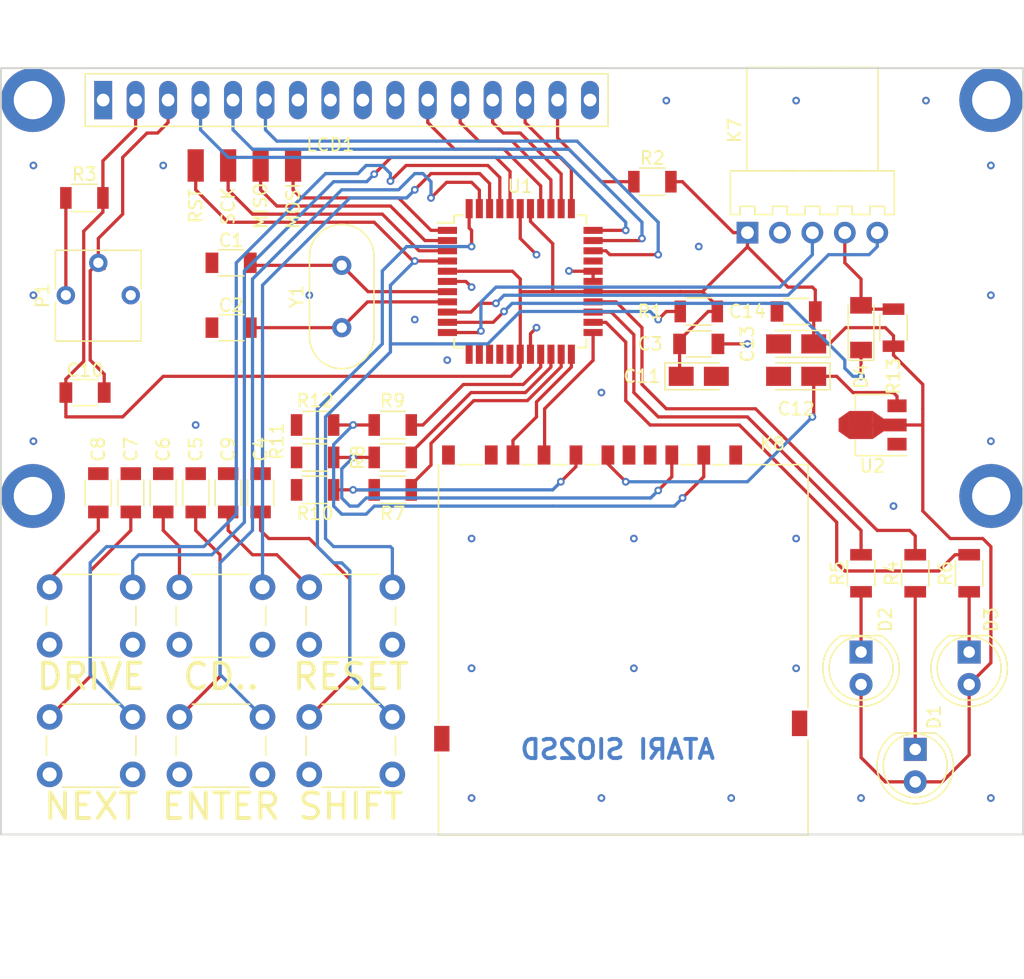
<source format=kicad_pcb>
(kicad_pcb (version 4) (host pcbnew 4.0.7)

  (general
    (links 152)
    (no_connects 6)
    (area 104.789791 65.502171 188.580209 142.851401)
    (thickness 1.6)
    (drawings 5)
    (tracks 435)
    (zones 0)
    (modules 77)
    (nets 57)
  )

  (page A4)
  (title_block
    (date 2017-11-04)
  )

  (layers
    (0 F.Cu signal)
    (31 B.Cu signal)
    (32 B.Adhes user)
    (33 F.Adhes user)
    (34 B.Paste user)
    (35 F.Paste user)
    (36 B.SilkS user)
    (37 F.SilkS user)
    (38 B.Mask user)
    (39 F.Mask user)
    (40 Dwgs.User user hide)
    (41 Cmts.User user)
    (42 Eco1.User user)
    (43 Eco2.User user)
    (44 Edge.Cuts user)
    (45 Margin user)
    (46 B.CrtYd user)
    (47 F.CrtYd user)
    (48 B.Fab user)
    (49 F.Fab user)
  )

  (setup
    (last_trace_width 0.254)
    (trace_clearance 0.254)
    (zone_clearance 0.508)
    (zone_45_only no)
    (trace_min 0.1524)
    (segment_width 0.2)
    (edge_width 0.15)
    (via_size 0.6)
    (via_drill 0.3)
    (via_min_size 0.45)
    (via_min_drill 0.3)
    (uvia_size 0.3)
    (uvia_drill 0.1)
    (uvias_allowed no)
    (uvia_min_size 0.2)
    (uvia_min_drill 0.1)
    (pcb_text_width 0.3)
    (pcb_text_size 1.5 1.5)
    (mod_edge_width 0.15)
    (mod_text_size 1 1)
    (mod_text_width 0.15)
    (pad_size 0.6 0.6)
    (pad_drill 0.3)
    (pad_to_mask_clearance 0.2)
    (aux_axis_origin 0 0)
    (visible_elements 7FFFEF7F)
    (pcbplotparams
      (layerselection 0x00030_80000001)
      (usegerberextensions false)
      (excludeedgelayer true)
      (linewidth 0.100000)
      (plotframeref false)
      (viasonmask false)
      (mode 1)
      (useauxorigin false)
      (hpglpennumber 1)
      (hpglpenspeed 20)
      (hpglpendiameter 15)
      (hpglpenoverlay 2)
      (psnegative false)
      (psa4output false)
      (plotreference true)
      (plotvalue true)
      (plotinvisibletext false)
      (padsonsilk false)
      (subtractmaskfromsilk false)
      (outputformat 1)
      (mirror false)
      (drillshape 1)
      (scaleselection 1)
      (outputdirectory ""))
  )

  (net 0 "")
  (net 1 GND)
  (net 2 "Net-(C1-Pad2)")
  (net 3 "Net-(C2-Pad2)")
  (net 4 +5V)
  (net 5 "Net-(C4-Pad1)")
  (net 6 "Net-(C5-Pad1)")
  (net 7 "Net-(C6-Pad1)")
  (net 8 "Net-(C7-Pad1)")
  (net 9 "Net-(C8-Pad1)")
  (net 10 "Net-(C9-Pad1)")
  (net 11 "Net-(C10-Pad2)")
  (net 12 "Net-(C12-Pad1)")
  (net 13 "Net-(D1-Pad1)")
  (net 14 "Net-(D2-Pad1)")
  (net 15 "Net-(D3-Pad1)")
  (net 16 "Net-(D4-Pad1)")
  (net 17 "Net-(D4-Pad2)")
  (net 18 "Net-(K7-Pad3)")
  (net 19 "Net-(K7-Pad5)")
  (net 20 "Net-(K8-Pad11)")
  (net 21 "Net-(K8-Pad8)")
  (net 22 "Net-(K8-Pad7)")
  (net 23 "Net-(K8-Pad6)")
  (net 24 "Net-(K8-Pad5)")
  (net 25 "Net-(K8-Pad10)")
  (net 26 "Net-(K8-Pad2)")
  (net 27 "Net-(K8-Pad1)")
  (net 28 "Net-(K8-Pad9)")
  (net 29 "Net-(LCD1-Pad4)")
  (net 30 "Net-(LCD1-Pad5)")
  (net 31 "Net-(LCD1-Pad6)")
  (net 32 "Net-(LCD1-Pad7)")
  (net 33 "Net-(LCD1-Pad8)")
  (net 34 "Net-(LCD1-Pad9)")
  (net 35 "Net-(LCD1-Pad10)")
  (net 36 "Net-(LCD1-Pad11)")
  (net 37 "Net-(LCD1-Pad12)")
  (net 38 "Net-(LCD1-Pad13)")
  (net 39 "Net-(LCD1-Pad14)")
  (net 40 "Net-(LCD1-Pad15)")
  (net 41 "Net-(P1-Pad1)")
  (net 42 "Net-(R4-Pad2)")
  (net 43 "Net-(R5-Pad2)")
  (net 44 "Net-(R6-Pad2)")
  (net 45 "Net-(R7-Pad1)")
  (net 46 "Net-(R8-Pad1)")
  (net 47 "Net-(R9-Pad1)")
  (net 48 "Net-(U1-Pad1)")
  (net 49 "Net-(U1-Pad2)")
  (net 50 "Net-(U1-Pad3)")
  (net 51 "Net-(U1-Pad12)")
  (net 52 "Net-(U1-Pad13)")
  (net 53 "Net-(U1-Pad14)")
  (net 54 "Net-(U1-Pad15)")
  (net 55 "Net-(U1-Pad16)")
  (net 56 "Net-(U1-Pad30)")

  (net_class Default "This is the default net class."
    (clearance 0.254)
    (trace_width 0.254)
    (via_dia 0.6)
    (via_drill 0.3)
    (uvia_dia 0.3)
    (uvia_drill 0.1)
    (add_net +5V)
    (add_net GND)
    (add_net "Net-(C1-Pad2)")
    (add_net "Net-(C10-Pad2)")
    (add_net "Net-(C12-Pad1)")
    (add_net "Net-(C2-Pad2)")
    (add_net "Net-(C4-Pad1)")
    (add_net "Net-(C5-Pad1)")
    (add_net "Net-(C6-Pad1)")
    (add_net "Net-(C7-Pad1)")
    (add_net "Net-(C8-Pad1)")
    (add_net "Net-(C9-Pad1)")
    (add_net "Net-(D1-Pad1)")
    (add_net "Net-(D2-Pad1)")
    (add_net "Net-(D3-Pad1)")
    (add_net "Net-(D4-Pad1)")
    (add_net "Net-(D4-Pad2)")
    (add_net "Net-(K7-Pad3)")
    (add_net "Net-(K7-Pad5)")
    (add_net "Net-(K8-Pad1)")
    (add_net "Net-(K8-Pad10)")
    (add_net "Net-(K8-Pad11)")
    (add_net "Net-(K8-Pad2)")
    (add_net "Net-(K8-Pad5)")
    (add_net "Net-(K8-Pad6)")
    (add_net "Net-(K8-Pad7)")
    (add_net "Net-(K8-Pad8)")
    (add_net "Net-(K8-Pad9)")
    (add_net "Net-(LCD1-Pad10)")
    (add_net "Net-(LCD1-Pad11)")
    (add_net "Net-(LCD1-Pad12)")
    (add_net "Net-(LCD1-Pad13)")
    (add_net "Net-(LCD1-Pad14)")
    (add_net "Net-(LCD1-Pad15)")
    (add_net "Net-(LCD1-Pad4)")
    (add_net "Net-(LCD1-Pad5)")
    (add_net "Net-(LCD1-Pad6)")
    (add_net "Net-(LCD1-Pad7)")
    (add_net "Net-(LCD1-Pad8)")
    (add_net "Net-(LCD1-Pad9)")
    (add_net "Net-(P1-Pad1)")
    (add_net "Net-(R4-Pad2)")
    (add_net "Net-(R5-Pad2)")
    (add_net "Net-(R6-Pad2)")
    (add_net "Net-(R7-Pad1)")
    (add_net "Net-(R8-Pad1)")
    (add_net "Net-(R9-Pad1)")
    (add_net "Net-(U1-Pad1)")
    (add_net "Net-(U1-Pad12)")
    (add_net "Net-(U1-Pad13)")
    (add_net "Net-(U1-Pad14)")
    (add_net "Net-(U1-Pad15)")
    (add_net "Net-(U1-Pad16)")
    (add_net "Net-(U1-Pad2)")
    (add_net "Net-(U1-Pad3)")
    (add_net "Net-(U1-Pad30)")
  )

  (net_class GND ""
    (clearance 0.4064)
    (trace_width 0.4064)
    (via_dia 0.6)
    (via_drill 0.3)
    (uvia_dia 0.3)
    (uvia_drill 0.1)
  )

  (module Vias:Via_0.6mm (layer F.Cu) (tedit 5A1981D8) (tstamp 5A21D439)
    (at 176.53 105.41)
    (descr "Via 0.6mm")
    (tags via)
    (fp_text reference REF** (at 0 1.27) (layer F.SilkS) hide
      (effects (font (size 1 1) (thickness 0.15)))
    )
    (fp_text value Via_0.6mm (at 0 -1.27) (layer F.Fab) hide
      (effects (font (size 1 1) (thickness 0.15)))
    )
    (pad 1 thru_hole circle (at 0 0) (size 0.6 0.6) (drill 0.3) (layers *.Cu)
      (net 1 GND) (zone_connect 2))
  )

  (module Vias:Via_0.6mm (layer F.Cu) (tedit 5A1981D8) (tstamp 5A21D435)
    (at 161.29 85.09)
    (descr "Via 0.6mm")
    (tags via)
    (fp_text reference REF** (at 0 1.27) (layer F.SilkS) hide
      (effects (font (size 1 1) (thickness 0.15)))
    )
    (fp_text value Via_0.6mm (at 0 -1.27) (layer F.Fab) hide
      (effects (font (size 1 1) (thickness 0.15)))
    )
    (pad 1 thru_hole circle (at 0 0) (size 0.6 0.6) (drill 0.3) (layers *.Cu)
      (net 1 GND) (zone_connect 2))
  )

  (module Vias:Via_0.6mm (layer F.Cu) (tedit 5A1981D8) (tstamp 5A21D430)
    (at 143.51 118.11)
    (descr "Via 0.6mm")
    (tags via)
    (fp_text reference REF** (at 0 1.27) (layer F.SilkS) hide
      (effects (font (size 1 1) (thickness 0.15)))
    )
    (fp_text value Via_0.6mm (at 0 -1.27) (layer F.Fab) hide
      (effects (font (size 1 1) (thickness 0.15)))
    )
    (pad 1 thru_hole circle (at 0 0) (size 0.6 0.6) (drill 0.3) (layers *.Cu)
      (net 1 GND) (zone_connect 2))
  )

  (module Vias:Via_0.6mm (layer F.Cu) (tedit 5A1981D8) (tstamp 5A21D3E5)
    (at 153.67 96.52)
    (descr "Via 0.6mm")
    (tags via)
    (fp_text reference REF** (at 0 1.27) (layer F.SilkS) hide
      (effects (font (size 1 1) (thickness 0.15)))
    )
    (fp_text value Via_0.6mm (at 0 -1.27) (layer F.Fab) hide
      (effects (font (size 1 1) (thickness 0.15)))
    )
    (pad 1 thru_hole circle (at 0 0) (size 0.6 0.6) (drill 0.3) (layers *.Cu)
      (net 1 GND) (zone_connect 2))
  )

  (module Vias:Via_0.6mm (layer F.Cu) (tedit 5A1981D8) (tstamp 5A21D3E1)
    (at 141.605 93.98)
    (descr "Via 0.6mm")
    (tags via)
    (fp_text reference REF** (at 0 1.27) (layer F.SilkS) hide
      (effects (font (size 1 1) (thickness 0.15)))
    )
    (fp_text value Via_0.6mm (at 0 -1.27) (layer F.Fab) hide
      (effects (font (size 1 1) (thickness 0.15)))
    )
    (pad 1 thru_hole circle (at 0 0) (size 0.6 0.6) (drill 0.3) (layers *.Cu)
      (net 1 GND) (zone_connect 2))
  )

  (module Vias:Via_0.6mm (layer F.Cu) (tedit 5A1981D8) (tstamp 5A21D3DD)
    (at 139.065 90.805)
    (descr "Via 0.6mm")
    (tags via)
    (fp_text reference REF** (at 0 1.27) (layer F.SilkS) hide
      (effects (font (size 1 1) (thickness 0.15)))
    )
    (fp_text value Via_0.6mm (at 0 -1.27) (layer F.Fab) hide
      (effects (font (size 1 1) (thickness 0.15)))
    )
    (pad 1 thru_hole circle (at 0 0) (size 0.6 0.6) (drill 0.3) (layers *.Cu)
      (net 1 GND) (zone_connect 2))
  )

  (module Vias:Via_0.6mm (layer F.Cu) (tedit 5A1981D8) (tstamp 5A21D3D9)
    (at 130.81 88.9)
    (descr "Via 0.6mm")
    (tags via)
    (fp_text reference REF** (at 0 1.27) (layer F.SilkS) hide
      (effects (font (size 1 1) (thickness 0.15)))
    )
    (fp_text value Via_0.6mm (at 0 -1.27) (layer F.Fab) hide
      (effects (font (size 1 1) (thickness 0.15)))
    )
    (pad 1 thru_hole circle (at 0 0) (size 0.6 0.6) (drill 0.3) (layers *.Cu)
      (net 1 GND) (zone_connect 2))
  )

  (module Vias:Via_0.6mm (layer F.Cu) (tedit 5A1981D8) (tstamp 5A21D3D0)
    (at 119.38 78.74)
    (descr "Via 0.6mm")
    (tags via)
    (fp_text reference REF** (at 0 1.27) (layer F.SilkS) hide
      (effects (font (size 1 1) (thickness 0.15)))
    )
    (fp_text value Via_0.6mm (at 0 -1.27) (layer F.Fab) hide
      (effects (font (size 1 1) (thickness 0.15)))
    )
    (pad 1 thru_hole circle (at 0 0) (size 0.6 0.6) (drill 0.3) (layers *.Cu)
      (net 1 GND) (zone_connect 2))
  )

  (module Vias:Via_0.6mm (layer F.Cu) (tedit 5A1981D8) (tstamp 5A21D3C8)
    (at 121.92 99.06)
    (descr "Via 0.6mm")
    (tags via)
    (fp_text reference REF** (at 0 1.27) (layer F.SilkS) hide
      (effects (font (size 1 1) (thickness 0.15)))
    )
    (fp_text value Via_0.6mm (at 0 -1.27) (layer F.Fab) hide
      (effects (font (size 1 1) (thickness 0.15)))
    )
    (pad 1 thru_hole circle (at 0 0) (size 0.6 0.6) (drill 0.3) (layers *.Cu)
      (net 1 GND) (zone_connect 2))
  )

  (module Vias:Via_0.6mm (layer F.Cu) (tedit 5A1981D8) (tstamp 5A21D3C4)
    (at 109.22 78.74)
    (descr "Via 0.6mm")
    (tags via)
    (fp_text reference REF** (at 0 1.27) (layer F.SilkS) hide
      (effects (font (size 1 1) (thickness 0.15)))
    )
    (fp_text value Via_0.6mm (at 0 -1.27) (layer F.Fab) hide
      (effects (font (size 1 1) (thickness 0.15)))
    )
    (pad 1 thru_hole circle (at 0 0) (size 0.6 0.6) (drill 0.3) (layers *.Cu)
      (net 1 GND) (zone_connect 2))
  )

  (module Vias:Via_0.6mm (layer F.Cu) (tedit 5A1981D8) (tstamp 5A21D3C0)
    (at 109.22 88.9)
    (descr "Via 0.6mm")
    (tags via)
    (fp_text reference REF** (at 0 1.27) (layer F.SilkS) hide
      (effects (font (size 1 1) (thickness 0.15)))
    )
    (fp_text value Via_0.6mm (at 0 -1.27) (layer F.Fab) hide
      (effects (font (size 1 1) (thickness 0.15)))
    )
    (pad 1 thru_hole circle (at 0 0) (size 0.6 0.6) (drill 0.3) (layers *.Cu)
      (net 1 GND) (zone_connect 2))
  )

  (module Vias:Via_0.6mm (layer F.Cu) (tedit 5A1981D8) (tstamp 5A21D3BC)
    (at 109.22 100.33)
    (descr "Via 0.6mm")
    (tags via)
    (fp_text reference REF** (at 0 1.27) (layer F.SilkS) hide
      (effects (font (size 1 1) (thickness 0.15)))
    )
    (fp_text value Via_0.6mm (at 0 -1.27) (layer F.Fab) hide
      (effects (font (size 1 1) (thickness 0.15)))
    )
    (pad 1 thru_hole circle (at 0 0) (size 0.6 0.6) (drill 0.3) (layers *.Cu)
      (net 1 GND) (zone_connect 2))
  )

  (module Vias:Via_0.6mm (layer F.Cu) (tedit 5A1981D8) (tstamp 5A21D3B4)
    (at 143.51 107.95)
    (descr "Via 0.6mm")
    (tags via)
    (fp_text reference REF** (at 0 1.27) (layer F.SilkS) hide
      (effects (font (size 1 1) (thickness 0.15)))
    )
    (fp_text value Via_0.6mm (at 0 -1.27) (layer F.Fab) hide
      (effects (font (size 1 1) (thickness 0.15)))
    )
    (pad 1 thru_hole circle (at 0 0) (size 0.6 0.6) (drill 0.3) (layers *.Cu)
      (net 1 GND) (zone_connect 2))
  )

  (module Vias:Via_0.6mm (layer F.Cu) (tedit 5A1981D8) (tstamp 5A21D3B0)
    (at 156.21 107.95)
    (descr "Via 0.6mm")
    (tags via)
    (fp_text reference REF** (at 0 1.27) (layer F.SilkS) hide
      (effects (font (size 1 1) (thickness 0.15)))
    )
    (fp_text value Via_0.6mm (at 0 -1.27) (layer F.Fab) hide
      (effects (font (size 1 1) (thickness 0.15)))
    )
    (pad 1 thru_hole circle (at 0 0) (size 0.6 0.6) (drill 0.3) (layers *.Cu)
      (net 1 GND) (zone_connect 2))
  )

  (module Vias:Via_0.6mm (layer F.Cu) (tedit 5A1981D8) (tstamp 5A21D3AC)
    (at 168.91 107.95)
    (descr "Via 0.6mm")
    (tags via)
    (fp_text reference REF** (at 0 1.27) (layer F.SilkS) hide
      (effects (font (size 1 1) (thickness 0.15)))
    )
    (fp_text value Via_0.6mm (at 0 -1.27) (layer F.Fab) hide
      (effects (font (size 1 1) (thickness 0.15)))
    )
    (pad 1 thru_hole circle (at 0 0) (size 0.6 0.6) (drill 0.3) (layers *.Cu)
      (net 1 GND) (zone_connect 2))
  )

  (module Vias:Via_0.6mm (layer F.Cu) (tedit 5A1981D8) (tstamp 5A21D3A8)
    (at 168.91 118.11)
    (descr "Via 0.6mm")
    (tags via)
    (fp_text reference REF** (at 0 1.27) (layer F.SilkS) hide
      (effects (font (size 1 1) (thickness 0.15)))
    )
    (fp_text value Via_0.6mm (at 0 -1.27) (layer F.Fab) hide
      (effects (font (size 1 1) (thickness 0.15)))
    )
    (pad 1 thru_hole circle (at 0 0) (size 0.6 0.6) (drill 0.3) (layers *.Cu)
      (net 1 GND) (zone_connect 2))
  )

  (module Vias:Via_0.6mm (layer F.Cu) (tedit 5A1981D8) (tstamp 5A21D3A4)
    (at 156.21 118.11)
    (descr "Via 0.6mm")
    (tags via)
    (fp_text reference REF** (at 0 1.27) (layer F.SilkS) hide
      (effects (font (size 1 1) (thickness 0.15)))
    )
    (fp_text value Via_0.6mm (at 0 -1.27) (layer F.Fab) hide
      (effects (font (size 1 1) (thickness 0.15)))
    )
    (pad 1 thru_hole circle (at 0 0) (size 0.6 0.6) (drill 0.3) (layers *.Cu)
      (net 1 GND) (zone_connect 2))
  )

  (module Vias:Via_0.6mm (layer F.Cu) (tedit 5A1981D8) (tstamp 5A21D3A0)
    (at 143.51 118.11)
    (descr "Via 0.6mm")
    (tags via)
    (fp_text reference REF** (at 0 1.27) (layer F.SilkS) hide
      (effects (font (size 1 1) (thickness 0.15)))
    )
    (fp_text value Via_0.6mm (at 0 -1.27) (layer F.Fab) hide
      (effects (font (size 1 1) (thickness 0.15)))
    )
    (pad 1 thru_hole circle (at 0 0) (size 0.6 0.6) (drill 0.3) (layers *.Cu)
      (net 1 GND) (zone_connect 2))
  )

  (module Vias:Via_0.6mm (layer F.Cu) (tedit 5A1981D8) (tstamp 5A21D39C)
    (at 143.51 128.27)
    (descr "Via 0.6mm")
    (tags via)
    (fp_text reference REF** (at 0 1.27) (layer F.SilkS) hide
      (effects (font (size 1 1) (thickness 0.15)))
    )
    (fp_text value Via_0.6mm (at 0 -1.27) (layer F.Fab) hide
      (effects (font (size 1 1) (thickness 0.15)))
    )
    (pad 1 thru_hole circle (at 0 0) (size 0.6 0.6) (drill 0.3) (layers *.Cu)
      (net 1 GND) (zone_connect 2))
  )

  (module Vias:Via_0.6mm (layer F.Cu) (tedit 5A1981D8) (tstamp 5A21D398)
    (at 153.67 128.27)
    (descr "Via 0.6mm")
    (tags via)
    (fp_text reference REF** (at 0 1.27) (layer F.SilkS) hide
      (effects (font (size 1 1) (thickness 0.15)))
    )
    (fp_text value Via_0.6mm (at 0 -1.27) (layer F.Fab) hide
      (effects (font (size 1 1) (thickness 0.15)))
    )
    (pad 1 thru_hole circle (at 0 0) (size 0.6 0.6) (drill 0.3) (layers *.Cu)
      (net 1 GND) (zone_connect 2))
  )

  (module Vias:Via_0.6mm (layer F.Cu) (tedit 5A1981D8) (tstamp 5A21D394)
    (at 163.83 128.27)
    (descr "Via 0.6mm")
    (tags via)
    (fp_text reference REF** (at 0 1.27) (layer F.SilkS) hide
      (effects (font (size 1 1) (thickness 0.15)))
    )
    (fp_text value Via_0.6mm (at 0 -1.27) (layer F.Fab) hide
      (effects (font (size 1 1) (thickness 0.15)))
    )
    (pad 1 thru_hole circle (at 0 0) (size 0.6 0.6) (drill 0.3) (layers *.Cu)
      (net 1 GND) (zone_connect 2))
  )

  (module Konektory_SMD:SD_Card_Wurth_693061010911 (layer F.Cu) (tedit 59F488BF) (tstamp 59FE0D21)
    (at 155.38 115.89)
    (descr "SD Card Push/Push Wurth 693061010911")
    (tags "sd card")
    (path /59FF4419)
    (attr smd)
    (fp_text reference K8 (at 10.6 -14.77) (layer F.SilkS)
      (effects (font (size 1 1) (thickness 0.15)) (justify left bottom))
    )
    (fp_text value SD_Card (at -11.4 17.23) (layer F.Fab)
      (effects (font (size 1 1) (thickness 0.15)) (justify left bottom))
    )
    (fp_line (start -15.3 -15.73) (end -15.3 26.53) (layer F.CrtYd) (width 0.05))
    (fp_line (start 14.9 -15.73) (end -15.3 -15.73) (layer F.CrtYd) (width 0.05))
    (fp_line (start 14.9 26.53) (end 14.9 -15.73) (layer F.CrtYd) (width 0.05))
    (fp_line (start -15.3 26.53) (end 14.9 26.53) (layer F.CrtYd) (width 0.05))
    (fp_text user %R (at 0 0.78) (layer F.Fab)
      (effects (font (size 1 1) (thickness 0.15)))
    )
    (fp_line (start -14.4 -13.67) (end 14.4 -13.67) (layer F.Fab) (width 0.1))
    (fp_line (start -12.94 -13.73) (end -11.04 -13.73) (layer F.SilkS) (width 0.12))
    (fp_line (start -14.4 -13.67) (end -14.4 15.23) (layer F.Fab) (width 0.1))
    (fp_line (start 9.53 -13.73) (end 14.46 -13.73) (layer F.SilkS) (width 0.12))
    (fp_line (start 14.4 -13.67) (end 14.4 15.23) (layer F.Fab) (width 0.1))
    (fp_line (start 14.46 7.82) (end 14.46 15.29) (layer F.SilkS) (width 0.12))
    (fp_line (start -14.46 8.93) (end -14.46 15.29) (layer F.SilkS) (width 0.12))
    (fp_line (start -7.93 -13.73) (end -6.92 -13.73) (layer F.SilkS) (width 0.12))
    (fp_line (start -5.5 -13.73) (end -4.44 -13.73) (layer F.SilkS) (width 0.12))
    (fp_line (start -2.97 -13.73) (end -1.91 -13.73) (layer F.SilkS) (width 0.12))
    (fp_line (start 4.53 -13.73) (end 5.57 -13.73) (layer F.SilkS) (width 0.12))
    (fp_line (start 6.99 -13.73) (end 8.1 -13.73) (layer F.SilkS) (width 0.12))
    (fp_line (start 14.4 15.23) (end -14.4 15.23) (layer F.Fab) (width 0.1))
    (fp_line (start 14.46 15.29) (end -14.46 15.29) (layer F.SilkS) (width 0.12))
    (fp_line (start 14.46 -13.73) (end 14.46 5.31) (layer F.SilkS) (width 0.12))
    (fp_line (start -14.46 -13.73) (end -14.46 6.52) (layer F.SilkS) (width 0.12))
    (pad 11 smd rect (at -13.68 -14.48) (size 1 1.5) (layers F.Cu F.Paste F.Mask)
      (net 20 "Net-(K8-Pad11)"))
    (pad 8 smd rect (at -10.33 -14.48) (size 1 1.5) (layers F.Cu F.Paste F.Mask)
      (net 21 "Net-(K8-Pad8)"))
    (pad 7 smd rect (at -8.63 -14.48) (size 1 1.5) (layers F.Cu F.Paste F.Mask)
      (net 22 "Net-(K8-Pad7)"))
    (pad 6 smd rect (at -6.2 -14.48) (size 1 1.5) (layers F.Cu F.Paste F.Mask)
      (net 23 "Net-(K8-Pad6)"))
    (pad 5 smd rect (at -3.7 -14.48) (size 1 1.5) (layers F.Cu F.Paste F.Mask)
      (net 24 "Net-(K8-Pad5)"))
    (pad 4 smd rect (at -1.2 -14.48) (size 1 1.5) (layers F.Cu F.Paste F.Mask)
      (net 12 "Net-(C12-Pad1)"))
    (pad 3 smd rect (at 0.45 -14.48) (size 1 1.5) (layers F.Cu F.Paste F.Mask)
      (net 1 GND))
    (pad 10 smd rect (at 2.1 -14.48) (size 1 1.5) (layers F.Cu F.Paste F.Mask)
      (net 25 "Net-(K8-Pad10)"))
    (pad 2 smd rect (at 3.8 -14.48) (size 1 1.5) (layers F.Cu F.Paste F.Mask)
      (net 26 "Net-(K8-Pad2)"))
    (pad 1 smd rect (at 6.3 -14.48) (size 1 1.5) (layers F.Cu F.Paste F.Mask)
      (net 27 "Net-(K8-Pad1)"))
    (pad 9 smd rect (at 8.8 -14.48) (size 1 1.5) (layers F.Cu F.Paste F.Mask)
      (net 28 "Net-(K8-Pad9)"))
    (pad 13 smd rect (at -14.2 7.73) (size 1.2 2) (layers F.Cu F.Paste F.Mask)
      (net 1 GND))
    (pad 12 smd rect (at 13.8 6.53) (size 1.2 2) (layers F.Cu F.Paste F.Mask)
      (net 1 GND))
    (pad "" np_thru_hole circle (at -12.7 9.83) (size 1.5 1.5) (drill 1.5) (layers *.Cu *.Mask))
    (pad "" np_thru_hole circle (at 11.5 9.83) (size 1.5 1.5) (drill 1.5) (layers *.Cu *.Mask))
  )

  (module Vias:Via_0.6mm (layer F.Cu) (tedit 5A1981D8) (tstamp 5A21D385)
    (at 173.99 128.27)
    (descr "Via 0.6mm")
    (tags via)
    (fp_text reference REF** (at 0 1.27) (layer F.SilkS) hide
      (effects (font (size 1 1) (thickness 0.15)))
    )
    (fp_text value Via_0.6mm (at 0 -1.27) (layer F.Fab) hide
      (effects (font (size 1 1) (thickness 0.15)))
    )
    (pad 1 thru_hole circle (at 0 0) (size 0.6 0.6) (drill 0.3) (layers *.Cu)
      (net 1 GND) (zone_connect 2))
  )

  (module Vias:Via_0.6mm (layer F.Cu) (tedit 5A1981D8) (tstamp 5A21D381)
    (at 184.15 128.27)
    (descr "Via 0.6mm")
    (tags via)
    (fp_text reference REF** (at 0 1.27) (layer F.SilkS) hide
      (effects (font (size 1 1) (thickness 0.15)))
    )
    (fp_text value Via_0.6mm (at 0 -1.27) (layer F.Fab) hide
      (effects (font (size 1 1) (thickness 0.15)))
    )
    (pad 1 thru_hole circle (at 0 0) (size 0.6 0.6) (drill 0.3) (layers *.Cu)
      (net 1 GND) (zone_connect 2))
  )

  (module Vias:Via_0.6mm (layer F.Cu) (tedit 5A1981D8) (tstamp 5A21D379)
    (at 184.15 100.33)
    (descr "Via 0.6mm")
    (tags via)
    (fp_text reference REF** (at 0 1.27) (layer F.SilkS) hide
      (effects (font (size 1 1) (thickness 0.15)))
    )
    (fp_text value Via_0.6mm (at 0 -1.27) (layer F.Fab) hide
      (effects (font (size 1 1) (thickness 0.15)))
    )
    (pad 1 thru_hole circle (at 0 0) (size 0.6 0.6) (drill 0.3) (layers *.Cu)
      (net 1 GND) (zone_connect 2))
  )

  (module Vias:Via_0.6mm (layer F.Cu) (tedit 5A1981D8) (tstamp 5A21D375)
    (at 184.15 88.9)
    (descr "Via 0.6mm")
    (tags via)
    (fp_text reference REF** (at 0 1.27) (layer F.SilkS) hide
      (effects (font (size 1 1) (thickness 0.15)))
    )
    (fp_text value Via_0.6mm (at 0 -1.27) (layer F.Fab) hide
      (effects (font (size 1 1) (thickness 0.15)))
    )
    (pad 1 thru_hole circle (at 0 0) (size 0.6 0.6) (drill 0.3) (layers *.Cu)
      (net 1 GND) (zone_connect 2))
  )

  (module Vias:Via_0.6mm (layer F.Cu) (tedit 5A1981D8) (tstamp 5A21D371)
    (at 184.15 78.74)
    (descr "Via 0.6mm")
    (tags via)
    (fp_text reference REF** (at 0 1.27) (layer F.SilkS) hide
      (effects (font (size 1 1) (thickness 0.15)))
    )
    (fp_text value Via_0.6mm (at 0 -1.27) (layer F.Fab) hide
      (effects (font (size 1 1) (thickness 0.15)))
    )
    (pad 1 thru_hole circle (at 0 0) (size 0.6 0.6) (drill 0.3) (layers *.Cu)
      (net 1 GND) (zone_connect 2))
  )

  (module Vias:Via_0.6mm (layer F.Cu) (tedit 5A1981D8) (tstamp 5A21D36D)
    (at 179.07 73.66)
    (descr "Via 0.6mm")
    (tags via)
    (fp_text reference REF** (at 0 1.27) (layer F.SilkS) hide
      (effects (font (size 1 1) (thickness 0.15)))
    )
    (fp_text value Via_0.6mm (at 0 -1.27) (layer F.Fab) hide
      (effects (font (size 1 1) (thickness 0.15)))
    )
    (pad 1 thru_hole circle (at 0 0) (size 0.6 0.6) (drill 0.3) (layers *.Cu)
      (net 1 GND) (zone_connect 2))
  )

  (module Vias:Via_0.6mm (layer F.Cu) (tedit 5A1981D8) (tstamp 5A21D35C)
    (at 168.91 73.66)
    (descr "Via 0.6mm")
    (tags via)
    (fp_text reference REF** (at 0 1.27) (layer F.SilkS) hide
      (effects (font (size 1 1) (thickness 0.15)))
    )
    (fp_text value Via_0.6mm (at 0 -1.27) (layer F.Fab) hide
      (effects (font (size 1 1) (thickness 0.15)))
    )
    (pad 1 thru_hole circle (at 0 0) (size 0.6 0.6) (drill 0.3) (layers *.Cu)
      (net 1 GND) (zone_connect 2))
  )

  (module Housings_QFP:TQFP-44_10x10mm_Pitch0.8mm (layer F.Cu) (tedit 58CC9A48) (tstamp 59FE0DD1)
    (at 147.32 87.82)
    (descr "44-Lead Plastic Thin Quad Flatpack (PT) - 10x10x1.0 mm Body [TQFP] (see Microchip Packaging Specification 00000049BS.pdf)")
    (tags "QFP 0.8")
    (path /59FD8DE6)
    (attr smd)
    (fp_text reference U1 (at 0 -7.45) (layer F.SilkS)
      (effects (font (size 1 1) (thickness 0.15)))
    )
    (fp_text value ATMEGA32A-AU (at 0 7.45) (layer F.Fab)
      (effects (font (size 1 1) (thickness 0.15)))
    )
    (fp_text user %R (at 0 0) (layer F.Fab)
      (effects (font (size 1 1) (thickness 0.15)))
    )
    (fp_line (start -4 -5) (end 5 -5) (layer F.Fab) (width 0.15))
    (fp_line (start 5 -5) (end 5 5) (layer F.Fab) (width 0.15))
    (fp_line (start 5 5) (end -5 5) (layer F.Fab) (width 0.15))
    (fp_line (start -5 5) (end -5 -4) (layer F.Fab) (width 0.15))
    (fp_line (start -5 -4) (end -4 -5) (layer F.Fab) (width 0.15))
    (fp_line (start -6.7 -6.7) (end -6.7 6.7) (layer F.CrtYd) (width 0.05))
    (fp_line (start 6.7 -6.7) (end 6.7 6.7) (layer F.CrtYd) (width 0.05))
    (fp_line (start -6.7 -6.7) (end 6.7 -6.7) (layer F.CrtYd) (width 0.05))
    (fp_line (start -6.7 6.7) (end 6.7 6.7) (layer F.CrtYd) (width 0.05))
    (fp_line (start -5.175 -5.175) (end -5.175 -4.6) (layer F.SilkS) (width 0.15))
    (fp_line (start 5.175 -5.175) (end 5.175 -4.5) (layer F.SilkS) (width 0.15))
    (fp_line (start 5.175 5.175) (end 5.175 4.5) (layer F.SilkS) (width 0.15))
    (fp_line (start -5.175 5.175) (end -5.175 4.5) (layer F.SilkS) (width 0.15))
    (fp_line (start -5.175 -5.175) (end -4.5 -5.175) (layer F.SilkS) (width 0.15))
    (fp_line (start -5.175 5.175) (end -4.5 5.175) (layer F.SilkS) (width 0.15))
    (fp_line (start 5.175 5.175) (end 4.5 5.175) (layer F.SilkS) (width 0.15))
    (fp_line (start 5.175 -5.175) (end 4.5 -5.175) (layer F.SilkS) (width 0.15))
    (fp_line (start -5.175 -4.6) (end -6.45 -4.6) (layer F.SilkS) (width 0.15))
    (pad 1 smd rect (at -5.7 -4) (size 1.5 0.55) (layers F.Cu F.Paste F.Mask)
      (net 48 "Net-(U1-Pad1)"))
    (pad 2 smd rect (at -5.7 -3.2) (size 1.5 0.55) (layers F.Cu F.Paste F.Mask)
      (net 49 "Net-(U1-Pad2)"))
    (pad 3 smd rect (at -5.7 -2.4) (size 1.5 0.55) (layers F.Cu F.Paste F.Mask)
      (net 50 "Net-(U1-Pad3)"))
    (pad 4 smd rect (at -5.7 -1.6) (size 1.5 0.55) (layers F.Cu F.Paste F.Mask)
      (net 10 "Net-(C9-Pad1)"))
    (pad 5 smd rect (at -5.7 -0.8) (size 1.5 0.55) (layers F.Cu F.Paste F.Mask)
      (net 4 +5V))
    (pad 6 smd rect (at -5.7 0) (size 1.5 0.55) (layers F.Cu F.Paste F.Mask)
      (net 1 GND))
    (pad 7 smd rect (at -5.7 0.8) (size 1.5 0.55) (layers F.Cu F.Paste F.Mask)
      (net 2 "Net-(C1-Pad2)"))
    (pad 8 smd rect (at -5.7 1.6) (size 1.5 0.55) (layers F.Cu F.Paste F.Mask)
      (net 3 "Net-(C2-Pad2)"))
    (pad 9 smd rect (at -5.7 2.4) (size 1.5 0.55) (layers F.Cu F.Paste F.Mask)
      (net 19 "Net-(K7-Pad5)"))
    (pad 10 smd rect (at -5.7 3.2) (size 1.5 0.55) (layers F.Cu F.Paste F.Mask)
      (net 16 "Net-(D4-Pad1)"))
    (pad 11 smd rect (at -5.7 4) (size 1.5 0.55) (layers F.Cu F.Paste F.Mask)
      (net 18 "Net-(K7-Pad3)"))
    (pad 12 smd rect (at -4 5.7 90) (size 1.5 0.55) (layers F.Cu F.Paste F.Mask)
      (net 51 "Net-(U1-Pad12)"))
    (pad 13 smd rect (at -3.2 5.7 90) (size 1.5 0.55) (layers F.Cu F.Paste F.Mask)
      (net 52 "Net-(U1-Pad13)"))
    (pad 14 smd rect (at -2.4 5.7 90) (size 1.5 0.55) (layers F.Cu F.Paste F.Mask)
      (net 53 "Net-(U1-Pad14)"))
    (pad 15 smd rect (at -1.6 5.7 90) (size 1.5 0.55) (layers F.Cu F.Paste F.Mask)
      (net 54 "Net-(U1-Pad15)"))
    (pad 16 smd rect (at -0.8 5.7 90) (size 1.5 0.55) (layers F.Cu F.Paste F.Mask)
      (net 55 "Net-(U1-Pad16)"))
    (pad 17 smd rect (at 0 5.7 90) (size 1.5 0.55) (layers F.Cu F.Paste F.Mask)
      (net 4 +5V))
    (pad 18 smd rect (at 0.8 5.7 90) (size 1.5 0.55) (layers F.Cu F.Paste F.Mask)
      (net 1 GND))
    (pad 19 smd rect (at 1.6 5.7 90) (size 1.5 0.55) (layers F.Cu F.Paste F.Mask)
      (net 47 "Net-(R9-Pad1)"))
    (pad 20 smd rect (at 2.4 5.7 90) (size 1.5 0.55) (layers F.Cu F.Paste F.Mask)
      (net 46 "Net-(R8-Pad1)"))
    (pad 21 smd rect (at 3.2 5.7 90) (size 1.5 0.55) (layers F.Cu F.Paste F.Mask)
      (net 45 "Net-(R7-Pad1)"))
    (pad 22 smd rect (at 4 5.7 90) (size 1.5 0.55) (layers F.Cu F.Paste F.Mask)
      (net 22 "Net-(K8-Pad7)"))
    (pad 23 smd rect (at 5.7 4) (size 1.5 0.55) (layers F.Cu F.Paste F.Mask)
      (net 23 "Net-(K8-Pad6)"))
    (pad 24 smd rect (at 5.7 3.2) (size 1.5 0.55) (layers F.Cu F.Paste F.Mask)
      (net 44 "Net-(R6-Pad2)"))
    (pad 25 smd rect (at 5.7 2.4) (size 1.5 0.55) (layers F.Cu F.Paste F.Mask)
      (net 43 "Net-(R5-Pad2)"))
    (pad 26 smd rect (at 5.7 1.6) (size 1.5 0.55) (layers F.Cu F.Paste F.Mask)
      (net 42 "Net-(R4-Pad2)"))
    (pad 27 smd rect (at 5.7 0.8) (size 1.5 0.55) (layers F.Cu F.Paste F.Mask)
      (net 4 +5V))
    (pad 28 smd rect (at 5.7 0) (size 1.5 0.55) (layers F.Cu F.Paste F.Mask)
      (net 1 GND))
    (pad 29 smd rect (at 5.7 -0.8) (size 1.5 0.55) (layers F.Cu F.Paste F.Mask)
      (net 1 GND))
    (pad 30 smd rect (at 5.7 -1.6) (size 1.5 0.55) (layers F.Cu F.Paste F.Mask)
      (net 56 "Net-(U1-Pad30)"))
    (pad 31 smd rect (at 5.7 -2.4) (size 1.5 0.55) (layers F.Cu F.Paste F.Mask)
      (net 31 "Net-(LCD1-Pad6)"))
    (pad 32 smd rect (at 5.7 -3.2) (size 1.5 0.55) (layers F.Cu F.Paste F.Mask)
      (net 30 "Net-(LCD1-Pad5)"))
    (pad 33 smd rect (at 5.7 -4) (size 1.5 0.55) (layers F.Cu F.Paste F.Mask)
      (net 29 "Net-(LCD1-Pad4)"))
    (pad 34 smd rect (at 4 -5.7 90) (size 1.5 0.55) (layers F.Cu F.Paste F.Mask)
      (net 39 "Net-(LCD1-Pad14)"))
    (pad 35 smd rect (at 3.2 -5.7 90) (size 1.5 0.55) (layers F.Cu F.Paste F.Mask)
      (net 38 "Net-(LCD1-Pad13)"))
    (pad 36 smd rect (at 2.4 -5.7 90) (size 1.5 0.55) (layers F.Cu F.Paste F.Mask)
      (net 37 "Net-(LCD1-Pad12)"))
    (pad 37 smd rect (at 1.6 -5.7 90) (size 1.5 0.55) (layers F.Cu F.Paste F.Mask)
      (net 36 "Net-(LCD1-Pad11)"))
    (pad 38 smd rect (at 0.8 -5.7 90) (size 1.5 0.55) (layers F.Cu F.Paste F.Mask)
      (net 4 +5V))
    (pad 39 smd rect (at 0 -5.7 90) (size 1.5 0.55) (layers F.Cu F.Paste F.Mask)
      (net 1 GND))
    (pad 40 smd rect (at -0.8 -5.7 90) (size 1.5 0.55) (layers F.Cu F.Paste F.Mask)
      (net 9 "Net-(C8-Pad1)"))
    (pad 41 smd rect (at -1.6 -5.7 90) (size 1.5 0.55) (layers F.Cu F.Paste F.Mask)
      (net 8 "Net-(C7-Pad1)"))
    (pad 42 smd rect (at -2.4 -5.7 90) (size 1.5 0.55) (layers F.Cu F.Paste F.Mask)
      (net 7 "Net-(C6-Pad1)"))
    (pad 43 smd rect (at -3.2 -5.7 90) (size 1.5 0.55) (layers F.Cu F.Paste F.Mask)
      (net 6 "Net-(C5-Pad1)"))
    (pad 44 smd rect (at -4 -5.7 90) (size 1.5 0.55) (layers F.Cu F.Paste F.Mask)
      (net 5 "Net-(C4-Pad1)"))
    (model ${KISYS3DMOD}/Housings_QFP.3dshapes/TQFP-44_10x10mm_Pitch0.8mm.wrl
      (at (xyz 0 0 0))
      (scale (xyz 1 1 1))
      (rotate (xyz 0 0 0))
    )
  )

  (module "Vypínače, přepínače, tlačítka_THT:SW_PUSH_6mm_h5mm" (layer F.Cu) (tedit 5A19592B) (tstamp 59FE0CE5)
    (at 110.49 121.92)
    (descr "tactile push button, 6x6mm e.g. PHAP33xx series, height=5mm")
    (tags "tact sw push 6mm")
    (path /59FE784A)
    (fp_text reference K2 (at 3.25 -2) (layer F.SilkS) hide
      (effects (font (size 1 1) (thickness 0.15)))
    )
    (fp_text value NEXT (at 3.25 7) (layer F.SilkS)
      (effects (font (size 2 2) (thickness 0.3)))
    )
    (fp_text user %R (at 3.25 2.25) (layer F.Fab)
      (effects (font (size 1 1) (thickness 0.15)))
    )
    (fp_line (start 3.25 -0.75) (end 6.25 -0.75) (layer F.Fab) (width 0.1))
    (fp_line (start 6.25 -0.75) (end 6.25 5.25) (layer F.Fab) (width 0.1))
    (fp_line (start 6.25 5.25) (end 0.25 5.25) (layer F.Fab) (width 0.1))
    (fp_line (start 0.25 5.25) (end 0.25 -0.75) (layer F.Fab) (width 0.1))
    (fp_line (start 0.25 -0.75) (end 3.25 -0.75) (layer F.Fab) (width 0.1))
    (fp_line (start 7.75 6) (end 8 6) (layer F.CrtYd) (width 0.05))
    (fp_line (start 8 6) (end 8 5.75) (layer F.CrtYd) (width 0.05))
    (fp_line (start 7.75 -1.5) (end 8 -1.5) (layer F.CrtYd) (width 0.05))
    (fp_line (start 8 -1.5) (end 8 -1.25) (layer F.CrtYd) (width 0.05))
    (fp_line (start -1.5 -1.25) (end -1.5 -1.5) (layer F.CrtYd) (width 0.05))
    (fp_line (start -1.5 -1.5) (end -1.25 -1.5) (layer F.CrtYd) (width 0.05))
    (fp_line (start -1.5 5.75) (end -1.5 6) (layer F.CrtYd) (width 0.05))
    (fp_line (start -1.5 6) (end -1.25 6) (layer F.CrtYd) (width 0.05))
    (fp_line (start -1.25 -1.5) (end 7.75 -1.5) (layer F.CrtYd) (width 0.05))
    (fp_line (start -1.5 5.75) (end -1.5 -1.25) (layer F.CrtYd) (width 0.05))
    (fp_line (start 7.75 6) (end -1.25 6) (layer F.CrtYd) (width 0.05))
    (fp_line (start 8 -1.25) (end 8 5.75) (layer F.CrtYd) (width 0.05))
    (fp_line (start 1 5.5) (end 5.5 5.5) (layer F.SilkS) (width 0.12))
    (fp_line (start -0.25 1.5) (end -0.25 3) (layer F.SilkS) (width 0.12))
    (fp_line (start 5.5 -1) (end 1 -1) (layer F.SilkS) (width 0.12))
    (fp_line (start 6.75 3) (end 6.75 1.5) (layer F.SilkS) (width 0.12))
    (fp_circle (center 3.25 2.25) (end 1.25 2.5) (layer F.Fab) (width 0.1))
    (pad 2 thru_hole circle (at 0 4.5 90) (size 2 2) (drill 1.1) (layers *.Cu *.Mask)
      (net 1 GND))
    (pad 1 thru_hole circle (at 0 0 90) (size 2 2) (drill 1.1) (layers *.Cu *.Mask)
      (net 8 "Net-(C7-Pad1)"))
    (pad 2 thru_hole circle (at 6.5 4.5 90) (size 2 2) (drill 1.1) (layers *.Cu *.Mask)
      (net 1 GND))
    (pad 1 thru_hole circle (at 6.5 0 90) (size 2 2) (drill 1.1) (layers *.Cu *.Mask)
      (net 8 "Net-(C7-Pad1)"))
    (model ${KISYS3DMOD}/Buttons_Switches_THT.3dshapes/SW_PUSH_6mm_h5mm.wrl
      (at (xyz 0.005 0 0))
      (scale (xyz 0.3937 0.3937 0.3937))
      (rotate (xyz 0 0 0))
    )
  )

  (module Rezistory_SMD:R_1206 (layer F.Cu) (tedit 58E0A804) (tstamp 59FE0D70)
    (at 137.34 101.6 180)
    (descr "Rezistor SMD 1206, reflow soldering, Vishay (see dcrcw.pdf)")
    (tags "rezistor 1206")
    (path /59FEBA2E)
    (attr smd)
    (fp_text reference R8 (at 2.72 0 270) (layer F.SilkS)
      (effects (font (size 1 1) (thickness 0.15)))
    )
    (fp_text value 1k8 (at 0 1.95 180) (layer F.Fab)
      (effects (font (size 1 1) (thickness 0.15)))
    )
    (fp_text user %R (at 0 0 180) (layer F.Fab)
      (effects (font (size 0.7 0.7) (thickness 0.105)))
    )
    (fp_line (start -1.6 0.8) (end -1.6 -0.8) (layer F.Fab) (width 0.1))
    (fp_line (start 1.6 0.8) (end -1.6 0.8) (layer F.Fab) (width 0.1))
    (fp_line (start 1.6 -0.8) (end 1.6 0.8) (layer F.Fab) (width 0.1))
    (fp_line (start -1.6 -0.8) (end 1.6 -0.8) (layer F.Fab) (width 0.1))
    (fp_line (start 1 1.07) (end -1 1.07) (layer F.SilkS) (width 0.12))
    (fp_line (start -1 -1.07) (end 1 -1.07) (layer F.SilkS) (width 0.12))
    (fp_line (start -2.15 -1.11) (end 2.15 -1.11) (layer F.CrtYd) (width 0.05))
    (fp_line (start -2.15 -1.11) (end -2.15 1.1) (layer F.CrtYd) (width 0.05))
    (fp_line (start 2.15 1.1) (end 2.15 -1.11) (layer F.CrtYd) (width 0.05))
    (fp_line (start 2.15 1.1) (end -2.15 1.1) (layer F.CrtYd) (width 0.05))
    (pad 1 smd rect (at -1.45 0 180) (size 0.9 1.7) (layers F.Cu F.Paste F.Mask)
      (net 46 "Net-(R8-Pad1)"))
    (pad 2 smd rect (at 1.45 0 180) (size 0.9 1.7) (layers F.Cu F.Paste F.Mask)
      (net 26 "Net-(K8-Pad2)"))
    (model ${KISYS3DMOD}/Resistors_SMD.3dshapes/R_1206.wrl
      (at (xyz 0 0 0))
      (scale (xyz 1 1 1))
      (rotate (xyz 0 0 0))
    )
  )

  (module Krystaly_THT:Crystal_HC49-U_Vertical (layer F.Cu) (tedit 58CD2E9C) (tstamp 59FE0DF5)
    (at 133.35 91.44 90)
    (descr "Krystal THT HC-49/U http://5hertz.com/pdfs/04404_D.pdf")
    (tags "THT krystal HC-49/U")
    (path /59FD8F63)
    (fp_text reference Y1 (at 2.44 -3.525 90) (layer F.SilkS)
      (effects (font (size 1 1) (thickness 0.15)))
    )
    (fp_text value 14.318MHz (at 2.44 3.525 90) (layer F.Fab)
      (effects (font (size 1 1) (thickness 0.15)))
    )
    (fp_text user %R (at 2.44 0 90) (layer F.Fab)
      (effects (font (size 1 1) (thickness 0.15)))
    )
    (fp_line (start -0.685 -2.325) (end 5.565 -2.325) (layer F.Fab) (width 0.1))
    (fp_line (start -0.685 2.325) (end 5.565 2.325) (layer F.Fab) (width 0.1))
    (fp_line (start -0.56 -2) (end 5.44 -2) (layer F.Fab) (width 0.1))
    (fp_line (start -0.56 2) (end 5.44 2) (layer F.Fab) (width 0.1))
    (fp_line (start -0.685 -2.525) (end 5.565 -2.525) (layer F.SilkS) (width 0.12))
    (fp_line (start -0.685 2.525) (end 5.565 2.525) (layer F.SilkS) (width 0.12))
    (fp_line (start -3.5 -2.8) (end -3.5 2.8) (layer F.CrtYd) (width 0.05))
    (fp_line (start -3.5 2.8) (end 8.4 2.8) (layer F.CrtYd) (width 0.05))
    (fp_line (start 8.4 2.8) (end 8.4 -2.8) (layer F.CrtYd) (width 0.05))
    (fp_line (start 8.4 -2.8) (end -3.5 -2.8) (layer F.CrtYd) (width 0.05))
    (fp_arc (start -0.685 0) (end -0.685 -2.325) (angle -180) (layer F.Fab) (width 0.1))
    (fp_arc (start 5.565 0) (end 5.565 -2.325) (angle 180) (layer F.Fab) (width 0.1))
    (fp_arc (start -0.56 0) (end -0.56 -2) (angle -180) (layer F.Fab) (width 0.1))
    (fp_arc (start 5.44 0) (end 5.44 -2) (angle 180) (layer F.Fab) (width 0.1))
    (fp_arc (start -0.685 0) (end -0.685 -2.525) (angle -180) (layer F.SilkS) (width 0.12))
    (fp_arc (start 5.565 0) (end 5.565 -2.525) (angle 180) (layer F.SilkS) (width 0.12))
    (pad 1 thru_hole circle (at 0 0 90) (size 1.5 1.5) (drill 0.8) (layers *.Cu *.Mask)
      (net 3 "Net-(C2-Pad2)"))
    (pad 2 thru_hole circle (at 4.88 0 90) (size 1.5 1.5) (drill 0.8) (layers *.Cu *.Mask)
      (net 2 "Net-(C1-Pad2)"))
    (model ${KISYS3DMOD}/Crystals.3dshapes/Crystal_HC49-U_Vertical.wrl
      (at (xyz 0 0 0))
      (scale (xyz 0.393701 0.393701 0.393701))
      (rotate (xyz 0 0 0))
    )
  )

  (module Displeje:LCD_16x2 locked (layer F.Cu) (tedit 59F606CB) (tstamp 59FE0D39)
    (at 114.68 73.62)
    (descr "LCD 16x2")
    (tags lcd)
    (path /59FDC195)
    (fp_text reference LCD1 (at 17.78 3.5) (layer F.SilkS)
      (effects (font (size 1 1) (thickness 0.15)))
    )
    (fp_text value Display_16x2 (at 28 3.5) (layer F.Fab)
      (effects (font (size 1 1) (thickness 0.15)))
    )
    (fp_line (start 39.45 -2) (end -1.35 -2) (layer F.Fab) (width 0.1))
    (fp_line (start 39.45 2) (end 39.45 -2) (layer F.Fab) (width 0.1))
    (fp_line (start -1.35 2) (end 39.45 2) (layer F.Fab) (width 0.1))
    (fp_line (start -1.35 -2) (end -1.35 2) (layer F.Fab) (width 0.1))
    (fp_line (start -3.7 4.5) (end -3.7 28.5) (layer Dwgs.User) (width 0.1))
    (fp_line (start 67.3 4.5) (end -3.7 4.5) (layer Dwgs.User) (width 0.1))
    (fp_line (start 67.3 28.5) (end 67.3 4.5) (layer Dwgs.User) (width 0.1))
    (fp_line (start -3.7 28.5) (end 67.3 28.5) (layer Dwgs.User) (width 0.1))
    (fp_line (start -8 -2.5) (end -8 33.5) (layer Dwgs.User) (width 0.1))
    (fp_line (start 72 -2.5) (end -8 -2.5) (layer Dwgs.User) (width 0.1))
    (fp_line (start 72 33.5) (end 72 -2.5) (layer Dwgs.User) (width 0.1))
    (fp_line (start -8 33.5) (end 72 33.5) (layer Dwgs.User) (width 0.1))
    (fp_text user %R (at 17.78 0) (layer F.Fab)
      (effects (font (size 1 1) (thickness 0.15)))
    )
    (fp_line (start -1.41 2.06) (end 39.51 2.06) (layer F.SilkS) (width 0.12))
    (fp_line (start -1.41 -2.06) (end -1.41 2.06) (layer F.SilkS) (width 0.12))
    (fp_line (start 39.51 -2.06) (end -1.41 -2.06) (layer F.SilkS) (width 0.12))
    (fp_line (start 39.51 2.06) (end 39.51 -2.06) (layer F.SilkS) (width 0.12))
    (fp_line (start -1.85 2.5) (end 39.95 2.5) (layer F.CrtYd) (width 0.05))
    (fp_line (start -1.85 -2.5) (end -1.85 2.5) (layer F.CrtYd) (width 0.05))
    (fp_line (start 39.95 -2.5) (end -1.85 -2.5) (layer F.CrtYd) (width 0.05))
    (fp_line (start 39.95 2.5) (end 39.95 -2.5) (layer F.CrtYd) (width 0.05))
    (pad 1 thru_hole rect (at 0 0 90) (size 3 1.4) (drill 1) (layers *.Cu *.Mask)
      (net 1 GND))
    (pad 2 thru_hole oval (at 2.54 0 90) (size 3 1.4) (drill 1) (layers *.Cu *.Mask)
      (net 4 +5V))
    (pad 3 thru_hole oval (at 5.08 0 90) (size 3 1.4) (drill 1) (layers *.Cu *.Mask)
      (net 11 "Net-(C10-Pad2)"))
    (pad 4 thru_hole oval (at 7.62 0 90) (size 3 1.4) (drill 1) (layers *.Cu *.Mask)
      (net 29 "Net-(LCD1-Pad4)"))
    (pad 5 thru_hole oval (at 10.16 0 90) (size 3 1.4) (drill 1) (layers *.Cu *.Mask)
      (net 30 "Net-(LCD1-Pad5)"))
    (pad 6 thru_hole oval (at 12.7 0 90) (size 3 1.4) (drill 1) (layers *.Cu *.Mask)
      (net 31 "Net-(LCD1-Pad6)"))
    (pad 7 thru_hole oval (at 15.24 0 90) (size 3 1.4) (drill 1) (layers *.Cu *.Mask)
      (net 32 "Net-(LCD1-Pad7)"))
    (pad 8 thru_hole oval (at 17.78 0 90) (size 3 1.4) (drill 1) (layers *.Cu *.Mask)
      (net 33 "Net-(LCD1-Pad8)"))
    (pad 9 thru_hole oval (at 20.32 0 90) (size 3 1.4) (drill 1) (layers *.Cu *.Mask)
      (net 34 "Net-(LCD1-Pad9)"))
    (pad 10 thru_hole oval (at 22.86 0 90) (size 3 1.4) (drill 1) (layers *.Cu *.Mask)
      (net 35 "Net-(LCD1-Pad10)"))
    (pad 11 thru_hole oval (at 25.4 0 90) (size 3 1.4) (drill 1) (layers *.Cu *.Mask)
      (net 36 "Net-(LCD1-Pad11)"))
    (pad 12 thru_hole oval (at 27.94 0 90) (size 3 1.4) (drill 1) (layers *.Cu *.Mask)
      (net 37 "Net-(LCD1-Pad12)"))
    (pad 13 thru_hole oval (at 30.48 0 90) (size 3 1.4) (drill 1) (layers *.Cu *.Mask)
      (net 38 "Net-(LCD1-Pad13)"))
    (pad 14 thru_hole oval (at 33.02 0 90) (size 3 1.4) (drill 1) (layers *.Cu *.Mask)
      (net 39 "Net-(LCD1-Pad14)"))
    (pad 15 thru_hole oval (at 35.56 0 90) (size 3 1.4) (drill 1) (layers *.Cu *.Mask)
      (net 40 "Net-(LCD1-Pad15)"))
    (pad 16 thru_hole oval (at 38.1 0 90) (size 3 1.4) (drill 1) (layers *.Cu *.Mask)
      (net 1 GND))
    (pad "" np_thru_hole circle (at -5.5 0 90) (size 5 5) (drill 3) (layers *.Cu *.Mask))
    (pad "" np_thru_hole circle (at -5.5 31 90) (size 5 5) (drill 3) (layers *.Cu *.Mask))
    (pad "" np_thru_hole circle (at 69.5 0 90) (size 5 5) (drill 3) (layers *.Cu *.Mask))
    (pad "" np_thru_hole circle (at 69.5 31 90) (size 5 5) (drill 3) (layers *.Cu *.Mask))
  )

  (module Kondenzátory_SMD:C_1206 (layer F.Cu) (tedit 59F4AF5F) (tstamp 59FE0C6F)
    (at 124.69 86.36)
    (descr "Kondenzátor SMD 1206, reflow soldering, AVX (see smccp.pdf)")
    (tags "kondenzátor 1206")
    (path /5A017BBB)
    (attr smd)
    (fp_text reference C1 (at 0 -1.75) (layer F.SilkS)
      (effects (font (size 1 1) (thickness 0.15)))
    )
    (fp_text value 22pF (at 0 2) (layer F.Fab)
      (effects (font (size 1 1) (thickness 0.15)))
    )
    (fp_text user %R (at 0 0) (layer F.Fab)
      (effects (font (size 0.7 0.7) (thickness 0.105)))
    )
    (fp_line (start -1.6 0.8) (end -1.6 -0.8) (layer F.Fab) (width 0.1))
    (fp_line (start 1.6 0.8) (end -1.6 0.8) (layer F.Fab) (width 0.1))
    (fp_line (start 1.6 -0.8) (end 1.6 0.8) (layer F.Fab) (width 0.1))
    (fp_line (start -1.6 -0.8) (end 1.6 -0.8) (layer F.Fab) (width 0.1))
    (fp_line (start 1 -1.02) (end -1 -1.02) (layer F.SilkS) (width 0.12))
    (fp_line (start -1 1.02) (end 1 1.02) (layer F.SilkS) (width 0.12))
    (fp_line (start -2.25 -1.05) (end 2.25 -1.05) (layer F.CrtYd) (width 0.05))
    (fp_line (start -2.25 -1.05) (end -2.25 1.05) (layer F.CrtYd) (width 0.05))
    (fp_line (start 2.25 1.05) (end 2.25 -1.05) (layer F.CrtYd) (width 0.05))
    (fp_line (start 2.25 1.05) (end -2.25 1.05) (layer F.CrtYd) (width 0.05))
    (pad 1 smd rect (at -1.5 0) (size 1 1.6) (layers F.Cu F.Paste F.Mask)
      (net 1 GND))
    (pad 2 smd rect (at 1.5 0) (size 1 1.6) (layers F.Cu F.Paste F.Mask)
      (net 2 "Net-(C1-Pad2)"))
    (model Capacitors_SMD.3dshapes/C_1206.wrl
      (at (xyz 0 0 0))
      (scale (xyz 1 1 1))
      (rotate (xyz 0 0 0))
    )
  )

  (module Kondenzátory_SMD:C_1206 (layer F.Cu) (tedit 59F4AF5F) (tstamp 59FE0C75)
    (at 124.69 91.44)
    (descr "Kondenzátor SMD 1206, reflow soldering, AVX (see smccp.pdf)")
    (tags "kondenzátor 1206")
    (path /5A017C62)
    (attr smd)
    (fp_text reference C2 (at 0 -1.75) (layer F.SilkS)
      (effects (font (size 1 1) (thickness 0.15)))
    )
    (fp_text value 22pF (at 0 2) (layer F.Fab)
      (effects (font (size 1 1) (thickness 0.15)))
    )
    (fp_text user %R (at 0 0) (layer F.Fab)
      (effects (font (size 0.7 0.7) (thickness 0.105)))
    )
    (fp_line (start -1.6 0.8) (end -1.6 -0.8) (layer F.Fab) (width 0.1))
    (fp_line (start 1.6 0.8) (end -1.6 0.8) (layer F.Fab) (width 0.1))
    (fp_line (start 1.6 -0.8) (end 1.6 0.8) (layer F.Fab) (width 0.1))
    (fp_line (start -1.6 -0.8) (end 1.6 -0.8) (layer F.Fab) (width 0.1))
    (fp_line (start 1 -1.02) (end -1 -1.02) (layer F.SilkS) (width 0.12))
    (fp_line (start -1 1.02) (end 1 1.02) (layer F.SilkS) (width 0.12))
    (fp_line (start -2.25 -1.05) (end 2.25 -1.05) (layer F.CrtYd) (width 0.05))
    (fp_line (start -2.25 -1.05) (end -2.25 1.05) (layer F.CrtYd) (width 0.05))
    (fp_line (start 2.25 1.05) (end 2.25 -1.05) (layer F.CrtYd) (width 0.05))
    (fp_line (start 2.25 1.05) (end -2.25 1.05) (layer F.CrtYd) (width 0.05))
    (pad 1 smd rect (at -1.5 0) (size 1 1.6) (layers F.Cu F.Paste F.Mask)
      (net 1 GND))
    (pad 2 smd rect (at 1.5 0) (size 1 1.6) (layers F.Cu F.Paste F.Mask)
      (net 3 "Net-(C2-Pad2)"))
    (model Capacitors_SMD.3dshapes/C_1206.wrl
      (at (xyz 0 0 0))
      (scale (xyz 1 1 1))
      (rotate (xyz 0 0 0))
    )
  )

  (module Kondenzátory_SMD:C_1206 (layer F.Cu) (tedit 59F4AF5F) (tstamp 59FE0C7B)
    (at 161.29 92.71)
    (descr "Kondenzátor SMD 1206, reflow soldering, AVX (see smccp.pdf)")
    (tags "kondenzátor 1206")
    (path /5A0171A9)
    (attr smd)
    (fp_text reference C3 (at -3.81 0 180) (layer F.SilkS)
      (effects (font (size 1 1) (thickness 0.15)))
    )
    (fp_text value 100nF (at 0 2) (layer F.Fab)
      (effects (font (size 1 1) (thickness 0.15)))
    )
    (fp_text user %R (at 0 0) (layer F.Fab)
      (effects (font (size 0.7 0.7) (thickness 0.105)))
    )
    (fp_line (start -1.6 0.8) (end -1.6 -0.8) (layer F.Fab) (width 0.1))
    (fp_line (start 1.6 0.8) (end -1.6 0.8) (layer F.Fab) (width 0.1))
    (fp_line (start 1.6 -0.8) (end 1.6 0.8) (layer F.Fab) (width 0.1))
    (fp_line (start -1.6 -0.8) (end 1.6 -0.8) (layer F.Fab) (width 0.1))
    (fp_line (start 1 -1.02) (end -1 -1.02) (layer F.SilkS) (width 0.12))
    (fp_line (start -1 1.02) (end 1 1.02) (layer F.SilkS) (width 0.12))
    (fp_line (start -2.25 -1.05) (end 2.25 -1.05) (layer F.CrtYd) (width 0.05))
    (fp_line (start -2.25 -1.05) (end -2.25 1.05) (layer F.CrtYd) (width 0.05))
    (fp_line (start 2.25 1.05) (end 2.25 -1.05) (layer F.CrtYd) (width 0.05))
    (fp_line (start 2.25 1.05) (end -2.25 1.05) (layer F.CrtYd) (width 0.05))
    (pad 1 smd rect (at -1.5 0) (size 1 1.6) (layers F.Cu F.Paste F.Mask)
      (net 4 +5V))
    (pad 2 smd rect (at 1.5 0) (size 1 1.6) (layers F.Cu F.Paste F.Mask)
      (net 1 GND))
    (model Capacitors_SMD.3dshapes/C_1206.wrl
      (at (xyz 0 0 0))
      (scale (xyz 1 1 1))
      (rotate (xyz 0 0 0))
    )
  )

  (module Kondenzátory_SMD:C_1206 (layer F.Cu) (tedit 59F4AF5F) (tstamp 59FE0C81)
    (at 127 104.37 90)
    (descr "Kondenzátor SMD 1206, reflow soldering, AVX (see smccp.pdf)")
    (tags "kondenzátor 1206")
    (path /59FEA7CA)
    (attr smd)
    (fp_text reference C4 (at 3.405 0 90) (layer F.SilkS)
      (effects (font (size 1 1) (thickness 0.15)))
    )
    (fp_text value 22nF (at 0 2 90) (layer F.Fab)
      (effects (font (size 1 1) (thickness 0.15)))
    )
    (fp_text user %R (at 0 0 90) (layer F.Fab)
      (effects (font (size 0.7 0.7) (thickness 0.105)))
    )
    (fp_line (start -1.6 0.8) (end -1.6 -0.8) (layer F.Fab) (width 0.1))
    (fp_line (start 1.6 0.8) (end -1.6 0.8) (layer F.Fab) (width 0.1))
    (fp_line (start 1.6 -0.8) (end 1.6 0.8) (layer F.Fab) (width 0.1))
    (fp_line (start -1.6 -0.8) (end 1.6 -0.8) (layer F.Fab) (width 0.1))
    (fp_line (start 1 -1.02) (end -1 -1.02) (layer F.SilkS) (width 0.12))
    (fp_line (start -1 1.02) (end 1 1.02) (layer F.SilkS) (width 0.12))
    (fp_line (start -2.25 -1.05) (end 2.25 -1.05) (layer F.CrtYd) (width 0.05))
    (fp_line (start -2.25 -1.05) (end -2.25 1.05) (layer F.CrtYd) (width 0.05))
    (fp_line (start 2.25 1.05) (end 2.25 -1.05) (layer F.CrtYd) (width 0.05))
    (fp_line (start 2.25 1.05) (end -2.25 1.05) (layer F.CrtYd) (width 0.05))
    (pad 1 smd rect (at -1.5 0 90) (size 1 1.6) (layers F.Cu F.Paste F.Mask)
      (net 5 "Net-(C4-Pad1)"))
    (pad 2 smd rect (at 1.5 0 90) (size 1 1.6) (layers F.Cu F.Paste F.Mask)
      (net 1 GND))
    (model Capacitors_SMD.3dshapes/C_1206.wrl
      (at (xyz 0 0 0))
      (scale (xyz 1 1 1))
      (rotate (xyz 0 0 0))
    )
  )

  (module Kondenzátory_SMD:C_1206 (layer F.Cu) (tedit 59F4AF5F) (tstamp 59FE0C87)
    (at 121.92 104.37 90)
    (descr "Kondenzátor SMD 1206, reflow soldering, AVX (see smccp.pdf)")
    (tags "kondenzátor 1206")
    (path /59FEA77D)
    (attr smd)
    (fp_text reference C5 (at 3.405 0 90) (layer F.SilkS)
      (effects (font (size 1 1) (thickness 0.15)))
    )
    (fp_text value 22nF (at 0 2 90) (layer F.Fab)
      (effects (font (size 1 1) (thickness 0.15)))
    )
    (fp_text user %R (at 0 0 90) (layer F.Fab)
      (effects (font (size 0.7 0.7) (thickness 0.105)))
    )
    (fp_line (start -1.6 0.8) (end -1.6 -0.8) (layer F.Fab) (width 0.1))
    (fp_line (start 1.6 0.8) (end -1.6 0.8) (layer F.Fab) (width 0.1))
    (fp_line (start 1.6 -0.8) (end 1.6 0.8) (layer F.Fab) (width 0.1))
    (fp_line (start -1.6 -0.8) (end 1.6 -0.8) (layer F.Fab) (width 0.1))
    (fp_line (start 1 -1.02) (end -1 -1.02) (layer F.SilkS) (width 0.12))
    (fp_line (start -1 1.02) (end 1 1.02) (layer F.SilkS) (width 0.12))
    (fp_line (start -2.25 -1.05) (end 2.25 -1.05) (layer F.CrtYd) (width 0.05))
    (fp_line (start -2.25 -1.05) (end -2.25 1.05) (layer F.CrtYd) (width 0.05))
    (fp_line (start 2.25 1.05) (end 2.25 -1.05) (layer F.CrtYd) (width 0.05))
    (fp_line (start 2.25 1.05) (end -2.25 1.05) (layer F.CrtYd) (width 0.05))
    (pad 1 smd rect (at -1.5 0 90) (size 1 1.6) (layers F.Cu F.Paste F.Mask)
      (net 6 "Net-(C5-Pad1)"))
    (pad 2 smd rect (at 1.5 0 90) (size 1 1.6) (layers F.Cu F.Paste F.Mask)
      (net 1 GND))
    (model Capacitors_SMD.3dshapes/C_1206.wrl
      (at (xyz 0 0 0))
      (scale (xyz 1 1 1))
      (rotate (xyz 0 0 0))
    )
  )

  (module Kondenzátory_SMD:C_1206 (layer F.Cu) (tedit 59F4AF5F) (tstamp 59FE0C8D)
    (at 119.38 104.37 90)
    (descr "Kondenzátor SMD 1206, reflow soldering, AVX (see smccp.pdf)")
    (tags "kondenzátor 1206")
    (path /59FEA732)
    (attr smd)
    (fp_text reference C6 (at 3.405 0 90) (layer F.SilkS)
      (effects (font (size 1 1) (thickness 0.15)))
    )
    (fp_text value 22nF (at 0 2 90) (layer F.Fab)
      (effects (font (size 1 1) (thickness 0.15)))
    )
    (fp_text user %R (at 0 0 90) (layer F.Fab)
      (effects (font (size 0.7 0.7) (thickness 0.105)))
    )
    (fp_line (start -1.6 0.8) (end -1.6 -0.8) (layer F.Fab) (width 0.1))
    (fp_line (start 1.6 0.8) (end -1.6 0.8) (layer F.Fab) (width 0.1))
    (fp_line (start 1.6 -0.8) (end 1.6 0.8) (layer F.Fab) (width 0.1))
    (fp_line (start -1.6 -0.8) (end 1.6 -0.8) (layer F.Fab) (width 0.1))
    (fp_line (start 1 -1.02) (end -1 -1.02) (layer F.SilkS) (width 0.12))
    (fp_line (start -1 1.02) (end 1 1.02) (layer F.SilkS) (width 0.12))
    (fp_line (start -2.25 -1.05) (end 2.25 -1.05) (layer F.CrtYd) (width 0.05))
    (fp_line (start -2.25 -1.05) (end -2.25 1.05) (layer F.CrtYd) (width 0.05))
    (fp_line (start 2.25 1.05) (end 2.25 -1.05) (layer F.CrtYd) (width 0.05))
    (fp_line (start 2.25 1.05) (end -2.25 1.05) (layer F.CrtYd) (width 0.05))
    (pad 1 smd rect (at -1.5 0 90) (size 1 1.6) (layers F.Cu F.Paste F.Mask)
      (net 7 "Net-(C6-Pad1)"))
    (pad 2 smd rect (at 1.5 0 90) (size 1 1.6) (layers F.Cu F.Paste F.Mask)
      (net 1 GND))
    (model Capacitors_SMD.3dshapes/C_1206.wrl
      (at (xyz 0 0 0))
      (scale (xyz 1 1 1))
      (rotate (xyz 0 0 0))
    )
  )

  (module Kondenzátory_SMD:C_1206 (layer F.Cu) (tedit 59F4AF5F) (tstamp 59FE0C93)
    (at 116.84 104.37 90)
    (descr "Kondenzátor SMD 1206, reflow soldering, AVX (see smccp.pdf)")
    (tags "kondenzátor 1206")
    (path /59FEA6E9)
    (attr smd)
    (fp_text reference C7 (at 3.405 0 90) (layer F.SilkS)
      (effects (font (size 1 1) (thickness 0.15)))
    )
    (fp_text value 22nF (at 0 2 90) (layer F.Fab)
      (effects (font (size 1 1) (thickness 0.15)))
    )
    (fp_text user %R (at 0 0 90) (layer F.Fab)
      (effects (font (size 0.7 0.7) (thickness 0.105)))
    )
    (fp_line (start -1.6 0.8) (end -1.6 -0.8) (layer F.Fab) (width 0.1))
    (fp_line (start 1.6 0.8) (end -1.6 0.8) (layer F.Fab) (width 0.1))
    (fp_line (start 1.6 -0.8) (end 1.6 0.8) (layer F.Fab) (width 0.1))
    (fp_line (start -1.6 -0.8) (end 1.6 -0.8) (layer F.Fab) (width 0.1))
    (fp_line (start 1 -1.02) (end -1 -1.02) (layer F.SilkS) (width 0.12))
    (fp_line (start -1 1.02) (end 1 1.02) (layer F.SilkS) (width 0.12))
    (fp_line (start -2.25 -1.05) (end 2.25 -1.05) (layer F.CrtYd) (width 0.05))
    (fp_line (start -2.25 -1.05) (end -2.25 1.05) (layer F.CrtYd) (width 0.05))
    (fp_line (start 2.25 1.05) (end 2.25 -1.05) (layer F.CrtYd) (width 0.05))
    (fp_line (start 2.25 1.05) (end -2.25 1.05) (layer F.CrtYd) (width 0.05))
    (pad 1 smd rect (at -1.5 0 90) (size 1 1.6) (layers F.Cu F.Paste F.Mask)
      (net 8 "Net-(C7-Pad1)"))
    (pad 2 smd rect (at 1.5 0 90) (size 1 1.6) (layers F.Cu F.Paste F.Mask)
      (net 1 GND))
    (model Capacitors_SMD.3dshapes/C_1206.wrl
      (at (xyz 0 0 0))
      (scale (xyz 1 1 1))
      (rotate (xyz 0 0 0))
    )
  )

  (module Kondenzátory_SMD:C_1206 (layer F.Cu) (tedit 59F4AF5F) (tstamp 59FE0C99)
    (at 114.3 104.37 90)
    (descr "Kondenzátor SMD 1206, reflow soldering, AVX (see smccp.pdf)")
    (tags "kondenzátor 1206")
    (path /59FEA6A2)
    (attr smd)
    (fp_text reference C8 (at 3.405 0 90) (layer F.SilkS)
      (effects (font (size 1 1) (thickness 0.15)))
    )
    (fp_text value 22nF (at 0 2 90) (layer F.Fab)
      (effects (font (size 1 1) (thickness 0.15)))
    )
    (fp_text user %R (at 0 0 90) (layer F.Fab)
      (effects (font (size 0.7 0.7) (thickness 0.105)))
    )
    (fp_line (start -1.6 0.8) (end -1.6 -0.8) (layer F.Fab) (width 0.1))
    (fp_line (start 1.6 0.8) (end -1.6 0.8) (layer F.Fab) (width 0.1))
    (fp_line (start 1.6 -0.8) (end 1.6 0.8) (layer F.Fab) (width 0.1))
    (fp_line (start -1.6 -0.8) (end 1.6 -0.8) (layer F.Fab) (width 0.1))
    (fp_line (start 1 -1.02) (end -1 -1.02) (layer F.SilkS) (width 0.12))
    (fp_line (start -1 1.02) (end 1 1.02) (layer F.SilkS) (width 0.12))
    (fp_line (start -2.25 -1.05) (end 2.25 -1.05) (layer F.CrtYd) (width 0.05))
    (fp_line (start -2.25 -1.05) (end -2.25 1.05) (layer F.CrtYd) (width 0.05))
    (fp_line (start 2.25 1.05) (end 2.25 -1.05) (layer F.CrtYd) (width 0.05))
    (fp_line (start 2.25 1.05) (end -2.25 1.05) (layer F.CrtYd) (width 0.05))
    (pad 1 smd rect (at -1.5 0 90) (size 1 1.6) (layers F.Cu F.Paste F.Mask)
      (net 9 "Net-(C8-Pad1)"))
    (pad 2 smd rect (at 1.5 0 90) (size 1 1.6) (layers F.Cu F.Paste F.Mask)
      (net 1 GND))
    (model Capacitors_SMD.3dshapes/C_1206.wrl
      (at (xyz 0 0 0))
      (scale (xyz 1 1 1))
      (rotate (xyz 0 0 0))
    )
  )

  (module Kondenzátory_SMD:C_1206 (layer F.Cu) (tedit 59F4AF5F) (tstamp 59FE0C9F)
    (at 124.46 104.37 90)
    (descr "Kondenzátor SMD 1206, reflow soldering, AVX (see smccp.pdf)")
    (tags "kondenzátor 1206")
    (path /59FEA631)
    (attr smd)
    (fp_text reference C9 (at 3.405 0 90) (layer F.SilkS)
      (effects (font (size 1 1) (thickness 0.15)))
    )
    (fp_text value 22nF (at 0 2 90) (layer F.Fab)
      (effects (font (size 1 1) (thickness 0.15)))
    )
    (fp_text user %R (at 0 0 90) (layer F.Fab)
      (effects (font (size 0.7 0.7) (thickness 0.105)))
    )
    (fp_line (start -1.6 0.8) (end -1.6 -0.8) (layer F.Fab) (width 0.1))
    (fp_line (start 1.6 0.8) (end -1.6 0.8) (layer F.Fab) (width 0.1))
    (fp_line (start 1.6 -0.8) (end 1.6 0.8) (layer F.Fab) (width 0.1))
    (fp_line (start -1.6 -0.8) (end 1.6 -0.8) (layer F.Fab) (width 0.1))
    (fp_line (start 1 -1.02) (end -1 -1.02) (layer F.SilkS) (width 0.12))
    (fp_line (start -1 1.02) (end 1 1.02) (layer F.SilkS) (width 0.12))
    (fp_line (start -2.25 -1.05) (end 2.25 -1.05) (layer F.CrtYd) (width 0.05))
    (fp_line (start -2.25 -1.05) (end -2.25 1.05) (layer F.CrtYd) (width 0.05))
    (fp_line (start 2.25 1.05) (end 2.25 -1.05) (layer F.CrtYd) (width 0.05))
    (fp_line (start 2.25 1.05) (end -2.25 1.05) (layer F.CrtYd) (width 0.05))
    (pad 1 smd rect (at -1.5 0 90) (size 1 1.6) (layers F.Cu F.Paste F.Mask)
      (net 10 "Net-(C9-Pad1)"))
    (pad 2 smd rect (at 1.5 0 90) (size 1 1.6) (layers F.Cu F.Paste F.Mask)
      (net 1 GND))
    (model Capacitors_SMD.3dshapes/C_1206.wrl
      (at (xyz 0 0 0))
      (scale (xyz 1 1 1))
      (rotate (xyz 0 0 0))
    )
  )

  (module Kondenzátory_SMD:C_1206 (layer F.Cu) (tedit 59F4AF5F) (tstamp 59FE0CA5)
    (at 113.26 96.52)
    (descr "Kondenzátor SMD 1206, reflow soldering, AVX (see smccp.pdf)")
    (tags "kondenzátor 1206")
    (path /5A0180A8)
    (attr smd)
    (fp_text reference C10 (at 0 -1.75) (layer F.SilkS)
      (effects (font (size 1 1) (thickness 0.15)))
    )
    (fp_text value 100nF (at 0 2) (layer F.Fab)
      (effects (font (size 1 1) (thickness 0.15)))
    )
    (fp_text user %R (at 0 0) (layer F.Fab)
      (effects (font (size 0.7 0.7) (thickness 0.105)))
    )
    (fp_line (start -1.6 0.8) (end -1.6 -0.8) (layer F.Fab) (width 0.1))
    (fp_line (start 1.6 0.8) (end -1.6 0.8) (layer F.Fab) (width 0.1))
    (fp_line (start 1.6 -0.8) (end 1.6 0.8) (layer F.Fab) (width 0.1))
    (fp_line (start -1.6 -0.8) (end 1.6 -0.8) (layer F.Fab) (width 0.1))
    (fp_line (start 1 -1.02) (end -1 -1.02) (layer F.SilkS) (width 0.12))
    (fp_line (start -1 1.02) (end 1 1.02) (layer F.SilkS) (width 0.12))
    (fp_line (start -2.25 -1.05) (end 2.25 -1.05) (layer F.CrtYd) (width 0.05))
    (fp_line (start -2.25 -1.05) (end -2.25 1.05) (layer F.CrtYd) (width 0.05))
    (fp_line (start 2.25 1.05) (end 2.25 -1.05) (layer F.CrtYd) (width 0.05))
    (fp_line (start 2.25 1.05) (end -2.25 1.05) (layer F.CrtYd) (width 0.05))
    (pad 1 smd rect (at -1.5 0) (size 1 1.6) (layers F.Cu F.Paste F.Mask)
      (net 4 +5V))
    (pad 2 smd rect (at 1.5 0) (size 1 1.6) (layers F.Cu F.Paste F.Mask)
      (net 11 "Net-(C10-Pad2)"))
    (model Capacitors_SMD.3dshapes/C_1206.wrl
      (at (xyz 0 0 0))
      (scale (xyz 1 1 1))
      (rotate (xyz 0 0 0))
    )
  )

  (module Kondenzátory_tantalové_SMD:CP_Tantalum_Case-A_EIA-3216-18_Reflow (layer F.Cu) (tedit 58CC8C08) (tstamp 59FE0CAB)
    (at 161.29 95.25)
    (descr "Kondenzátor tantalový, Case A, EIA 3216-18, 3.2x1.6x1.6mm, Reflow soldering footprint")
    (tags "kondenzátor tantal smd")
    (path /59FDA72E)
    (attr smd)
    (fp_text reference C11 (at -4.445 0) (layer F.SilkS)
      (effects (font (size 1 1) (thickness 0.15)))
    )
    (fp_text value 10uF (at 0 2.55) (layer F.Fab)
      (effects (font (size 1 1) (thickness 0.15)))
    )
    (fp_text user %R (at 0 0) (layer F.Fab)
      (effects (font (size 0.7 0.7) (thickness 0.105)))
    )
    (fp_line (start -2.75 -1.2) (end -2.75 1.2) (layer F.CrtYd) (width 0.05))
    (fp_line (start -2.75 1.2) (end 2.75 1.2) (layer F.CrtYd) (width 0.05))
    (fp_line (start 2.75 1.2) (end 2.75 -1.2) (layer F.CrtYd) (width 0.05))
    (fp_line (start 2.75 -1.2) (end -2.75 -1.2) (layer F.CrtYd) (width 0.05))
    (fp_line (start -1.6 -0.8) (end -1.6 0.8) (layer F.Fab) (width 0.1))
    (fp_line (start -1.6 0.8) (end 1.6 0.8) (layer F.Fab) (width 0.1))
    (fp_line (start 1.6 0.8) (end 1.6 -0.8) (layer F.Fab) (width 0.1))
    (fp_line (start 1.6 -0.8) (end -1.6 -0.8) (layer F.Fab) (width 0.1))
    (fp_line (start -1.28 -0.8) (end -1.28 0.8) (layer F.Fab) (width 0.1))
    (fp_line (start -1.12 -0.8) (end -1.12 0.8) (layer F.Fab) (width 0.1))
    (fp_line (start -2.65 -1.05) (end 1.6 -1.05) (layer F.SilkS) (width 0.12))
    (fp_line (start -2.65 1.05) (end 1.6 1.05) (layer F.SilkS) (width 0.12))
    (fp_line (start -2.65 -1.05) (end -2.65 1.05) (layer F.SilkS) (width 0.12))
    (pad 1 smd rect (at -1.375 0) (size 1.95 1.5) (layers F.Cu F.Paste F.Mask)
      (net 4 +5V))
    (pad 2 smd rect (at 1.375 0) (size 1.95 1.5) (layers F.Cu F.Paste F.Mask)
      (net 1 GND))
    (model Capacitors_Tantalum_SMD.3dshapes/CP_Tantalum_Case-A_EIA-3216-18.wrl
      (at (xyz 0 0 0))
      (scale (xyz 1 1 1))
      (rotate (xyz 0 0 0))
    )
  )

  (module Kondenzátory_tantalové_SMD:CP_Tantalum_Case-A_EIA-3216-18_Reflow (layer F.Cu) (tedit 58CC8C08) (tstamp 59FE0CB1)
    (at 168.91 95.25 180)
    (descr "Kondenzátor tantalový, Case A, EIA 3216-18, 3.2x1.6x1.6mm, Reflow soldering footprint")
    (tags "kondenzátor tantal smd")
    (path /59FEB80B)
    (attr smd)
    (fp_text reference C12 (at 0 -2.54 180) (layer F.SilkS)
      (effects (font (size 1 1) (thickness 0.15)))
    )
    (fp_text value 10uF (at 0 2.55 180) (layer F.Fab)
      (effects (font (size 1 1) (thickness 0.15)))
    )
    (fp_text user %R (at 0 0 180) (layer F.Fab)
      (effects (font (size 0.7 0.7) (thickness 0.105)))
    )
    (fp_line (start -2.75 -1.2) (end -2.75 1.2) (layer F.CrtYd) (width 0.05))
    (fp_line (start -2.75 1.2) (end 2.75 1.2) (layer F.CrtYd) (width 0.05))
    (fp_line (start 2.75 1.2) (end 2.75 -1.2) (layer F.CrtYd) (width 0.05))
    (fp_line (start 2.75 -1.2) (end -2.75 -1.2) (layer F.CrtYd) (width 0.05))
    (fp_line (start -1.6 -0.8) (end -1.6 0.8) (layer F.Fab) (width 0.1))
    (fp_line (start -1.6 0.8) (end 1.6 0.8) (layer F.Fab) (width 0.1))
    (fp_line (start 1.6 0.8) (end 1.6 -0.8) (layer F.Fab) (width 0.1))
    (fp_line (start 1.6 -0.8) (end -1.6 -0.8) (layer F.Fab) (width 0.1))
    (fp_line (start -1.28 -0.8) (end -1.28 0.8) (layer F.Fab) (width 0.1))
    (fp_line (start -1.12 -0.8) (end -1.12 0.8) (layer F.Fab) (width 0.1))
    (fp_line (start -2.65 -1.05) (end 1.6 -1.05) (layer F.SilkS) (width 0.12))
    (fp_line (start -2.65 1.05) (end 1.6 1.05) (layer F.SilkS) (width 0.12))
    (fp_line (start -2.65 -1.05) (end -2.65 1.05) (layer F.SilkS) (width 0.12))
    (pad 1 smd rect (at -1.375 0 180) (size 1.95 1.5) (layers F.Cu F.Paste F.Mask)
      (net 12 "Net-(C12-Pad1)"))
    (pad 2 smd rect (at 1.375 0 180) (size 1.95 1.5) (layers F.Cu F.Paste F.Mask)
      (net 1 GND))
    (model Capacitors_Tantalum_SMD.3dshapes/CP_Tantalum_Case-A_EIA-3216-18.wrl
      (at (xyz 0 0 0))
      (scale (xyz 1 1 1))
      (rotate (xyz 0 0 0))
    )
  )

  (module Kondenzátory_tantalové_SMD:CP_Tantalum_Case-A_EIA-3216-18_Reflow (layer F.Cu) (tedit 58CC8C08) (tstamp 59FE0CB7)
    (at 168.91 92.71 180)
    (descr "Kondenzátor tantalový, Case A, EIA 3216-18, 3.2x1.6x1.6mm, Reflow soldering footprint")
    (tags "kondenzátor tantal smd")
    (path /59FEB73E)
    (attr smd)
    (fp_text reference C13 (at 3.81 0 270) (layer F.SilkS)
      (effects (font (size 1 1) (thickness 0.15)))
    )
    (fp_text value 10uF (at 0 2.55 180) (layer F.Fab)
      (effects (font (size 1 1) (thickness 0.15)))
    )
    (fp_text user %R (at 0 0 180) (layer F.Fab)
      (effects (font (size 0.7 0.7) (thickness 0.105)))
    )
    (fp_line (start -2.75 -1.2) (end -2.75 1.2) (layer F.CrtYd) (width 0.05))
    (fp_line (start -2.75 1.2) (end 2.75 1.2) (layer F.CrtYd) (width 0.05))
    (fp_line (start 2.75 1.2) (end 2.75 -1.2) (layer F.CrtYd) (width 0.05))
    (fp_line (start 2.75 -1.2) (end -2.75 -1.2) (layer F.CrtYd) (width 0.05))
    (fp_line (start -1.6 -0.8) (end -1.6 0.8) (layer F.Fab) (width 0.1))
    (fp_line (start -1.6 0.8) (end 1.6 0.8) (layer F.Fab) (width 0.1))
    (fp_line (start 1.6 0.8) (end 1.6 -0.8) (layer F.Fab) (width 0.1))
    (fp_line (start 1.6 -0.8) (end -1.6 -0.8) (layer F.Fab) (width 0.1))
    (fp_line (start -1.28 -0.8) (end -1.28 0.8) (layer F.Fab) (width 0.1))
    (fp_line (start -1.12 -0.8) (end -1.12 0.8) (layer F.Fab) (width 0.1))
    (fp_line (start -2.65 -1.05) (end 1.6 -1.05) (layer F.SilkS) (width 0.12))
    (fp_line (start -2.65 1.05) (end 1.6 1.05) (layer F.SilkS) (width 0.12))
    (fp_line (start -2.65 -1.05) (end -2.65 1.05) (layer F.SilkS) (width 0.12))
    (pad 1 smd rect (at -1.375 0 180) (size 1.95 1.5) (layers F.Cu F.Paste F.Mask)
      (net 4 +5V))
    (pad 2 smd rect (at 1.375 0 180) (size 1.95 1.5) (layers F.Cu F.Paste F.Mask)
      (net 1 GND))
    (model Capacitors_Tantalum_SMD.3dshapes/CP_Tantalum_Case-A_EIA-3216-18.wrl
      (at (xyz 0 0 0))
      (scale (xyz 1 1 1))
      (rotate (xyz 0 0 0))
    )
  )

  (module Kondenzátory_SMD:C_1206 (layer F.Cu) (tedit 59F4AF5F) (tstamp 59FE0CBD)
    (at 168.91 90.17 180)
    (descr "Kondenzátor SMD 1206, reflow soldering, AVX (see smccp.pdf)")
    (tags "kondenzátor 1206")
    (path /59FEB86A)
    (attr smd)
    (fp_text reference C14 (at 3.81 0 180) (layer F.SilkS)
      (effects (font (size 1 1) (thickness 0.15)))
    )
    (fp_text value 100nF (at 0 2 180) (layer F.Fab)
      (effects (font (size 1 1) (thickness 0.15)))
    )
    (fp_text user %R (at 0 0 180) (layer F.Fab)
      (effects (font (size 0.7 0.7) (thickness 0.105)))
    )
    (fp_line (start -1.6 0.8) (end -1.6 -0.8) (layer F.Fab) (width 0.1))
    (fp_line (start 1.6 0.8) (end -1.6 0.8) (layer F.Fab) (width 0.1))
    (fp_line (start 1.6 -0.8) (end 1.6 0.8) (layer F.Fab) (width 0.1))
    (fp_line (start -1.6 -0.8) (end 1.6 -0.8) (layer F.Fab) (width 0.1))
    (fp_line (start 1 -1.02) (end -1 -1.02) (layer F.SilkS) (width 0.12))
    (fp_line (start -1 1.02) (end 1 1.02) (layer F.SilkS) (width 0.12))
    (fp_line (start -2.25 -1.05) (end 2.25 -1.05) (layer F.CrtYd) (width 0.05))
    (fp_line (start -2.25 -1.05) (end -2.25 1.05) (layer F.CrtYd) (width 0.05))
    (fp_line (start 2.25 1.05) (end 2.25 -1.05) (layer F.CrtYd) (width 0.05))
    (fp_line (start 2.25 1.05) (end -2.25 1.05) (layer F.CrtYd) (width 0.05))
    (pad 1 smd rect (at -1.5 0 180) (size 1 1.6) (layers F.Cu F.Paste F.Mask)
      (net 4 +5V))
    (pad 2 smd rect (at 1.5 0 180) (size 1 1.6) (layers F.Cu F.Paste F.Mask)
      (net 1 GND))
    (model Capacitors_SMD.3dshapes/C_1206.wrl
      (at (xyz 0 0 0))
      (scale (xyz 1 1 1))
      (rotate (xyz 0 0 0))
    )
  )

  (module Diody_LED_THT:LED_D5.0mm (layer F.Cu) (tedit 59F4A8C7) (tstamp 59FE0CC3)
    (at 178.23 124.46 270)
    (descr "LED, průměr 5.0mm, 2 piny, http://cdn-reichelt.de/documents/datenblatt/A500/LL-504BC2E-009.pdf")
    (tags "LED 5.0mm 2 piny")
    (path /5A001DA0)
    (fp_text reference D1 (at -2.54 -1.475 270) (layer F.SilkS)
      (effects (font (size 1 1) (thickness 0.15)))
    )
    (fp_text value LED_Zelená (at 1.27 3.96 270) (layer F.Fab)
      (effects (font (size 1 1) (thickness 0.15)))
    )
    (fp_arc (start 1.27 0) (end -1.23 -1.469694) (angle 299.1) (layer F.Fab) (width 0.1))
    (fp_arc (start 1.27 0) (end -1.29 -1.54483) (angle 148.9) (layer F.SilkS) (width 0.12))
    (fp_arc (start 1.27 0) (end -1.29 1.54483) (angle -148.9) (layer F.SilkS) (width 0.12))
    (fp_circle (center 1.27 0) (end 3.77 0) (layer F.Fab) (width 0.1))
    (fp_circle (center 1.27 0) (end 3.77 0) (layer F.SilkS) (width 0.12))
    (fp_line (start -1.23 -1.469694) (end -1.23 1.469694) (layer F.Fab) (width 0.1))
    (fp_line (start -1.29 -1.545) (end -1.29 1.545) (layer F.SilkS) (width 0.12))
    (fp_line (start -1.95 -3.25) (end -1.95 3.25) (layer F.CrtYd) (width 0.05))
    (fp_line (start -1.95 3.25) (end 4.5 3.25) (layer F.CrtYd) (width 0.05))
    (fp_line (start 4.5 3.25) (end 4.5 -3.25) (layer F.CrtYd) (width 0.05))
    (fp_line (start 4.5 -3.25) (end -1.95 -3.25) (layer F.CrtYd) (width 0.05))
    (fp_text user %R (at 1.25 0 270) (layer F.Fab)
      (effects (font (size 0.8 0.8) (thickness 0.12)))
    )
    (pad 1 thru_hole rect (at 0 0 270) (size 1.8 1.8) (drill 0.9) (layers *.Cu *.Mask)
      (net 13 "Net-(D1-Pad1)"))
    (pad 2 thru_hole circle (at 2.54 0 270) (size 1.8 1.8) (drill 0.9) (layers *.Cu *.Mask)
      (net 4 +5V))
    (model ${KISYS3DMOD}/LEDs.3dshapes/LED_D5.0mm.wrl
      (at (xyz 0 0 0))
      (scale (xyz 0.393701 0.393701 0.393701))
      (rotate (xyz 0 0 0))
    )
  )

  (module Diody_LED_THT:LED_D5.0mm (layer F.Cu) (tedit 59F4A8C7) (tstamp 59FE0CC9)
    (at 173.99 116.84 270)
    (descr "LED, průměr 5.0mm, 2 piny, http://cdn-reichelt.de/documents/datenblatt/A500/LL-504BC2E-009.pdf")
    (tags "LED 5.0mm 2 piny")
    (path /5A001D29)
    (fp_text reference D2 (at -2.54 -1.905 270) (layer F.SilkS)
      (effects (font (size 1 1) (thickness 0.15)))
    )
    (fp_text value LED_Žlutá (at 1.27 3.96 270) (layer F.Fab)
      (effects (font (size 1 1) (thickness 0.15)))
    )
    (fp_arc (start 1.27 0) (end -1.23 -1.469694) (angle 299.1) (layer F.Fab) (width 0.1))
    (fp_arc (start 1.27 0) (end -1.29 -1.54483) (angle 148.9) (layer F.SilkS) (width 0.12))
    (fp_arc (start 1.27 0) (end -1.29 1.54483) (angle -148.9) (layer F.SilkS) (width 0.12))
    (fp_circle (center 1.27 0) (end 3.77 0) (layer F.Fab) (width 0.1))
    (fp_circle (center 1.27 0) (end 3.77 0) (layer F.SilkS) (width 0.12))
    (fp_line (start -1.23 -1.469694) (end -1.23 1.469694) (layer F.Fab) (width 0.1))
    (fp_line (start -1.29 -1.545) (end -1.29 1.545) (layer F.SilkS) (width 0.12))
    (fp_line (start -1.95 -3.25) (end -1.95 3.25) (layer F.CrtYd) (width 0.05))
    (fp_line (start -1.95 3.25) (end 4.5 3.25) (layer F.CrtYd) (width 0.05))
    (fp_line (start 4.5 3.25) (end 4.5 -3.25) (layer F.CrtYd) (width 0.05))
    (fp_line (start 4.5 -3.25) (end -1.95 -3.25) (layer F.CrtYd) (width 0.05))
    (fp_text user %R (at 1.25 0 270) (layer F.Fab)
      (effects (font (size 0.8 0.8) (thickness 0.12)))
    )
    (pad 1 thru_hole rect (at 0 0 270) (size 1.8 1.8) (drill 0.9) (layers *.Cu *.Mask)
      (net 14 "Net-(D2-Pad1)"))
    (pad 2 thru_hole circle (at 2.54 0 270) (size 1.8 1.8) (drill 0.9) (layers *.Cu *.Mask)
      (net 4 +5V))
    (model ${KISYS3DMOD}/LEDs.3dshapes/LED_D5.0mm.wrl
      (at (xyz 0 0 0))
      (scale (xyz 0.393701 0.393701 0.393701))
      (rotate (xyz 0 0 0))
    )
  )

  (module Diody_LED_THT:LED_D5.0mm (layer F.Cu) (tedit 59F4A8C7) (tstamp 59FE0CCF)
    (at 182.45 116.84 270)
    (descr "LED, průměr 5.0mm, 2 piny, http://cdn-reichelt.de/documents/datenblatt/A500/LL-504BC2E-009.pdf")
    (tags "LED 5.0mm 2 piny")
    (path /5A001CAE)
    (fp_text reference D3 (at -2.54 -1.7 270) (layer F.SilkS)
      (effects (font (size 1 1) (thickness 0.15)))
    )
    (fp_text value LED_Červená (at 1.27 3.96 270) (layer F.Fab)
      (effects (font (size 1 1) (thickness 0.15)))
    )
    (fp_arc (start 1.27 0) (end -1.23 -1.469694) (angle 299.1) (layer F.Fab) (width 0.1))
    (fp_arc (start 1.27 0) (end -1.29 -1.54483) (angle 148.9) (layer F.SilkS) (width 0.12))
    (fp_arc (start 1.27 0) (end -1.29 1.54483) (angle -148.9) (layer F.SilkS) (width 0.12))
    (fp_circle (center 1.27 0) (end 3.77 0) (layer F.Fab) (width 0.1))
    (fp_circle (center 1.27 0) (end 3.77 0) (layer F.SilkS) (width 0.12))
    (fp_line (start -1.23 -1.469694) (end -1.23 1.469694) (layer F.Fab) (width 0.1))
    (fp_line (start -1.29 -1.545) (end -1.29 1.545) (layer F.SilkS) (width 0.12))
    (fp_line (start -1.95 -3.25) (end -1.95 3.25) (layer F.CrtYd) (width 0.05))
    (fp_line (start -1.95 3.25) (end 4.5 3.25) (layer F.CrtYd) (width 0.05))
    (fp_line (start 4.5 3.25) (end 4.5 -3.25) (layer F.CrtYd) (width 0.05))
    (fp_line (start 4.5 -3.25) (end -1.95 -3.25) (layer F.CrtYd) (width 0.05))
    (fp_text user %R (at 1.25 0 270) (layer F.Fab)
      (effects (font (size 0.8 0.8) (thickness 0.12)))
    )
    (pad 1 thru_hole rect (at 0 0 270) (size 1.8 1.8) (drill 0.9) (layers *.Cu *.Mask)
      (net 15 "Net-(D3-Pad1)"))
    (pad 2 thru_hole circle (at 2.54 0 270) (size 1.8 1.8) (drill 0.9) (layers *.Cu *.Mask)
      (net 4 +5V))
    (model ${KISYS3DMOD}/LEDs.3dshapes/LED_D5.0mm.wrl
      (at (xyz 0 0 0))
      (scale (xyz 0.393701 0.393701 0.393701))
      (rotate (xyz 0 0 0))
    )
  )

  (module Diody_Schottky_SMD:D_MiniMELF (layer F.Cu) (tedit 5905D8F5) (tstamp 59FE0CD5)
    (at 173.99 91.44 90)
    (descr "Dioda Mini-MELF")
    (tags "Dioda Mini-MELF")
    (path /5A00412B)
    (attr smd)
    (fp_text reference D4 (at -3.81 0 90) (layer F.SilkS)
      (effects (font (size 1 1) (thickness 0.15)))
    )
    (fp_text value LL103A (at 0 1.75 90) (layer F.Fab)
      (effects (font (size 1 1) (thickness 0.15)))
    )
    (fp_text user %R (at 0 -2 90) (layer F.Fab)
      (effects (font (size 1 1) (thickness 0.15)))
    )
    (fp_line (start 1.75 -1) (end -2.55 -1) (layer F.SilkS) (width 0.12))
    (fp_line (start -2.55 -1) (end -2.55 1) (layer F.SilkS) (width 0.12))
    (fp_line (start -2.55 1) (end 1.75 1) (layer F.SilkS) (width 0.12))
    (fp_line (start 1.65 -0.8) (end 1.65 0.8) (layer F.Fab) (width 0.1))
    (fp_line (start 1.65 0.8) (end -1.65 0.8) (layer F.Fab) (width 0.1))
    (fp_line (start -1.65 0.8) (end -1.65 -0.8) (layer F.Fab) (width 0.1))
    (fp_line (start -1.65 -0.8) (end 1.65 -0.8) (layer F.Fab) (width 0.1))
    (fp_line (start 0.25 0) (end 0.75 0) (layer F.Fab) (width 0.1))
    (fp_line (start 0.25 0.4) (end -0.35 0) (layer F.Fab) (width 0.1))
    (fp_line (start 0.25 -0.4) (end 0.25 0.4) (layer F.Fab) (width 0.1))
    (fp_line (start -0.35 0) (end 0.25 -0.4) (layer F.Fab) (width 0.1))
    (fp_line (start -0.35 0) (end -0.35 0.55) (layer F.Fab) (width 0.1))
    (fp_line (start -0.35 0) (end -0.35 -0.55) (layer F.Fab) (width 0.1))
    (fp_line (start -0.75 0) (end -0.35 0) (layer F.Fab) (width 0.1))
    (fp_line (start -2.65 -1.1) (end 2.65 -1.1) (layer F.CrtYd) (width 0.05))
    (fp_line (start 2.65 -1.1) (end 2.65 1.1) (layer F.CrtYd) (width 0.05))
    (fp_line (start 2.65 1.1) (end -2.65 1.1) (layer F.CrtYd) (width 0.05))
    (fp_line (start -2.65 1.1) (end -2.65 -1.1) (layer F.CrtYd) (width 0.05))
    (pad 1 smd rect (at -1.75 0 90) (size 1.3 1.7) (layers F.Cu F.Paste F.Mask)
      (net 16 "Net-(D4-Pad1)"))
    (pad 2 smd rect (at 1.75 0 90) (size 1.3 1.7) (layers F.Cu F.Paste F.Mask)
      (net 17 "Net-(D4-Pad2)"))
    (model ${KISYS3DMOD}/Diodes_SMD.3dshapes/D_MiniMELF.wrl
      (at (xyz 0 0 0))
      (scale (xyz 1 1 1))
      (rotate (xyz 0 0 0))
    )
  )

  (module "Vypínače, přepínače, tlačítka_THT:SW_PUSH_6mm_h5mm" (layer F.Cu) (tedit 5A1959D1) (tstamp 59FE0CDD)
    (at 110.49 111.76)
    (descr "tactile push button, 6x6mm e.g. PHAP33xx series, height=5mm")
    (tags "tact sw push 6mm")
    (path /59FE7789)
    (fp_text reference K1 (at 3.25 -2) (layer F.SilkS) hide
      (effects (font (size 1 1) (thickness 0.15)))
    )
    (fp_text value DRIVE (at 3.25 7) (layer F.SilkS)
      (effects (font (size 2 2) (thickness 0.3)))
    )
    (fp_text user %R (at 3.25 2.25) (layer F.Fab)
      (effects (font (size 1 1) (thickness 0.15)))
    )
    (fp_line (start 3.25 -0.75) (end 6.25 -0.75) (layer F.Fab) (width 0.1))
    (fp_line (start 6.25 -0.75) (end 6.25 5.25) (layer F.Fab) (width 0.1))
    (fp_line (start 6.25 5.25) (end 0.25 5.25) (layer F.Fab) (width 0.1))
    (fp_line (start 0.25 5.25) (end 0.25 -0.75) (layer F.Fab) (width 0.1))
    (fp_line (start 0.25 -0.75) (end 3.25 -0.75) (layer F.Fab) (width 0.1))
    (fp_line (start 7.75 6) (end 8 6) (layer F.CrtYd) (width 0.05))
    (fp_line (start 8 6) (end 8 5.75) (layer F.CrtYd) (width 0.05))
    (fp_line (start 7.75 -1.5) (end 8 -1.5) (layer F.CrtYd) (width 0.05))
    (fp_line (start 8 -1.5) (end 8 -1.25) (layer F.CrtYd) (width 0.05))
    (fp_line (start -1.5 -1.25) (end -1.5 -1.5) (layer F.CrtYd) (width 0.05))
    (fp_line (start -1.5 -1.5) (end -1.25 -1.5) (layer F.CrtYd) (width 0.05))
    (fp_line (start -1.5 5.75) (end -1.5 6) (layer F.CrtYd) (width 0.05))
    (fp_line (start -1.5 6) (end -1.25 6) (layer F.CrtYd) (width 0.05))
    (fp_line (start -1.25 -1.5) (end 7.75 -1.5) (layer F.CrtYd) (width 0.05))
    (fp_line (start -1.5 5.75) (end -1.5 -1.25) (layer F.CrtYd) (width 0.05))
    (fp_line (start 7.75 6) (end -1.25 6) (layer F.CrtYd) (width 0.05))
    (fp_line (start 8 -1.25) (end 8 5.75) (layer F.CrtYd) (width 0.05))
    (fp_line (start 1 5.5) (end 5.5 5.5) (layer F.SilkS) (width 0.12))
    (fp_line (start -0.25 1.5) (end -0.25 3) (layer F.SilkS) (width 0.12))
    (fp_line (start 5.5 -1) (end 1 -1) (layer F.SilkS) (width 0.12))
    (fp_line (start 6.75 3) (end 6.75 1.5) (layer F.SilkS) (width 0.12))
    (fp_circle (center 3.25 2.25) (end 1.25 2.5) (layer F.Fab) (width 0.1))
    (pad 2 thru_hole circle (at 0 4.5 90) (size 2 2) (drill 1.1) (layers *.Cu *.Mask)
      (net 1 GND))
    (pad 1 thru_hole circle (at 0 0 90) (size 2 2) (drill 1.1) (layers *.Cu *.Mask)
      (net 9 "Net-(C8-Pad1)"))
    (pad 2 thru_hole circle (at 6.5 4.5 90) (size 2 2) (drill 1.1) (layers *.Cu *.Mask)
      (net 1 GND))
    (pad 1 thru_hole circle (at 6.5 0 90) (size 2 2) (drill 1.1) (layers *.Cu *.Mask)
      (net 9 "Net-(C8-Pad1)"))
    (model ${KISYS3DMOD}/Buttons_Switches_THT.3dshapes/SW_PUSH_6mm_h5mm.wrl
      (at (xyz 0.005 0 0))
      (scale (xyz 0.3937 0.3937 0.3937))
      (rotate (xyz 0 0 0))
    )
  )

  (module "Vypínače, přepínače, tlačítka_THT:SW_PUSH_6mm_h5mm" (layer F.Cu) (tedit 5A195940) (tstamp 59FE0CED)
    (at 120.65 111.76)
    (descr "tactile push button, 6x6mm e.g. PHAP33xx series, height=5mm")
    (tags "tact sw push 6mm")
    (path /59FE7899)
    (fp_text reference K3 (at 3.25 -2) (layer F.SilkS) hide
      (effects (font (size 1 1) (thickness 0.15)))
    )
    (fp_text value CD.. (at 3.25 7) (layer F.SilkS)
      (effects (font (size 2 2) (thickness 0.3)))
    )
    (fp_text user %R (at 3.25 2.25) (layer F.Fab)
      (effects (font (size 1 1) (thickness 0.15)))
    )
    (fp_line (start 3.25 -0.75) (end 6.25 -0.75) (layer F.Fab) (width 0.1))
    (fp_line (start 6.25 -0.75) (end 6.25 5.25) (layer F.Fab) (width 0.1))
    (fp_line (start 6.25 5.25) (end 0.25 5.25) (layer F.Fab) (width 0.1))
    (fp_line (start 0.25 5.25) (end 0.25 -0.75) (layer F.Fab) (width 0.1))
    (fp_line (start 0.25 -0.75) (end 3.25 -0.75) (layer F.Fab) (width 0.1))
    (fp_line (start 7.75 6) (end 8 6) (layer F.CrtYd) (width 0.05))
    (fp_line (start 8 6) (end 8 5.75) (layer F.CrtYd) (width 0.05))
    (fp_line (start 7.75 -1.5) (end 8 -1.5) (layer F.CrtYd) (width 0.05))
    (fp_line (start 8 -1.5) (end 8 -1.25) (layer F.CrtYd) (width 0.05))
    (fp_line (start -1.5 -1.25) (end -1.5 -1.5) (layer F.CrtYd) (width 0.05))
    (fp_line (start -1.5 -1.5) (end -1.25 -1.5) (layer F.CrtYd) (width 0.05))
    (fp_line (start -1.5 5.75) (end -1.5 6) (layer F.CrtYd) (width 0.05))
    (fp_line (start -1.5 6) (end -1.25 6) (layer F.CrtYd) (width 0.05))
    (fp_line (start -1.25 -1.5) (end 7.75 -1.5) (layer F.CrtYd) (width 0.05))
    (fp_line (start -1.5 5.75) (end -1.5 -1.25) (layer F.CrtYd) (width 0.05))
    (fp_line (start 7.75 6) (end -1.25 6) (layer F.CrtYd) (width 0.05))
    (fp_line (start 8 -1.25) (end 8 5.75) (layer F.CrtYd) (width 0.05))
    (fp_line (start 1 5.5) (end 5.5 5.5) (layer F.SilkS) (width 0.12))
    (fp_line (start -0.25 1.5) (end -0.25 3) (layer F.SilkS) (width 0.12))
    (fp_line (start 5.5 -1) (end 1 -1) (layer F.SilkS) (width 0.12))
    (fp_line (start 6.75 3) (end 6.75 1.5) (layer F.SilkS) (width 0.12))
    (fp_circle (center 3.25 2.25) (end 1.25 2.5) (layer F.Fab) (width 0.1))
    (pad 2 thru_hole circle (at 0 4.5 90) (size 2 2) (drill 1.1) (layers *.Cu *.Mask)
      (net 1 GND))
    (pad 1 thru_hole circle (at 0 0 90) (size 2 2) (drill 1.1) (layers *.Cu *.Mask)
      (net 7 "Net-(C6-Pad1)"))
    (pad 2 thru_hole circle (at 6.5 4.5 90) (size 2 2) (drill 1.1) (layers *.Cu *.Mask)
      (net 1 GND))
    (pad 1 thru_hole circle (at 6.5 0 90) (size 2 2) (drill 1.1) (layers *.Cu *.Mask)
      (net 7 "Net-(C6-Pad1)"))
    (model ${KISYS3DMOD}/Buttons_Switches_THT.3dshapes/SW_PUSH_6mm_h5mm.wrl
      (at (xyz 0.005 0 0))
      (scale (xyz 0.3937 0.3937 0.3937))
      (rotate (xyz 0 0 0))
    )
  )

  (module "Vypínače, přepínače, tlačítka_THT:SW_PUSH_6mm_h5mm" (layer F.Cu) (tedit 5A19587F) (tstamp 59FE0CF5)
    (at 120.65 121.92)
    (descr "tactile push button, 6x6mm e.g. PHAP33xx series, height=5mm")
    (tags "tact sw push 6mm")
    (path /59FE78D8)
    (fp_text reference K4 (at 3.25 -2) (layer F.SilkS) hide
      (effects (font (size 1 1) (thickness 0.15)))
    )
    (fp_text value ENTER (at 3.25 7) (layer F.SilkS)
      (effects (font (size 2 2) (thickness 0.3)))
    )
    (fp_text user %R (at 3.25 2.25) (layer F.Fab)
      (effects (font (size 1 1) (thickness 0.15)))
    )
    (fp_line (start 3.25 -0.75) (end 6.25 -0.75) (layer F.Fab) (width 0.1))
    (fp_line (start 6.25 -0.75) (end 6.25 5.25) (layer F.Fab) (width 0.1))
    (fp_line (start 6.25 5.25) (end 0.25 5.25) (layer F.Fab) (width 0.1))
    (fp_line (start 0.25 5.25) (end 0.25 -0.75) (layer F.Fab) (width 0.1))
    (fp_line (start 0.25 -0.75) (end 3.25 -0.75) (layer F.Fab) (width 0.1))
    (fp_line (start 7.75 6) (end 8 6) (layer F.CrtYd) (width 0.05))
    (fp_line (start 8 6) (end 8 5.75) (layer F.CrtYd) (width 0.05))
    (fp_line (start 7.75 -1.5) (end 8 -1.5) (layer F.CrtYd) (width 0.05))
    (fp_line (start 8 -1.5) (end 8 -1.25) (layer F.CrtYd) (width 0.05))
    (fp_line (start -1.5 -1.25) (end -1.5 -1.5) (layer F.CrtYd) (width 0.05))
    (fp_line (start -1.5 -1.5) (end -1.25 -1.5) (layer F.CrtYd) (width 0.05))
    (fp_line (start -1.5 5.75) (end -1.5 6) (layer F.CrtYd) (width 0.05))
    (fp_line (start -1.5 6) (end -1.25 6) (layer F.CrtYd) (width 0.05))
    (fp_line (start -1.25 -1.5) (end 7.75 -1.5) (layer F.CrtYd) (width 0.05))
    (fp_line (start -1.5 5.75) (end -1.5 -1.25) (layer F.CrtYd) (width 0.05))
    (fp_line (start 7.75 6) (end -1.25 6) (layer F.CrtYd) (width 0.05))
    (fp_line (start 8 -1.25) (end 8 5.75) (layer F.CrtYd) (width 0.05))
    (fp_line (start 1 5.5) (end 5.5 5.5) (layer F.SilkS) (width 0.12))
    (fp_line (start -0.25 1.5) (end -0.25 3) (layer F.SilkS) (width 0.12))
    (fp_line (start 5.5 -1) (end 1 -1) (layer F.SilkS) (width 0.12))
    (fp_line (start 6.75 3) (end 6.75 1.5) (layer F.SilkS) (width 0.12))
    (fp_circle (center 3.25 2.25) (end 1.25 2.5) (layer F.Fab) (width 0.1))
    (pad 2 thru_hole circle (at 0 4.5 90) (size 2 2) (drill 1.1) (layers *.Cu *.Mask)
      (net 1 GND))
    (pad 1 thru_hole circle (at 0 0 90) (size 2 2) (drill 1.1) (layers *.Cu *.Mask)
      (net 6 "Net-(C5-Pad1)"))
    (pad 2 thru_hole circle (at 6.5 4.5 90) (size 2 2) (drill 1.1) (layers *.Cu *.Mask)
      (net 1 GND))
    (pad 1 thru_hole circle (at 6.5 0 90) (size 2 2) (drill 1.1) (layers *.Cu *.Mask)
      (net 6 "Net-(C5-Pad1)"))
    (model ${KISYS3DMOD}/Buttons_Switches_THT.3dshapes/SW_PUSH_6mm_h5mm.wrl
      (at (xyz 0.005 0 0))
      (scale (xyz 0.3937 0.3937 0.3937))
      (rotate (xyz 0 0 0))
    )
  )

  (module "Vypínače, přepínače, tlačítka_THT:SW_PUSH_6mm_h5mm" (layer F.Cu) (tedit 5A195915) (tstamp 59FE0CFD)
    (at 130.81 121.92)
    (descr "tactile push button, 6x6mm e.g. PHAP33xx series, height=5mm")
    (tags "tact sw push 6mm")
    (path /59FE7913)
    (fp_text reference K5 (at 3.25 -2) (layer F.SilkS) hide
      (effects (font (size 1 1) (thickness 0.15)))
    )
    (fp_text value SHIFT (at 3.25 7) (layer F.SilkS)
      (effects (font (size 2 2) (thickness 0.3)))
    )
    (fp_text user %R (at 3.25 2.25) (layer F.Fab)
      (effects (font (size 1 1) (thickness 0.15)))
    )
    (fp_line (start 3.25 -0.75) (end 6.25 -0.75) (layer F.Fab) (width 0.1))
    (fp_line (start 6.25 -0.75) (end 6.25 5.25) (layer F.Fab) (width 0.1))
    (fp_line (start 6.25 5.25) (end 0.25 5.25) (layer F.Fab) (width 0.1))
    (fp_line (start 0.25 5.25) (end 0.25 -0.75) (layer F.Fab) (width 0.1))
    (fp_line (start 0.25 -0.75) (end 3.25 -0.75) (layer F.Fab) (width 0.1))
    (fp_line (start 7.75 6) (end 8 6) (layer F.CrtYd) (width 0.05))
    (fp_line (start 8 6) (end 8 5.75) (layer F.CrtYd) (width 0.05))
    (fp_line (start 7.75 -1.5) (end 8 -1.5) (layer F.CrtYd) (width 0.05))
    (fp_line (start 8 -1.5) (end 8 -1.25) (layer F.CrtYd) (width 0.05))
    (fp_line (start -1.5 -1.25) (end -1.5 -1.5) (layer F.CrtYd) (width 0.05))
    (fp_line (start -1.5 -1.5) (end -1.25 -1.5) (layer F.CrtYd) (width 0.05))
    (fp_line (start -1.5 5.75) (end -1.5 6) (layer F.CrtYd) (width 0.05))
    (fp_line (start -1.5 6) (end -1.25 6) (layer F.CrtYd) (width 0.05))
    (fp_line (start -1.25 -1.5) (end 7.75 -1.5) (layer F.CrtYd) (width 0.05))
    (fp_line (start -1.5 5.75) (end -1.5 -1.25) (layer F.CrtYd) (width 0.05))
    (fp_line (start 7.75 6) (end -1.25 6) (layer F.CrtYd) (width 0.05))
    (fp_line (start 8 -1.25) (end 8 5.75) (layer F.CrtYd) (width 0.05))
    (fp_line (start 1 5.5) (end 5.5 5.5) (layer F.SilkS) (width 0.12))
    (fp_line (start -0.25 1.5) (end -0.25 3) (layer F.SilkS) (width 0.12))
    (fp_line (start 5.5 -1) (end 1 -1) (layer F.SilkS) (width 0.12))
    (fp_line (start 6.75 3) (end 6.75 1.5) (layer F.SilkS) (width 0.12))
    (fp_circle (center 3.25 2.25) (end 1.25 2.5) (layer F.Fab) (width 0.1))
    (pad 2 thru_hole circle (at 0 4.5 90) (size 2 2) (drill 1.1) (layers *.Cu *.Mask)
      (net 1 GND))
    (pad 1 thru_hole circle (at 0 0 90) (size 2 2) (drill 1.1) (layers *.Cu *.Mask)
      (net 5 "Net-(C4-Pad1)"))
    (pad 2 thru_hole circle (at 6.5 4.5 90) (size 2 2) (drill 1.1) (layers *.Cu *.Mask)
      (net 1 GND))
    (pad 1 thru_hole circle (at 6.5 0 90) (size 2 2) (drill 1.1) (layers *.Cu *.Mask)
      (net 5 "Net-(C4-Pad1)"))
    (model ${KISYS3DMOD}/Buttons_Switches_THT.3dshapes/SW_PUSH_6mm_h5mm.wrl
      (at (xyz 0.005 0 0))
      (scale (xyz 0.3937 0.3937 0.3937))
      (rotate (xyz 0 0 0))
    )
  )

  (module "Vypínače, přepínače, tlačítka_THT:SW_PUSH_6mm_h5mm" (layer F.Cu) (tedit 5A195936) (tstamp 59FE0D05)
    (at 130.81 111.76)
    (descr "tactile push button, 6x6mm e.g. PHAP33xx series, height=5mm")
    (tags "tact sw push 6mm")
    (path /59FE772E)
    (fp_text reference K6 (at 3.25 -2) (layer F.SilkS) hide
      (effects (font (size 1 1) (thickness 0.15)))
    )
    (fp_text value RESET (at 3.25 7) (layer F.SilkS)
      (effects (font (size 2 2) (thickness 0.3)))
    )
    (fp_text user %R (at 3.25 2.25) (layer F.Fab)
      (effects (font (size 1 1) (thickness 0.15)))
    )
    (fp_line (start 3.25 -0.75) (end 6.25 -0.75) (layer F.Fab) (width 0.1))
    (fp_line (start 6.25 -0.75) (end 6.25 5.25) (layer F.Fab) (width 0.1))
    (fp_line (start 6.25 5.25) (end 0.25 5.25) (layer F.Fab) (width 0.1))
    (fp_line (start 0.25 5.25) (end 0.25 -0.75) (layer F.Fab) (width 0.1))
    (fp_line (start 0.25 -0.75) (end 3.25 -0.75) (layer F.Fab) (width 0.1))
    (fp_line (start 7.75 6) (end 8 6) (layer F.CrtYd) (width 0.05))
    (fp_line (start 8 6) (end 8 5.75) (layer F.CrtYd) (width 0.05))
    (fp_line (start 7.75 -1.5) (end 8 -1.5) (layer F.CrtYd) (width 0.05))
    (fp_line (start 8 -1.5) (end 8 -1.25) (layer F.CrtYd) (width 0.05))
    (fp_line (start -1.5 -1.25) (end -1.5 -1.5) (layer F.CrtYd) (width 0.05))
    (fp_line (start -1.5 -1.5) (end -1.25 -1.5) (layer F.CrtYd) (width 0.05))
    (fp_line (start -1.5 5.75) (end -1.5 6) (layer F.CrtYd) (width 0.05))
    (fp_line (start -1.5 6) (end -1.25 6) (layer F.CrtYd) (width 0.05))
    (fp_line (start -1.25 -1.5) (end 7.75 -1.5) (layer F.CrtYd) (width 0.05))
    (fp_line (start -1.5 5.75) (end -1.5 -1.25) (layer F.CrtYd) (width 0.05))
    (fp_line (start 7.75 6) (end -1.25 6) (layer F.CrtYd) (width 0.05))
    (fp_line (start 8 -1.25) (end 8 5.75) (layer F.CrtYd) (width 0.05))
    (fp_line (start 1 5.5) (end 5.5 5.5) (layer F.SilkS) (width 0.12))
    (fp_line (start -0.25 1.5) (end -0.25 3) (layer F.SilkS) (width 0.12))
    (fp_line (start 5.5 -1) (end 1 -1) (layer F.SilkS) (width 0.12))
    (fp_line (start 6.75 3) (end 6.75 1.5) (layer F.SilkS) (width 0.12))
    (fp_circle (center 3.25 2.25) (end 1.25 2.5) (layer F.Fab) (width 0.1))
    (pad 2 thru_hole circle (at 0 4.5 90) (size 2 2) (drill 1.1) (layers *.Cu *.Mask)
      (net 1 GND))
    (pad 1 thru_hole circle (at 0 0 90) (size 2 2) (drill 1.1) (layers *.Cu *.Mask)
      (net 10 "Net-(C9-Pad1)"))
    (pad 2 thru_hole circle (at 6.5 4.5 90) (size 2 2) (drill 1.1) (layers *.Cu *.Mask)
      (net 1 GND))
    (pad 1 thru_hole circle (at 6.5 0 90) (size 2 2) (drill 1.1) (layers *.Cu *.Mask)
      (net 10 "Net-(C9-Pad1)"))
    (model ${KISYS3DMOD}/Buttons_Switches_THT.3dshapes/SW_PUSH_6mm_h5mm.wrl
      (at (xyz 0.005 0 0))
      (scale (xyz 0.3937 0.3937 0.3937))
      (rotate (xyz 0 0 0))
    )
  )

  (module Konektory_THT:KF2510-5_Angled_Pitch2.54mm locked (layer F.Cu) (tedit 59DA3F01) (tstamp 59FE0D0E)
    (at 165.1 84 90)
    (descr "Konektor KF2510, 5 pinů, úhlový, 2.54mm")
    (tags "kon konektor kf2510")
    (path /59FF264E)
    (fp_text reference K7 (at 8 -1 270) (layer F.SilkS)
      (effects (font (size 1 1) (thickness 0.15)))
    )
    (fp_text value KF2510-5_Angled_Pitch2.54mm (at 6.02 12.62 90) (layer F.Fab)
      (effects (font (size 1 1) (thickness 0.15)))
    )
    (fp_line (start 13.38 -1.77) (end -1.35 -1.77) (layer F.CrtYd) (width 0.05))
    (fp_line (start 13.38 11.93) (end 13.38 -1.77) (layer F.CrtYd) (width 0.05))
    (fp_line (start -1.35 11.93) (end 13.38 11.93) (layer F.CrtYd) (width 0.05))
    (fp_line (start -1.35 -1.77) (end -1.35 11.93) (layer F.CrtYd) (width 0.05))
    (fp_text user %R (at 8 5.08 90) (layer F.Fab)
      (effects (font (size 1 1) (thickness 0.15)))
    )
    (fp_line (start 4.84 -0.06) (end 4.84 2.6) (layer F.SilkS) (width 0.12))
    (fp_line (start 4.78 -1.27) (end 4.78 0) (layer F.Fab) (width 0.1))
    (fp_line (start 4.78 0) (end 4.78 2.54) (layer F.Fab) (width 0.1))
    (fp_line (start 4.78 2.54) (end 4.78 3.81) (layer F.Fab) (width 0.1))
    (fp_line (start 4.78 -1.27) (end 1.48 -1.27) (layer F.Fab) (width 0.1))
    (fp_line (start 1.48 -1.27) (end 1.48 -0.635) (layer F.Fab) (width 0.1))
    (fp_line (start 1.48 0.635) (end 1.48 1.905) (layer F.Fab) (width 0.1))
    (fp_line (start 1.48 3.175) (end 1.48 3.81) (layer F.Fab) (width 0.1))
    (fp_line (start 4.78 0) (end 12.88 0) (layer F.Fab) (width 0.1))
    (fp_line (start 12.88 0) (end 12.88 2.54) (layer F.Fab) (width 0.1))
    (fp_line (start 1.48 -0.635) (end 2.115 -0.635) (layer F.Fab) (width 0.1))
    (fp_line (start 2.115 -0.635) (end 2.115 0.635) (layer F.Fab) (width 0.1))
    (fp_line (start 2.115 0.635) (end 1.48 0.635) (layer F.Fab) (width 0.1))
    (fp_line (start 1.48 1.905) (end 2.115 1.905) (layer F.Fab) (width 0.1))
    (fp_line (start 2.115 1.905) (end 2.115 3.175) (layer F.Fab) (width 0.1))
    (fp_line (start 2.115 3.175) (end 1.48 3.175) (layer F.Fab) (width 0.1))
    (fp_circle (center 0 0) (end 0 0.5724) (layer Cmts.User) (width 0.127))
    (fp_circle (center 0 2.54) (end 0 3.1123) (layer Cmts.User) (width 0.127))
    (fp_line (start 12.94 -0.06) (end 12.94 2.6) (layer F.SilkS) (width 0.12))
    (fp_line (start 4.84 2.6) (end 4.84 3.87) (layer F.SilkS) (width 0.12))
    (fp_line (start 4.84 -0.06) (end 12.94 -0.06) (layer F.SilkS) (width 0.12))
    (fp_line (start 4.84 -1.33) (end 4.84 -0.06) (layer F.SilkS) (width 0.12))
    (fp_line (start 4.84 -1.33) (end 1.42 -1.33) (layer F.SilkS) (width 0.12))
    (fp_line (start 1.42 -1.33) (end 1.42 -0.575) (layer F.SilkS) (width 0.12))
    (fp_line (start 1.42 0.575) (end 1.42 1.965) (layer F.SilkS) (width 0.12))
    (fp_line (start 1.42 3.115) (end 1.42 3.87) (layer F.SilkS) (width 0.12))
    (fp_line (start 2.055 -0.575) (end 2.055 0.575) (layer F.SilkS) (width 0.12))
    (fp_line (start 2.055 1.965) (end 2.055 3.115) (layer F.SilkS) (width 0.12))
    (fp_line (start 1.42 -0.575) (end 2.055 -0.575) (layer F.SilkS) (width 0.12))
    (fp_line (start 2.055 0.575) (end 1.42 0.575) (layer F.SilkS) (width 0.12))
    (fp_line (start 1.42 1.965) (end 2.055 1.965) (layer F.SilkS) (width 0.12))
    (fp_line (start 2.055 3.115) (end 1.42 3.115) (layer F.SilkS) (width 0.12))
    (fp_line (start 1.48 3.175) (end 1.48 4.445) (layer F.Fab) (width 0.1))
    (fp_line (start 2.115 4.445) (end 2.115 5.715) (layer F.Fab) (width 0.1))
    (fp_line (start 1.48 4.445) (end 2.115 4.445) (layer F.Fab) (width 0.1))
    (fp_line (start 4.78 5.08) (end 4.78 6.35) (layer F.Fab) (width 0.1))
    (fp_line (start 2.115 5.715) (end 1.48 5.715) (layer F.Fab) (width 0.1))
    (fp_line (start 1.48 5.715) (end 1.48 6.35) (layer F.Fab) (width 0.1))
    (fp_line (start 2.055 5.655) (end 1.42 5.655) (layer F.SilkS) (width 0.12))
    (fp_line (start 1.42 5.655) (end 1.42 6.41) (layer F.SilkS) (width 0.12))
    (fp_line (start 1.42 4.505) (end 2.055 4.505) (layer F.SilkS) (width 0.12))
    (fp_line (start 2.055 4.505) (end 2.055 5.655) (layer F.SilkS) (width 0.12))
    (fp_line (start 1.42 3.115) (end 1.42 4.505) (layer F.SilkS) (width 0.12))
    (fp_line (start 4.84 5.14) (end 4.84 6.41) (layer F.SilkS) (width 0.12))
    (fp_circle (center 0 5.08) (end 0 5.6523) (layer Cmts.User) (width 0.127))
    (fp_line (start 12.94 2.48) (end 12.94 5.14) (layer F.SilkS) (width 0.12))
    (fp_line (start 12.88 2.54) (end 12.88 5.08) (layer F.Fab) (width 0.1))
    (fp_line (start 4.78 2.54) (end 4.78 5.08) (layer F.Fab) (width 0.1))
    (fp_line (start 4.84 2.48) (end 4.84 5.14) (layer F.SilkS) (width 0.12))
    (fp_line (start 1.48 5.715) (end 1.48 6.35) (layer F.Fab) (width 0.1))
    (fp_line (start 1.48 5.715) (end 1.48 6.985) (layer F.Fab) (width 0.1))
    (fp_line (start 2.115 8.255) (end 1.48 8.255) (layer F.Fab) (width 0.1))
    (fp_line (start 1.48 8.255) (end 1.48 8.89) (layer F.Fab) (width 0.1))
    (fp_line (start 1.48 6.985) (end 2.115 6.985) (layer F.Fab) (width 0.1))
    (fp_line (start 2.115 6.985) (end 2.115 8.255) (layer F.Fab) (width 0.1))
    (fp_line (start 4.78 7.62) (end 4.78 8.89) (layer F.Fab) (width 0.1))
    (fp_line (start 1.42 8.195) (end 1.42 8.95) (layer F.SilkS) (width 0.12))
    (fp_line (start 2.055 7.045) (end 2.055 8.195) (layer F.SilkS) (width 0.12))
    (fp_line (start 4.84 7.68) (end 4.84 8.95) (layer F.SilkS) (width 0.12))
    (fp_line (start 2.055 8.195) (end 1.42 8.195) (layer F.SilkS) (width 0.12))
    (fp_line (start 1.42 5.655) (end 1.42 7.045) (layer F.SilkS) (width 0.12))
    (fp_line (start 1.42 7.045) (end 2.055 7.045) (layer F.SilkS) (width 0.12))
    (fp_line (start 1.42 5.655) (end 1.42 6.41) (layer F.SilkS) (width 0.12))
    (fp_circle (center 0 7.62) (end 0 8.1923) (layer Cmts.User) (width 0.127))
    (fp_line (start 4.84 5.02) (end 4.84 7.68) (layer F.SilkS) (width 0.12))
    (fp_line (start 4.78 5.08) (end 4.78 7.62) (layer F.Fab) (width 0.1))
    (fp_line (start 12.94 5.02) (end 12.94 7.68) (layer F.SilkS) (width 0.12))
    (fp_line (start 12.88 5.08) (end 12.88 7.62) (layer F.Fab) (width 0.1))
    (fp_line (start 4.78 10.16) (end 4.78 11.43) (layer F.Fab) (width 0.1))
    (fp_line (start 1.48 10.795) (end 1.48 11.43) (layer F.Fab) (width 0.1))
    (fp_line (start 4.78 11.43) (end 1.48 11.43) (layer F.Fab) (width 0.1))
    (fp_line (start 2.115 10.795) (end 1.48 10.795) (layer F.Fab) (width 0.1))
    (fp_line (start 1.48 8.255) (end 1.48 8.89) (layer F.Fab) (width 0.1))
    (fp_line (start 1.48 8.255) (end 1.48 9.525) (layer F.Fab) (width 0.1))
    (fp_line (start 1.48 9.525) (end 2.115 9.525) (layer F.Fab) (width 0.1))
    (fp_line (start 1.48 8.255) (end 1.48 8.89) (layer F.Fab) (width 0.1))
    (fp_line (start 2.115 9.525) (end 2.115 10.795) (layer F.Fab) (width 0.1))
    (fp_line (start 12.88 10.16) (end 4.78 10.16) (layer F.Fab) (width 0.1))
    (fp_line (start 4.84 10.22) (end 4.84 11.49) (layer F.SilkS) (width 0.12))
    (fp_line (start 2.055 10.735) (end 1.42 10.735) (layer F.SilkS) (width 0.12))
    (fp_line (start 1.42 10.735) (end 1.42 11.49) (layer F.SilkS) (width 0.12))
    (fp_line (start 2.055 9.585) (end 2.055 10.735) (layer F.SilkS) (width 0.12))
    (fp_line (start 4.84 11.49) (end 1.42 11.49) (layer F.SilkS) (width 0.12))
    (fp_line (start 12.94 10.22) (end 4.84 10.22) (layer F.SilkS) (width 0.12))
    (fp_line (start 1.42 9.585) (end 2.055 9.585) (layer F.SilkS) (width 0.12))
    (fp_line (start 1.42 8.195) (end 1.42 9.585) (layer F.SilkS) (width 0.12))
    (fp_line (start 1.42 8.195) (end 1.42 8.95) (layer F.SilkS) (width 0.12))
    (fp_line (start 1.42 8.195) (end 1.42 8.95) (layer F.SilkS) (width 0.12))
    (fp_circle (center 0 10.16) (end 0 10.7323) (layer Cmts.User) (width 0.127))
    (fp_line (start 4.84 7.56) (end 4.84 10.22) (layer F.SilkS) (width 0.12))
    (fp_line (start 4.78 7.62) (end 4.78 10.16) (layer F.Fab) (width 0.1))
    (fp_line (start 12.94 7.56) (end 12.94 10.22) (layer F.SilkS) (width 0.12))
    (fp_line (start 12.88 7.62) (end 12.88 10.16) (layer F.Fab) (width 0.1))
    (pad 1 thru_hole rect (at 0 0 90) (size 1.7 1.7) (drill 1) (layers *.Cu *.Mask)
      (net 4 +5V))
    (pad 2 thru_hole circle (at 0 2.54 90) (size 1.7 1.7) (drill 1) (layers *.Cu *.Mask)
      (net 1 GND))
    (pad 3 thru_hole circle (at 0 5.08 90) (size 1.7 1.7) (drill 1) (layers *.Cu *.Mask)
      (net 18 "Net-(K7-Pad3)"))
    (pad 4 thru_hole circle (at 0 7.62 90) (size 1.7 1.7) (drill 1) (layers *.Cu *.Mask)
      (net 17 "Net-(D4-Pad2)"))
    (pad 5 thru_hole circle (at 0 10.16 90) (size 1.7 1.7) (drill 1) (layers *.Cu *.Mask)
      (net 19 "Net-(K7-Pad5)"))
  )

  (module Trimry_odporové_THT:3362P (layer F.Cu) (tedit 59DA155D) (tstamp 59FE0D40)
    (at 111.76 88.9 90)
    (descr "Trimr, Bourns 3362P, https://www.bourns.com/pdfs/3362.pdf")
    (tags "trimr Bourns 3362P")
    (path /59FDC29B)
    (fp_text reference P1 (at -0.035 -1.82 90) (layer F.SilkS)
      (effects (font (size 1 1) (thickness 0.15)))
    )
    (fp_text value 5k (at -0.035 7 90) (layer F.Fab)
      (effects (font (size 1 1) (thickness 0.15)))
    )
    (fp_text user %R (at 0 2.54 90) (layer F.Fab)
      (effects (font (size 1 1) (thickness 0.15)))
    )
    (fp_line (start 3.46 -0.76) (end -3.53 -0.76) (layer F.Fab) (width 0.1))
    (fp_line (start 3.46 5.84) (end 3.46 -0.76) (layer F.Fab) (width 0.1))
    (fp_line (start -3.53 5.84) (end 3.46 5.84) (layer F.Fab) (width 0.1))
    (fp_line (start -3.53 -0.76) (end -3.53 5.84) (layer F.Fab) (width 0.1))
    (fp_line (start 3.52 -0.82) (end 0.53 -0.82) (layer F.SilkS) (width 0.12))
    (fp_line (start 3.52 5.9) (end 3.52 -0.82) (layer F.SilkS) (width 0.12))
    (fp_line (start -3.59 5.9) (end -0.53 5.9) (layer F.SilkS) (width 0.12))
    (fp_line (start -3.59 -0.82) (end -3.59 5.9) (layer F.SilkS) (width 0.12))
    (fp_line (start -3.78 -1.01) (end -3.78 6.09) (layer F.CrtYd) (width 0.05))
    (fp_line (start 3.71 -1.01) (end -3.78 -1.01) (layer F.CrtYd) (width 0.05))
    (fp_line (start 3.71 6.09) (end 3.71 -1.01) (layer F.CrtYd) (width 0.05))
    (fp_line (start -3.78 6.09) (end 3.71 6.09) (layer F.CrtYd) (width 0.05))
    (fp_line (start 0.53 5.9) (end 3.52 5.9) (layer F.SilkS) (width 0.12))
    (fp_line (start -0.53 -0.82) (end -3.59 -0.82) (layer F.SilkS) (width 0.12))
    (pad 1 thru_hole circle (at 0 0 90) (size 1.44 1.44) (drill 0.8) (layers *.Cu *.Mask)
      (net 41 "Net-(P1-Pad1)"))
    (pad 2 thru_hole circle (at 2.54 2.54 90) (size 1.44 1.44) (drill 0.8) (layers *.Cu *.Mask)
      (net 11 "Net-(C10-Pad2)"))
    (pad 3 thru_hole circle (at 0 5.08 90) (size 1.44 1.44) (drill 0.8) (layers *.Cu *.Mask)
      (net 1 GND))
  )

  (module Rezistory_SMD:R_1206 (layer F.Cu) (tedit 58E0A804) (tstamp 59FE0D46)
    (at 161.29 90.17)
    (descr "Rezistor SMD 1206, reflow soldering, Vishay (see dcrcw.pdf)")
    (tags "rezistor 1206")
    (path /59FDA7D7)
    (attr smd)
    (fp_text reference R1 (at -3.81 0) (layer F.SilkS)
      (effects (font (size 1 1) (thickness 0.15)))
    )
    (fp_text value 10k (at 0 1.95) (layer F.Fab)
      (effects (font (size 1 1) (thickness 0.15)))
    )
    (fp_text user %R (at 0 0) (layer F.Fab)
      (effects (font (size 0.7 0.7) (thickness 0.105)))
    )
    (fp_line (start -1.6 0.8) (end -1.6 -0.8) (layer F.Fab) (width 0.1))
    (fp_line (start 1.6 0.8) (end -1.6 0.8) (layer F.Fab) (width 0.1))
    (fp_line (start 1.6 -0.8) (end 1.6 0.8) (layer F.Fab) (width 0.1))
    (fp_line (start -1.6 -0.8) (end 1.6 -0.8) (layer F.Fab) (width 0.1))
    (fp_line (start 1 1.07) (end -1 1.07) (layer F.SilkS) (width 0.12))
    (fp_line (start -1 -1.07) (end 1 -1.07) (layer F.SilkS) (width 0.12))
    (fp_line (start -2.15 -1.11) (end 2.15 -1.11) (layer F.CrtYd) (width 0.05))
    (fp_line (start -2.15 -1.11) (end -2.15 1.1) (layer F.CrtYd) (width 0.05))
    (fp_line (start 2.15 1.1) (end 2.15 -1.11) (layer F.CrtYd) (width 0.05))
    (fp_line (start 2.15 1.1) (end -2.15 1.1) (layer F.CrtYd) (width 0.05))
    (pad 1 smd rect (at -1.45 0) (size 0.9 1.7) (layers F.Cu F.Paste F.Mask)
      (net 10 "Net-(C9-Pad1)"))
    (pad 2 smd rect (at 1.45 0) (size 0.9 1.7) (layers F.Cu F.Paste F.Mask)
      (net 4 +5V))
    (model ${KISYS3DMOD}/Resistors_SMD.3dshapes/R_1206.wrl
      (at (xyz 0 0 0))
      (scale (xyz 1 1 1))
      (rotate (xyz 0 0 0))
    )
  )

  (module Rezistory_SMD:R_1206 (layer F.Cu) (tedit 58E0A804) (tstamp 59FE0D4C)
    (at 157.66 80.01)
    (descr "Rezistor SMD 1206, reflow soldering, Vishay (see dcrcw.pdf)")
    (tags "rezistor 1206")
    (path /59FDC238)
    (attr smd)
    (fp_text reference R2 (at 0 -1.85) (layer F.SilkS)
      (effects (font (size 1 1) (thickness 0.15)))
    )
    (fp_text value 27R (at 0 1.95) (layer F.Fab)
      (effects (font (size 1 1) (thickness 0.15)))
    )
    (fp_text user %R (at 0 0) (layer F.Fab)
      (effects (font (size 0.7 0.7) (thickness 0.105)))
    )
    (fp_line (start -1.6 0.8) (end -1.6 -0.8) (layer F.Fab) (width 0.1))
    (fp_line (start 1.6 0.8) (end -1.6 0.8) (layer F.Fab) (width 0.1))
    (fp_line (start 1.6 -0.8) (end 1.6 0.8) (layer F.Fab) (width 0.1))
    (fp_line (start -1.6 -0.8) (end 1.6 -0.8) (layer F.Fab) (width 0.1))
    (fp_line (start 1 1.07) (end -1 1.07) (layer F.SilkS) (width 0.12))
    (fp_line (start -1 -1.07) (end 1 -1.07) (layer F.SilkS) (width 0.12))
    (fp_line (start -2.15 -1.11) (end 2.15 -1.11) (layer F.CrtYd) (width 0.05))
    (fp_line (start -2.15 -1.11) (end -2.15 1.1) (layer F.CrtYd) (width 0.05))
    (fp_line (start 2.15 1.1) (end 2.15 -1.11) (layer F.CrtYd) (width 0.05))
    (fp_line (start 2.15 1.1) (end -2.15 1.1) (layer F.CrtYd) (width 0.05))
    (pad 1 smd rect (at -1.45 0) (size 0.9 1.7) (layers F.Cu F.Paste F.Mask)
      (net 40 "Net-(LCD1-Pad15)"))
    (pad 2 smd rect (at 1.45 0) (size 0.9 1.7) (layers F.Cu F.Paste F.Mask)
      (net 4 +5V))
    (model ${KISYS3DMOD}/Resistors_SMD.3dshapes/R_1206.wrl
      (at (xyz 0 0 0))
      (scale (xyz 1 1 1))
      (rotate (xyz 0 0 0))
    )
  )

  (module Rezistory_SMD:R_1206 (layer F.Cu) (tedit 58E0A804) (tstamp 59FE0D52)
    (at 113.21 81.28)
    (descr "Rezistor SMD 1206, reflow soldering, Vishay (see dcrcw.pdf)")
    (tags "rezistor 1206")
    (path /59FDC1F9)
    (attr smd)
    (fp_text reference R3 (at 0 -1.85) (layer F.SilkS)
      (effects (font (size 1 1) (thickness 0.15)))
    )
    (fp_text value 10k (at 0 1.95) (layer F.Fab)
      (effects (font (size 1 1) (thickness 0.15)))
    )
    (fp_text user %R (at 0 0) (layer F.Fab)
      (effects (font (size 0.7 0.7) (thickness 0.105)))
    )
    (fp_line (start -1.6 0.8) (end -1.6 -0.8) (layer F.Fab) (width 0.1))
    (fp_line (start 1.6 0.8) (end -1.6 0.8) (layer F.Fab) (width 0.1))
    (fp_line (start 1.6 -0.8) (end 1.6 0.8) (layer F.Fab) (width 0.1))
    (fp_line (start -1.6 -0.8) (end 1.6 -0.8) (layer F.Fab) (width 0.1))
    (fp_line (start 1 1.07) (end -1 1.07) (layer F.SilkS) (width 0.12))
    (fp_line (start -1 -1.07) (end 1 -1.07) (layer F.SilkS) (width 0.12))
    (fp_line (start -2.15 -1.11) (end 2.15 -1.11) (layer F.CrtYd) (width 0.05))
    (fp_line (start -2.15 -1.11) (end -2.15 1.1) (layer F.CrtYd) (width 0.05))
    (fp_line (start 2.15 1.1) (end 2.15 -1.11) (layer F.CrtYd) (width 0.05))
    (fp_line (start 2.15 1.1) (end -2.15 1.1) (layer F.CrtYd) (width 0.05))
    (pad 1 smd rect (at -1.45 0) (size 0.9 1.7) (layers F.Cu F.Paste F.Mask)
      (net 41 "Net-(P1-Pad1)"))
    (pad 2 smd rect (at 1.45 0) (size 0.9 1.7) (layers F.Cu F.Paste F.Mask)
      (net 4 +5V))
    (model ${KISYS3DMOD}/Resistors_SMD.3dshapes/R_1206.wrl
      (at (xyz 0 0 0))
      (scale (xyz 1 1 1))
      (rotate (xyz 0 0 0))
    )
  )

  (module Rezistory_SMD:R_1206 (layer F.Cu) (tedit 58E0A804) (tstamp 59FE0D58)
    (at 178.23 110.67 90)
    (descr "Rezistor SMD 1206, reflow soldering, Vishay (see dcrcw.pdf)")
    (tags "rezistor 1206")
    (path /5A0027A5)
    (attr smd)
    (fp_text reference R4 (at 0 -1.85 90) (layer F.SilkS)
      (effects (font (size 1 1) (thickness 0.15)))
    )
    (fp_text value 220R (at 0 1.95 90) (layer F.Fab)
      (effects (font (size 1 1) (thickness 0.15)))
    )
    (fp_text user %R (at 0 0 90) (layer F.Fab)
      (effects (font (size 0.7 0.7) (thickness 0.105)))
    )
    (fp_line (start -1.6 0.8) (end -1.6 -0.8) (layer F.Fab) (width 0.1))
    (fp_line (start 1.6 0.8) (end -1.6 0.8) (layer F.Fab) (width 0.1))
    (fp_line (start 1.6 -0.8) (end 1.6 0.8) (layer F.Fab) (width 0.1))
    (fp_line (start -1.6 -0.8) (end 1.6 -0.8) (layer F.Fab) (width 0.1))
    (fp_line (start 1 1.07) (end -1 1.07) (layer F.SilkS) (width 0.12))
    (fp_line (start -1 -1.07) (end 1 -1.07) (layer F.SilkS) (width 0.12))
    (fp_line (start -2.15 -1.11) (end 2.15 -1.11) (layer F.CrtYd) (width 0.05))
    (fp_line (start -2.15 -1.11) (end -2.15 1.1) (layer F.CrtYd) (width 0.05))
    (fp_line (start 2.15 1.1) (end 2.15 -1.11) (layer F.CrtYd) (width 0.05))
    (fp_line (start 2.15 1.1) (end -2.15 1.1) (layer F.CrtYd) (width 0.05))
    (pad 1 smd rect (at -1.45 0 90) (size 0.9 1.7) (layers F.Cu F.Paste F.Mask)
      (net 13 "Net-(D1-Pad1)"))
    (pad 2 smd rect (at 1.45 0 90) (size 0.9 1.7) (layers F.Cu F.Paste F.Mask)
      (net 42 "Net-(R4-Pad2)"))
    (model ${KISYS3DMOD}/Resistors_SMD.3dshapes/R_1206.wrl
      (at (xyz 0 0 0))
      (scale (xyz 1 1 1))
      (rotate (xyz 0 0 0))
    )
  )

  (module Rezistory_SMD:R_1206 (layer F.Cu) (tedit 58E0A804) (tstamp 59FE0D5E)
    (at 173.99 110.67 90)
    (descr "Rezistor SMD 1206, reflow soldering, Vishay (see dcrcw.pdf)")
    (tags "rezistor 1206")
    (path /5A0028A5)
    (attr smd)
    (fp_text reference R5 (at 0 -1.85 90) (layer F.SilkS)
      (effects (font (size 1 1) (thickness 0.15)))
    )
    (fp_text value 220R (at 0 1.95 90) (layer F.Fab)
      (effects (font (size 1 1) (thickness 0.15)))
    )
    (fp_text user %R (at 0 0 90) (layer F.Fab)
      (effects (font (size 0.7 0.7) (thickness 0.105)))
    )
    (fp_line (start -1.6 0.8) (end -1.6 -0.8) (layer F.Fab) (width 0.1))
    (fp_line (start 1.6 0.8) (end -1.6 0.8) (layer F.Fab) (width 0.1))
    (fp_line (start 1.6 -0.8) (end 1.6 0.8) (layer F.Fab) (width 0.1))
    (fp_line (start -1.6 -0.8) (end 1.6 -0.8) (layer F.Fab) (width 0.1))
    (fp_line (start 1 1.07) (end -1 1.07) (layer F.SilkS) (width 0.12))
    (fp_line (start -1 -1.07) (end 1 -1.07) (layer F.SilkS) (width 0.12))
    (fp_line (start -2.15 -1.11) (end 2.15 -1.11) (layer F.CrtYd) (width 0.05))
    (fp_line (start -2.15 -1.11) (end -2.15 1.1) (layer F.CrtYd) (width 0.05))
    (fp_line (start 2.15 1.1) (end 2.15 -1.11) (layer F.CrtYd) (width 0.05))
    (fp_line (start 2.15 1.1) (end -2.15 1.1) (layer F.CrtYd) (width 0.05))
    (pad 1 smd rect (at -1.45 0 90) (size 0.9 1.7) (layers F.Cu F.Paste F.Mask)
      (net 14 "Net-(D2-Pad1)"))
    (pad 2 smd rect (at 1.45 0 90) (size 0.9 1.7) (layers F.Cu F.Paste F.Mask)
      (net 43 "Net-(R5-Pad2)"))
    (model ${KISYS3DMOD}/Resistors_SMD.3dshapes/R_1206.wrl
      (at (xyz 0 0 0))
      (scale (xyz 1 1 1))
      (rotate (xyz 0 0 0))
    )
  )

  (module Rezistory_SMD:R_1206 (layer F.Cu) (tedit 58E0A804) (tstamp 59FE0D64)
    (at 182.45 110.67 90)
    (descr "Rezistor SMD 1206, reflow soldering, Vishay (see dcrcw.pdf)")
    (tags "rezistor 1206")
    (path /5A00282C)
    (attr smd)
    (fp_text reference R6 (at 0 -1.85 90) (layer F.SilkS)
      (effects (font (size 1 1) (thickness 0.15)))
    )
    (fp_text value 220R (at 0 1.95 90) (layer F.Fab)
      (effects (font (size 1 1) (thickness 0.15)))
    )
    (fp_text user %R (at 0 0 90) (layer F.Fab)
      (effects (font (size 0.7 0.7) (thickness 0.105)))
    )
    (fp_line (start -1.6 0.8) (end -1.6 -0.8) (layer F.Fab) (width 0.1))
    (fp_line (start 1.6 0.8) (end -1.6 0.8) (layer F.Fab) (width 0.1))
    (fp_line (start 1.6 -0.8) (end 1.6 0.8) (layer F.Fab) (width 0.1))
    (fp_line (start -1.6 -0.8) (end 1.6 -0.8) (layer F.Fab) (width 0.1))
    (fp_line (start 1 1.07) (end -1 1.07) (layer F.SilkS) (width 0.12))
    (fp_line (start -1 -1.07) (end 1 -1.07) (layer F.SilkS) (width 0.12))
    (fp_line (start -2.15 -1.11) (end 2.15 -1.11) (layer F.CrtYd) (width 0.05))
    (fp_line (start -2.15 -1.11) (end -2.15 1.1) (layer F.CrtYd) (width 0.05))
    (fp_line (start 2.15 1.1) (end 2.15 -1.11) (layer F.CrtYd) (width 0.05))
    (fp_line (start 2.15 1.1) (end -2.15 1.1) (layer F.CrtYd) (width 0.05))
    (pad 1 smd rect (at -1.45 0 90) (size 0.9 1.7) (layers F.Cu F.Paste F.Mask)
      (net 15 "Net-(D3-Pad1)"))
    (pad 2 smd rect (at 1.45 0 90) (size 0.9 1.7) (layers F.Cu F.Paste F.Mask)
      (net 44 "Net-(R6-Pad2)"))
    (model ${KISYS3DMOD}/Resistors_SMD.3dshapes/R_1206.wrl
      (at (xyz 0 0 0))
      (scale (xyz 1 1 1))
      (rotate (xyz 0 0 0))
    )
  )

  (module Rezistory_SMD:R_1206 (layer F.Cu) (tedit 58E0A804) (tstamp 59FE0D6A)
    (at 137.34 104.14 180)
    (descr "Rezistor SMD 1206, reflow soldering, Vishay (see dcrcw.pdf)")
    (tags "rezistor 1206")
    (path /59FEBA91)
    (attr smd)
    (fp_text reference R7 (at 0 -1.85 180) (layer F.SilkS)
      (effects (font (size 1 1) (thickness 0.15)))
    )
    (fp_text value 1k8 (at 0 1.95 180) (layer F.Fab)
      (effects (font (size 1 1) (thickness 0.15)))
    )
    (fp_text user %R (at 0 0 180) (layer F.Fab)
      (effects (font (size 0.7 0.7) (thickness 0.105)))
    )
    (fp_line (start -1.6 0.8) (end -1.6 -0.8) (layer F.Fab) (width 0.1))
    (fp_line (start 1.6 0.8) (end -1.6 0.8) (layer F.Fab) (width 0.1))
    (fp_line (start 1.6 -0.8) (end 1.6 0.8) (layer F.Fab) (width 0.1))
    (fp_line (start -1.6 -0.8) (end 1.6 -0.8) (layer F.Fab) (width 0.1))
    (fp_line (start 1 1.07) (end -1 1.07) (layer F.SilkS) (width 0.12))
    (fp_line (start -1 -1.07) (end 1 -1.07) (layer F.SilkS) (width 0.12))
    (fp_line (start -2.15 -1.11) (end 2.15 -1.11) (layer F.CrtYd) (width 0.05))
    (fp_line (start -2.15 -1.11) (end -2.15 1.1) (layer F.CrtYd) (width 0.05))
    (fp_line (start 2.15 1.1) (end 2.15 -1.11) (layer F.CrtYd) (width 0.05))
    (fp_line (start 2.15 1.1) (end -2.15 1.1) (layer F.CrtYd) (width 0.05))
    (pad 1 smd rect (at -1.45 0 180) (size 0.9 1.7) (layers F.Cu F.Paste F.Mask)
      (net 45 "Net-(R7-Pad1)"))
    (pad 2 smd rect (at 1.45 0 180) (size 0.9 1.7) (layers F.Cu F.Paste F.Mask)
      (net 24 "Net-(K8-Pad5)"))
    (model ${KISYS3DMOD}/Resistors_SMD.3dshapes/R_1206.wrl
      (at (xyz 0 0 0))
      (scale (xyz 1 1 1))
      (rotate (xyz 0 0 0))
    )
  )

  (module Rezistory_SMD:R_1206 (layer F.Cu) (tedit 58E0A804) (tstamp 59FE0D76)
    (at 137.34 99.06 180)
    (descr "Rezistor SMD 1206, reflow soldering, Vishay (see dcrcw.pdf)")
    (tags "rezistor 1206")
    (path /59FEB9AD)
    (attr smd)
    (fp_text reference R9 (at 0 1.905 180) (layer F.SilkS)
      (effects (font (size 1 1) (thickness 0.15)))
    )
    (fp_text value 1k8 (at 0 1.95 180) (layer F.Fab)
      (effects (font (size 1 1) (thickness 0.15)))
    )
    (fp_text user %R (at 0 0 180) (layer F.Fab)
      (effects (font (size 0.7 0.7) (thickness 0.105)))
    )
    (fp_line (start -1.6 0.8) (end -1.6 -0.8) (layer F.Fab) (width 0.1))
    (fp_line (start 1.6 0.8) (end -1.6 0.8) (layer F.Fab) (width 0.1))
    (fp_line (start 1.6 -0.8) (end 1.6 0.8) (layer F.Fab) (width 0.1))
    (fp_line (start -1.6 -0.8) (end 1.6 -0.8) (layer F.Fab) (width 0.1))
    (fp_line (start 1 1.07) (end -1 1.07) (layer F.SilkS) (width 0.12))
    (fp_line (start -1 -1.07) (end 1 -1.07) (layer F.SilkS) (width 0.12))
    (fp_line (start -2.15 -1.11) (end 2.15 -1.11) (layer F.CrtYd) (width 0.05))
    (fp_line (start -2.15 -1.11) (end -2.15 1.1) (layer F.CrtYd) (width 0.05))
    (fp_line (start 2.15 1.1) (end 2.15 -1.11) (layer F.CrtYd) (width 0.05))
    (fp_line (start 2.15 1.1) (end -2.15 1.1) (layer F.CrtYd) (width 0.05))
    (pad 1 smd rect (at -1.45 0 180) (size 0.9 1.7) (layers F.Cu F.Paste F.Mask)
      (net 47 "Net-(R9-Pad1)"))
    (pad 2 smd rect (at 1.45 0 180) (size 0.9 1.7) (layers F.Cu F.Paste F.Mask)
      (net 27 "Net-(K8-Pad1)"))
    (model ${KISYS3DMOD}/Resistors_SMD.3dshapes/R_1206.wrl
      (at (xyz 0 0 0))
      (scale (xyz 1 1 1))
      (rotate (xyz 0 0 0))
    )
  )

  (module Rezistory_SMD:R_1206 (layer F.Cu) (tedit 58E0A804) (tstamp 59FE0D7C)
    (at 131.265 104.14 180)
    (descr "Rezistor SMD 1206, reflow soldering, Vishay (see dcrcw.pdf)")
    (tags "rezistor 1206")
    (path /59FEBB9C)
    (attr smd)
    (fp_text reference R10 (at 0 -1.85 180) (layer F.SilkS)
      (effects (font (size 1 1) (thickness 0.15)))
    )
    (fp_text value 3k3 (at 0 1.95 180) (layer F.Fab)
      (effects (font (size 1 1) (thickness 0.15)))
    )
    (fp_text user %R (at 0 0 180) (layer F.Fab)
      (effects (font (size 0.7 0.7) (thickness 0.105)))
    )
    (fp_line (start -1.6 0.8) (end -1.6 -0.8) (layer F.Fab) (width 0.1))
    (fp_line (start 1.6 0.8) (end -1.6 0.8) (layer F.Fab) (width 0.1))
    (fp_line (start 1.6 -0.8) (end 1.6 0.8) (layer F.Fab) (width 0.1))
    (fp_line (start -1.6 -0.8) (end 1.6 -0.8) (layer F.Fab) (width 0.1))
    (fp_line (start 1 1.07) (end -1 1.07) (layer F.SilkS) (width 0.12))
    (fp_line (start -1 -1.07) (end 1 -1.07) (layer F.SilkS) (width 0.12))
    (fp_line (start -2.15 -1.11) (end 2.15 -1.11) (layer F.CrtYd) (width 0.05))
    (fp_line (start -2.15 -1.11) (end -2.15 1.1) (layer F.CrtYd) (width 0.05))
    (fp_line (start 2.15 1.1) (end 2.15 -1.11) (layer F.CrtYd) (width 0.05))
    (fp_line (start 2.15 1.1) (end -2.15 1.1) (layer F.CrtYd) (width 0.05))
    (pad 1 smd rect (at -1.45 0 180) (size 0.9 1.7) (layers F.Cu F.Paste F.Mask)
      (net 24 "Net-(K8-Pad5)"))
    (pad 2 smd rect (at 1.45 0 180) (size 0.9 1.7) (layers F.Cu F.Paste F.Mask)
      (net 1 GND))
    (model ${KISYS3DMOD}/Resistors_SMD.3dshapes/R_1206.wrl
      (at (xyz 0 0 0))
      (scale (xyz 1 1 1))
      (rotate (xyz 0 0 0))
    )
  )

  (module Rezistory_SMD:R_1206 (layer F.Cu) (tedit 58E0A804) (tstamp 59FE0D82)
    (at 131.265 101.6 180)
    (descr "Rezistor SMD 1206, reflow soldering, Vishay (see dcrcw.pdf)")
    (tags "rezistor 1206")
    (path /59FEBAE8)
    (attr smd)
    (fp_text reference R11 (at 2.995 1.27 270) (layer F.SilkS)
      (effects (font (size 1 1) (thickness 0.15)))
    )
    (fp_text value 3k3 (at 0 1.95 180) (layer F.Fab)
      (effects (font (size 1 1) (thickness 0.15)))
    )
    (fp_text user %R (at 0 0 180) (layer F.Fab)
      (effects (font (size 0.7 0.7) (thickness 0.105)))
    )
    (fp_line (start -1.6 0.8) (end -1.6 -0.8) (layer F.Fab) (width 0.1))
    (fp_line (start 1.6 0.8) (end -1.6 0.8) (layer F.Fab) (width 0.1))
    (fp_line (start 1.6 -0.8) (end 1.6 0.8) (layer F.Fab) (width 0.1))
    (fp_line (start -1.6 -0.8) (end 1.6 -0.8) (layer F.Fab) (width 0.1))
    (fp_line (start 1 1.07) (end -1 1.07) (layer F.SilkS) (width 0.12))
    (fp_line (start -1 -1.07) (end 1 -1.07) (layer F.SilkS) (width 0.12))
    (fp_line (start -2.15 -1.11) (end 2.15 -1.11) (layer F.CrtYd) (width 0.05))
    (fp_line (start -2.15 -1.11) (end -2.15 1.1) (layer F.CrtYd) (width 0.05))
    (fp_line (start 2.15 1.1) (end 2.15 -1.11) (layer F.CrtYd) (width 0.05))
    (fp_line (start 2.15 1.1) (end -2.15 1.1) (layer F.CrtYd) (width 0.05))
    (pad 1 smd rect (at -1.45 0 180) (size 0.9 1.7) (layers F.Cu F.Paste F.Mask)
      (net 26 "Net-(K8-Pad2)"))
    (pad 2 smd rect (at 1.45 0 180) (size 0.9 1.7) (layers F.Cu F.Paste F.Mask)
      (net 1 GND))
    (model ${KISYS3DMOD}/Resistors_SMD.3dshapes/R_1206.wrl
      (at (xyz 0 0 0))
      (scale (xyz 1 1 1))
      (rotate (xyz 0 0 0))
    )
  )

  (module Rezistory_SMD:R_1206 (layer F.Cu) (tedit 58E0A804) (tstamp 59FE0D88)
    (at 131.265 99.06 180)
    (descr "Rezistor SMD 1206, reflow soldering, Vishay (see dcrcw.pdf)")
    (tags "rezistor 1206")
    (path /59FEBB41)
    (attr smd)
    (fp_text reference R12 (at 0 1.905 180) (layer F.SilkS)
      (effects (font (size 1 1) (thickness 0.15)))
    )
    (fp_text value 3k3 (at 0 1.95 180) (layer F.Fab)
      (effects (font (size 1 1) (thickness 0.15)))
    )
    (fp_text user %R (at 0 0 180) (layer F.Fab)
      (effects (font (size 0.7 0.7) (thickness 0.105)))
    )
    (fp_line (start -1.6 0.8) (end -1.6 -0.8) (layer F.Fab) (width 0.1))
    (fp_line (start 1.6 0.8) (end -1.6 0.8) (layer F.Fab) (width 0.1))
    (fp_line (start 1.6 -0.8) (end 1.6 0.8) (layer F.Fab) (width 0.1))
    (fp_line (start -1.6 -0.8) (end 1.6 -0.8) (layer F.Fab) (width 0.1))
    (fp_line (start 1 1.07) (end -1 1.07) (layer F.SilkS) (width 0.12))
    (fp_line (start -1 -1.07) (end 1 -1.07) (layer F.SilkS) (width 0.12))
    (fp_line (start -2.15 -1.11) (end 2.15 -1.11) (layer F.CrtYd) (width 0.05))
    (fp_line (start -2.15 -1.11) (end -2.15 1.1) (layer F.CrtYd) (width 0.05))
    (fp_line (start 2.15 1.1) (end 2.15 -1.11) (layer F.CrtYd) (width 0.05))
    (fp_line (start 2.15 1.1) (end -2.15 1.1) (layer F.CrtYd) (width 0.05))
    (pad 1 smd rect (at -1.45 0 180) (size 0.9 1.7) (layers F.Cu F.Paste F.Mask)
      (net 27 "Net-(K8-Pad1)"))
    (pad 2 smd rect (at 1.45 0 180) (size 0.9 1.7) (layers F.Cu F.Paste F.Mask)
      (net 1 GND))
    (model ${KISYS3DMOD}/Resistors_SMD.3dshapes/R_1206.wrl
      (at (xyz 0 0 0))
      (scale (xyz 1 1 1))
      (rotate (xyz 0 0 0))
    )
  )

  (module Rezistory_SMD:R_1206 (layer F.Cu) (tedit 58E0A804) (tstamp 59FE0D8E)
    (at 176.53 91.44 270)
    (descr "Rezistor SMD 1206, reflow soldering, Vishay (see dcrcw.pdf)")
    (tags "rezistor 1206")
    (path /59FF5824)
    (attr smd)
    (fp_text reference R13 (at 3.81 0 270) (layer F.SilkS)
      (effects (font (size 1 1) (thickness 0.15)))
    )
    (fp_text value 10k (at 0 1.95 270) (layer F.Fab)
      (effects (font (size 1 1) (thickness 0.15)))
    )
    (fp_text user %R (at 0 0 270) (layer F.Fab)
      (effects (font (size 0.7 0.7) (thickness 0.105)))
    )
    (fp_line (start -1.6 0.8) (end -1.6 -0.8) (layer F.Fab) (width 0.1))
    (fp_line (start 1.6 0.8) (end -1.6 0.8) (layer F.Fab) (width 0.1))
    (fp_line (start 1.6 -0.8) (end 1.6 0.8) (layer F.Fab) (width 0.1))
    (fp_line (start -1.6 -0.8) (end 1.6 -0.8) (layer F.Fab) (width 0.1))
    (fp_line (start 1 1.07) (end -1 1.07) (layer F.SilkS) (width 0.12))
    (fp_line (start -1 -1.07) (end 1 -1.07) (layer F.SilkS) (width 0.12))
    (fp_line (start -2.15 -1.11) (end 2.15 -1.11) (layer F.CrtYd) (width 0.05))
    (fp_line (start -2.15 -1.11) (end -2.15 1.1) (layer F.CrtYd) (width 0.05))
    (fp_line (start 2.15 1.1) (end 2.15 -1.11) (layer F.CrtYd) (width 0.05))
    (fp_line (start 2.15 1.1) (end -2.15 1.1) (layer F.CrtYd) (width 0.05))
    (pad 1 smd rect (at -1.45 0 270) (size 0.9 1.7) (layers F.Cu F.Paste F.Mask)
      (net 17 "Net-(D4-Pad2)"))
    (pad 2 smd rect (at 1.45 0 270) (size 0.9 1.7) (layers F.Cu F.Paste F.Mask)
      (net 4 +5V))
    (model ${KISYS3DMOD}/Resistors_SMD.3dshapes/R_1206.wrl
      (at (xyz 0 0 0))
      (scale (xyz 1 1 1))
      (rotate (xyz 0 0 0))
    )
  )

  (module Stabilizátory_SMD:SOT-89R-3 (layer F.Cu) (tedit 591F0203) (tstamp 59FE0DDB)
    (at 175.3235 99.06 180)
    (descr SOT-89R-3)
    (tags SOT-89R-3)
    (path /59FEB6BF)
    (attr smd)
    (fp_text reference U2 (at 0.45 -3.2 180) (layer F.SilkS)
      (effects (font (size 1 1) (thickness 0.15)))
    )
    (fp_text value HT7533-1 (at 0.45 3.25 180) (layer F.Fab)
      (effects (font (size 1 1) (thickness 0.15)))
    )
    (fp_text user %R (at 0.38 0 270) (layer F.Fab)
      (effects (font (size 0.6 0.6) (thickness 0.09)))
    )
    (fp_line (start 1.78 1.2) (end 1.78 2.4) (layer F.SilkS) (width 0.12))
    (fp_line (start 1.78 2.4) (end -0.92 2.4) (layer F.SilkS) (width 0.12))
    (fp_line (start -2.22 -2.4) (end 1.78 -2.4) (layer F.SilkS) (width 0.12))
    (fp_line (start 1.78 -2.4) (end 1.78 -1.2) (layer F.SilkS) (width 0.12))
    (fp_line (start -0.92 -1.51) (end -0.13 -2.3) (layer F.Fab) (width 0.1))
    (fp_line (start 1.68 -2.3) (end 1.68 2.3) (layer F.Fab) (width 0.1))
    (fp_line (start 1.68 2.3) (end -0.92 2.3) (layer F.Fab) (width 0.1))
    (fp_line (start -0.92 2.3) (end -0.92 -1.51) (layer F.Fab) (width 0.1))
    (fp_line (start -0.13 -2.3) (end 1.68 -2.3) (layer F.Fab) (width 0.1))
    (fp_line (start 3.23 -2.55) (end 3.23 2.55) (layer F.CrtYd) (width 0.05))
    (fp_line (start 3.23 -2.55) (end -2.48 -2.55) (layer F.CrtYd) (width 0.05))
    (fp_line (start -2.48 2.55) (end 3.23 2.55) (layer F.CrtYd) (width 0.05))
    (fp_line (start -2.48 2.55) (end -2.48 -2.55) (layer F.CrtYd) (width 0.05))
    (pad 2 smd trapezoid (at 2.667 0 90) (size 1.6 0.85) (rect_delta 0 0.6 ) (layers F.Cu F.Paste F.Mask)
      (net 4 +5V))
    (pad 1 smd rect (at -1.48 -1.5 90) (size 1 1.5) (layers F.Cu F.Paste F.Mask)
      (net 1 GND))
    (pad 2 smd rect (at -1.3335 0 90) (size 1 1.8) (layers F.Cu F.Paste F.Mask)
      (net 4 +5V))
    (pad 3 smd rect (at -1.48 1.5 90) (size 1 1.5) (layers F.Cu F.Paste F.Mask)
      (net 12 "Net-(C12-Pad1)"))
    (pad 2 smd rect (at 1.3335 0 90) (size 2.2 1.84) (layers F.Cu F.Paste F.Mask)
      (net 4 +5V))
    (pad 2 smd trapezoid (at -0.0762 0 270) (size 1.5 1) (rect_delta 0 0.7 ) (layers F.Cu F.Paste F.Mask)
      (net 4 +5V))
    (model ${KISYS3DMOD}/TO_SOT_Packages_SMD.3dshapes/SOT-89-3.wrl
      (at (xyz 0 0 0))
      (scale (xyz 1 1 1))
      (rotate (xyz 0 0 0))
    )
  )

  (module Wire_Pads_SMD:Wire_Pad_1.27x2.54mm (layer F.Cu) (tedit 5A13E9E5) (tstamp 59FE0DE0)
    (at 129.54 78.74)
    (descr "Wire Pad 1.27 x 2.54 mm")
    (tags "wire pad")
    (path /59FDFDE5)
    (attr smd)
    (fp_text reference MOSI (at 0 3.175 90) (layer F.SilkS)
      (effects (font (size 1 1) (thickness 0.15)))
    )
    (fp_text value "" (at 0 2.52) (layer F.Fab)
      (effects (font (size 1 1) (thickness 0.15)))
    )
    (fp_line (start -0.885 -1.52) (end -0.885 1.52) (layer F.CrtYd) (width 0.05))
    (fp_line (start 0.885 -1.52) (end -0.885 -1.52) (layer F.CrtYd) (width 0.05))
    (fp_line (start 0.885 1.52) (end 0.885 -1.52) (layer F.CrtYd) (width 0.05))
    (fp_line (start -0.885 1.52) (end 0.885 1.52) (layer F.CrtYd) (width 0.05))
    (pad 1 smd rect (at 0 0) (size 1.27 2.54) (layers F.Cu F.Paste F.Mask)
      (net 48 "Net-(U1-Pad1)"))
  )

  (module Wire_Pads_SMD:Wire_Pad_1.27x2.54mm (layer F.Cu) (tedit 5A13E9D0) (tstamp 59FE0DE5)
    (at 127 78.74)
    (descr "Wire Pad 1.27 x 2.54 mm")
    (tags "wire pad")
    (path /59FDFE3A)
    (attr smd)
    (fp_text reference MISO (at 0 3.175 90) (layer F.SilkS)
      (effects (font (size 1 1) (thickness 0.15)))
    )
    (fp_text value "" (at 0 2.52) (layer F.Fab)
      (effects (font (size 1 1) (thickness 0.15)))
    )
    (fp_line (start -0.885 -1.52) (end -0.885 1.52) (layer F.CrtYd) (width 0.05))
    (fp_line (start 0.885 -1.52) (end -0.885 -1.52) (layer F.CrtYd) (width 0.05))
    (fp_line (start 0.885 1.52) (end 0.885 -1.52) (layer F.CrtYd) (width 0.05))
    (fp_line (start -0.885 1.52) (end 0.885 1.52) (layer F.CrtYd) (width 0.05))
    (pad 1 smd rect (at 0 0) (size 1.27 2.54) (layers F.Cu F.Paste F.Mask)
      (net 49 "Net-(U1-Pad2)"))
  )

  (module Wire_Pads_SMD:Wire_Pad_1.27x2.54mm (layer F.Cu) (tedit 5A13E9B7) (tstamp 59FE0DEA)
    (at 124.46 78.74)
    (descr "Wire Pad 1.27 x 2.54 mm")
    (tags "wire pad")
    (path /59FDFE69)
    (attr smd)
    (fp_text reference SCK (at 0 3.175 90) (layer F.SilkS)
      (effects (font (size 1 1) (thickness 0.15)))
    )
    (fp_text value "" (at 0 2.52) (layer F.Fab)
      (effects (font (size 1 1) (thickness 0.15)))
    )
    (fp_line (start -0.885 -1.52) (end -0.885 1.52) (layer F.CrtYd) (width 0.05))
    (fp_line (start 0.885 -1.52) (end -0.885 -1.52) (layer F.CrtYd) (width 0.05))
    (fp_line (start 0.885 1.52) (end 0.885 -1.52) (layer F.CrtYd) (width 0.05))
    (fp_line (start -0.885 1.52) (end 0.885 1.52) (layer F.CrtYd) (width 0.05))
    (pad 1 smd rect (at 0 0) (size 1.27 2.54) (layers F.Cu F.Paste F.Mask)
      (net 50 "Net-(U1-Pad3)"))
  )

  (module Wire_Pads_SMD:Wire_Pad_1.27x2.54mm (layer F.Cu) (tedit 5A13E997) (tstamp 59FE0DEF)
    (at 121.92 78.74)
    (descr "Wire Pad 1.27 x 2.54 mm")
    (tags "wire pad")
    (path /59FDFE9A)
    (attr smd)
    (fp_text reference RST (at 0 3.175 90) (layer F.SilkS)
      (effects (font (size 1 1) (thickness 0.15)))
    )
    (fp_text value "" (at 0 2.52) (layer F.Fab)
      (effects (font (size 1 1) (thickness 0.15)))
    )
    (fp_line (start -0.885 -1.52) (end -0.885 1.52) (layer F.CrtYd) (width 0.05))
    (fp_line (start 0.885 -1.52) (end -0.885 -1.52) (layer F.CrtYd) (width 0.05))
    (fp_line (start 0.885 1.52) (end 0.885 -1.52) (layer F.CrtYd) (width 0.05))
    (fp_line (start -0.885 1.52) (end 0.885 1.52) (layer F.CrtYd) (width 0.05))
    (pad 1 smd rect (at 0 0) (size 1.27 2.54) (layers F.Cu F.Paste F.Mask)
      (net 10 "Net-(C9-Pad1)"))
  )

  (module Vias:Via_0.6mm (layer F.Cu) (tedit 5A1981D8) (tstamp 5A21D341)
    (at 158.75 73.66)
    (descr "Via 0.6mm")
    (tags via)
    (fp_text reference REF** (at 0 1.27) (layer F.SilkS) hide
      (effects (font (size 1 1) (thickness 0.15)))
    )
    (fp_text value Via_0.6mm (at 0 -1.27) (layer F.Fab) hide
      (effects (font (size 1 1) (thickness 0.15)))
    )
    (pad 1 thru_hole circle (at 0 0) (size 0.6 0.6) (drill 0.3) (layers *.Cu)
      (net 1 GND) (zone_connect 2))
  )

  (gr_text "ATARI SIO2SD" (at 154.94 124.46) (layer B.Cu)
    (effects (font (size 1.5 1.5) (thickness 0.3)) (justify mirror))
  )
  (gr_line (start 106.68 71.12) (end 106.68 131.12) (layer Edge.Cuts) (width 0.15))
  (gr_line (start 106.68 71.12) (end 186.68 71.12) (layer Edge.Cuts) (width 0.15))
  (gr_line (start 186.68 71.12) (end 186.68 131.12) (layer Edge.Cuts) (width 0.15))
  (gr_line (start 106.68 131.12) (end 186.68 131.12) (layer Edge.Cuts) (width 0.15))

  (segment (start 162.79 92.71) (end 165.1 92.71) (width 0.254) (layer F.Cu) (net 1))
  (via (at 165.1 92.71) (size 0.6) (drill 0.3) (layers F.Cu B.Cu) (net 1))
  (segment (start 148.12 93.52) (end 148.12 91.91) (width 0.254) (layer F.Cu) (net 1))
  (segment (start 148.12 91.91) (end 148.59 91.44) (width 0.254) (layer F.Cu) (net 1))
  (via (at 148.59 91.44) (size 0.6) (drill 0.3) (layers F.Cu B.Cu) (net 1))
  (via (at 151.13 86.995) (size 0.6) (drill 0.3) (layers F.Cu B.Cu) (net 1))
  (segment (start 151.155 87.02) (end 151.13 86.995) (width 0.254) (layer F.Cu) (net 1))
  (segment (start 153.02 87.02) (end 151.155 87.02) (width 0.254) (layer F.Cu) (net 1))
  (via (at 143.51 88.265) (size 0.6) (drill 0.3) (layers F.Cu B.Cu) (net 1))
  (segment (start 143.065 87.82) (end 143.51 88.265) (width 0.254) (layer F.Cu) (net 1))
  (segment (start 141.62 87.82) (end 143.065 87.82) (width 0.254) (layer F.Cu) (net 1))
  (segment (start 147.32 82.12) (end 147.32 84.455) (width 0.254) (layer F.Cu) (net 1))
  (segment (start 147.32 84.455) (end 148.59 85.725) (width 0.254) (layer F.Cu) (net 1))
  (via (at 148.59 85.725) (size 0.6) (drill 0.3) (layers F.Cu B.Cu) (net 1))
  (segment (start 153.02 87.02) (end 153.02 87.82) (width 0.254) (layer F.Cu) (net 1))
  (segment (start 141.62 88.62) (end 135.41 88.62) (width 0.254) (layer F.Cu) (net 2))
  (segment (start 135.41 88.62) (end 133.35 86.56) (width 0.254) (layer F.Cu) (net 2))
  (segment (start 133.35 86.56) (end 126.39 86.56) (width 0.254) (layer F.Cu) (net 2))
  (segment (start 126.39 86.56) (end 126.19 86.36) (width 0.254) (layer F.Cu) (net 2))
  (segment (start 141.62 89.42) (end 135.37 89.42) (width 0.254) (layer F.Cu) (net 3))
  (segment (start 135.37 89.42) (end 133.35 91.44) (width 0.254) (layer F.Cu) (net 3))
  (segment (start 133.35 91.44) (end 126.19 91.44) (width 0.254) (layer F.Cu) (net 3))
  (segment (start 114.66 78.38) (end 117.22 75.82) (width 0.254) (layer F.Cu) (net 4))
  (segment (start 117.22 75.82) (end 117.22 73.62) (width 0.254) (layer F.Cu) (net 4))
  (segment (start 114.66 81.28) (end 114.66 78.38) (width 0.254) (layer F.Cu) (net 4))
  (segment (start 114.66 82.384) (end 114.66 81.28) (width 0.254) (layer F.Cu) (net 4))
  (segment (start 113.15699 83.88701) (end 114.66 82.384) (width 0.254) (layer F.Cu) (net 4))
  (segment (start 111.76 95.466) (end 113.15699 94.06901) (width 0.254) (layer F.Cu) (net 4))
  (segment (start 111.76 96.52) (end 111.76 95.466) (width 0.254) (layer F.Cu) (net 4))
  (segment (start 113.15699 94.06901) (end 113.15699 83.88701) (width 0.254) (layer F.Cu) (net 4))
  (segment (start 173.99 99.06) (end 172.6565 99.06) (width 0.254) (layer F.Cu) (net 4))
  (segment (start 175.3997 99.06) (end 173.99 99.06) (width 0.254) (layer F.Cu) (net 4))
  (segment (start 176.657 99.06) (end 175.3997 99.06) (width 0.254) (layer F.Cu) (net 4))
  (segment (start 161.584 88.62) (end 161.59 88.62) (width 0.254) (layer F.Cu) (net 4))
  (segment (start 161.59 88.62) (end 162.74 89.77) (width 0.254) (layer F.Cu) (net 4))
  (segment (start 162.74 89.77) (end 162.74 90.17) (width 0.254) (layer F.Cu) (net 4))
  (segment (start 159.79 92.71) (end 159.79 92.41) (width 0.254) (layer F.Cu) (net 4))
  (segment (start 159.79 92.41) (end 162.03 90.17) (width 0.254) (layer F.Cu) (net 4))
  (segment (start 162.03 90.17) (end 162.036 90.17) (width 0.254) (layer F.Cu) (net 4))
  (segment (start 162.036 90.17) (end 162.74 90.17) (width 0.254) (layer F.Cu) (net 4))
  (segment (start 159.79 92.71) (end 159.79 95.125) (width 0.254) (layer F.Cu) (net 4))
  (segment (start 159.79 95.125) (end 159.915 95.25) (width 0.254) (layer F.Cu) (net 4))
  (segment (start 159.84 92.66) (end 159.79 92.71) (width 0.254) (layer F.Cu) (net 4))
  (segment (start 153.02 88.62) (end 159.8422 88.62) (width 0.254) (layer F.Cu) (net 4))
  (segment (start 159.8422 88.62) (end 161.584 88.62) (width 0.254) (layer F.Cu) (net 4))
  (segment (start 159.84 88.6222) (end 159.8422 88.62) (width 0.254) (layer F.Cu) (net 4))
  (segment (start 161.584 88.62) (end 165.1 85.104) (width 0.254) (layer F.Cu) (net 4))
  (segment (start 147.32 93.52) (end 147.32 88.6206) (width 0.254) (layer F.Cu) (net 4))
  (segment (start 147.32 88.6206) (end 147.32 87.63) (width 0.254) (layer F.Cu) (net 4))
  (segment (start 149.86 88.62) (end 147.3206 88.62) (width 0.254) (layer F.Cu) (net 4))
  (segment (start 147.3206 88.62) (end 147.32 88.6206) (width 0.254) (layer F.Cu) (net 4))
  (segment (start 147.32 87.63) (end 146.71 87.02) (width 0.254) (layer F.Cu) (net 4))
  (segment (start 146.71 87.02) (end 141.62 87.02) (width 0.254) (layer F.Cu) (net 4))
  (segment (start 153.02 88.62) (end 149.86 88.62) (width 0.254) (layer F.Cu) (net 4))
  (segment (start 148.12 82.12) (end 148.12 83.124) (width 0.254) (layer F.Cu) (net 4))
  (segment (start 148.12 83.124) (end 149.86 84.864) (width 0.254) (layer F.Cu) (net 4))
  (segment (start 149.86 84.864) (end 149.86 88.62) (width 0.254) (layer F.Cu) (net 4))
  (segment (start 178.821 97.79) (end 178.821 99.06) (width 0.254) (layer F.Cu) (net 4))
  (segment (start 178.821 99.06) (end 178.821 105.796) (width 0.254) (layer F.Cu) (net 4))
  (segment (start 176.657 99.06) (end 178.821 99.06) (width 0.254) (layer F.Cu) (net 4))
  (segment (start 178.821 95.885) (end 178.821 97.79) (width 0.254) (layer F.Cu) (net 4))
  (segment (start 176.53 92.89) (end 176.53 93.594) (width 0.254) (layer F.Cu) (net 4))
  (segment (start 176.53 93.594) (end 178.821 95.885) (width 0.254) (layer F.Cu) (net 4))
  (segment (start 184.15 117.68) (end 182.45 119.38) (width 0.254) (layer F.Cu) (net 4))
  (segment (start 178.821 105.796) (end 180.975 107.95) (width 0.254) (layer F.Cu) (net 4))
  (segment (start 180.975 107.95) (end 183.515 107.95) (width 0.254) (layer F.Cu) (net 4))
  (segment (start 183.515 107.95) (end 184.15 108.585) (width 0.254) (layer F.Cu) (net 4))
  (segment (start 184.15 108.585) (end 184.15 117.68) (width 0.254) (layer F.Cu) (net 4))
  (segment (start 170.285 92.71) (end 171.514 92.71) (width 0.254) (layer F.Cu) (net 4))
  (segment (start 171.514 92.71) (end 172.784 91.44) (width 0.254) (layer F.Cu) (net 4))
  (segment (start 172.784 91.44) (end 175.895 91.44) (width 0.254) (layer F.Cu) (net 4))
  (segment (start 176.53 92.075) (end 176.53 92.89) (width 0.254) (layer F.Cu) (net 4))
  (segment (start 175.895 91.44) (end 176.53 92.075) (width 0.254) (layer F.Cu) (net 4))
  (segment (start 165.1 85.104) (end 168.261 88.265) (width 0.254) (layer F.Cu) (net 4))
  (segment (start 168.261 88.265) (end 170.18 88.265) (width 0.254) (layer F.Cu) (net 4))
  (segment (start 170.18 88.265) (end 170.41 88.495) (width 0.254) (layer F.Cu) (net 4))
  (segment (start 170.41 88.495) (end 170.41 90.17) (width 0.254) (layer F.Cu) (net 4))
  (segment (start 180.34 127) (end 178.23 127) (width 0.254) (layer F.Cu) (net 4))
  (segment (start 182.45 124.89) (end 180.34 127) (width 0.254) (layer F.Cu) (net 4))
  (segment (start 182.45 119.38) (end 182.45 124.89) (width 0.254) (layer F.Cu) (net 4))
  (segment (start 173.99 119.38) (end 173.99 125.095) (width 0.254) (layer F.Cu) (net 4))
  (segment (start 173.99 125.095) (end 175.895 127) (width 0.254) (layer F.Cu) (net 4))
  (segment (start 175.895 127) (end 178.23 127) (width 0.254) (layer F.Cu) (net 4))
  (segment (start 111.76 96.52) (end 111.76 98.425) (width 0.254) (layer F.Cu) (net 4))
  (segment (start 111.76 98.425) (end 116.205 98.425) (width 0.254) (layer F.Cu) (net 4))
  (segment (start 119.38 95.25) (end 146.594 95.25) (width 0.254) (layer F.Cu) (net 4))
  (segment (start 147.32 94.524) (end 147.32 93.52) (width 0.254) (layer F.Cu) (net 4))
  (segment (start 116.205 98.425) (end 119.38 95.25) (width 0.254) (layer F.Cu) (net 4))
  (segment (start 146.594 95.25) (end 147.32 94.524) (width 0.254) (layer F.Cu) (net 4))
  (segment (start 165.1 85.104) (end 165.1 84) (width 0.254) (layer F.Cu) (net 4))
  (segment (start 170.285 92.71) (end 170.285 90.295) (width 0.254) (layer F.Cu) (net 4))
  (segment (start 170.285 90.295) (end 170.41 90.17) (width 0.254) (layer F.Cu) (net 4))
  (segment (start 160.02 80.01) (end 160.02 80.024) (width 0.254) (layer F.Cu) (net 4))
  (segment (start 160.02 80.024) (end 163.996 84) (width 0.254) (layer F.Cu) (net 4))
  (segment (start 163.996 84) (end 165.1 84) (width 0.254) (layer F.Cu) (net 4))
  (segment (start 159.11 80.01) (end 160.02 80.01) (width 0.254) (layer F.Cu) (net 4))
  (segment (start 136.525 92.71) (end 136.525 86.995) (width 0.254) (layer B.Cu) (net 5))
  (segment (start 131.445 97.79) (end 136.525 92.71) (width 0.254) (layer B.Cu) (net 5))
  (segment (start 131.445 108.585) (end 131.445 97.79) (width 0.254) (layer B.Cu) (net 5))
  (segment (start 132.715 109.855) (end 131.445 108.585) (width 0.254) (layer B.Cu) (net 5))
  (segment (start 133.35 109.855) (end 132.715 109.855) (width 0.254) (layer B.Cu) (net 5))
  (segment (start 133.985 110.49) (end 133.35 109.855) (width 0.254) (layer B.Cu) (net 5))
  (segment (start 137.31 121.92) (end 133.985 118.595) (width 0.254) (layer B.Cu) (net 5))
  (segment (start 133.985 118.595) (end 133.985 110.49) (width 0.254) (layer B.Cu) (net 5))
  (segment (start 136.525 86.995) (end 138.43 85.09) (width 0.254) (layer B.Cu) (net 5))
  (segment (start 138.43 85.09) (end 143.51 85.09) (width 0.254) (layer B.Cu) (net 5))
  (segment (start 143.32 82.12) (end 143.32 83.63) (width 0.254) (layer F.Cu) (net 5))
  (segment (start 143.32 83.63) (end 143.51 83.82) (width 0.254) (layer F.Cu) (net 5))
  (segment (start 143.51 83.82) (end 143.51 83.949) (width 0.254) (layer F.Cu) (net 5))
  (segment (start 143.51 83.949) (end 143.51 85.09) (width 0.254) (layer F.Cu) (net 5))
  (via (at 143.51 85.09) (size 0.6) (drill 0.3) (layers F.Cu B.Cu) (net 5))
  (segment (start 133.985 111.125) (end 133.985 112.395) (width 0.254) (layer F.Cu) (net 5))
  (segment (start 130.81 107.95) (end 133.985 111.125) (width 0.254) (layer F.Cu) (net 5))
  (segment (start 127.635 107.95) (end 130.81 107.95) (width 0.254) (layer F.Cu) (net 5))
  (segment (start 127 107.315) (end 127.635 107.95) (width 0.254) (layer F.Cu) (net 5))
  (segment (start 133.985 118.745) (end 133.985 112.395) (width 0.254) (layer F.Cu) (net 5))
  (segment (start 130.81 121.92) (end 133.985 118.745) (width 0.254) (layer F.Cu) (net 5))
  (segment (start 127 105.87) (end 127 107.315) (width 0.254) (layer F.Cu) (net 5))
  (segment (start 127 105.87) (end 127.3 105.87) (width 0.254) (layer F.Cu) (net 5))
  (segment (start 133.35 80.645) (end 137.795 80.645) (width 0.254) (layer B.Cu) (net 6))
  (segment (start 126.365 87.63) (end 133.35 80.645) (width 0.254) (layer B.Cu) (net 6))
  (segment (start 126.365 107.315) (end 126.365 87.63) (width 0.254) (layer B.Cu) (net 6))
  (segment (start 127.15 121.92) (end 123.825 118.595) (width 0.254) (layer B.Cu) (net 6))
  (segment (start 123.825 118.595) (end 123.825 109.855) (width 0.254) (layer B.Cu) (net 6))
  (segment (start 123.825 109.855) (end 126.365 107.315) (width 0.254) (layer B.Cu) (net 6))
  (segment (start 139.065 79.375) (end 139.7 79.375) (width 0.254) (layer B.Cu) (net 6))
  (segment (start 137.795 80.645) (end 139.065 79.375) (width 0.254) (layer B.Cu) (net 6))
  (segment (start 139.7 79.375) (end 140.335 80.01) (width 0.254) (layer B.Cu) (net 6))
  (segment (start 140.335 80.01) (end 140.335 81.28) (width 0.254) (layer B.Cu) (net 6))
  (segment (start 143.51 80.06) (end 141.555 80.06) (width 0.254) (layer F.Cu) (net 6))
  (segment (start 141.555 80.06) (end 140.335 81.28) (width 0.254) (layer F.Cu) (net 6))
  (via (at 140.335 81.28) (size 0.6) (drill 0.3) (layers F.Cu B.Cu) (net 6))
  (segment (start 144.12 80.67) (end 143.51 80.06) (width 0.254) (layer F.Cu) (net 6))
  (segment (start 144.12 82.12) (end 144.12 80.67) (width 0.254) (layer F.Cu) (net 6))
  (segment (start 123.825 109.22) (end 123.825 118.745) (width 0.254) (layer F.Cu) (net 6))
  (segment (start 121.92 107.315) (end 123.825 109.22) (width 0.254) (layer F.Cu) (net 6))
  (segment (start 121.92 105.87) (end 121.92 107.315) (width 0.254) (layer F.Cu) (net 6))
  (segment (start 123.825 118.745) (end 120.65 121.92) (width 0.254) (layer F.Cu) (net 6))
  (segment (start 127.15 111.76) (end 127.15 88.115) (width 0.254) (layer B.Cu) (net 7))
  (segment (start 127.15 88.115) (end 133.985 81.28) (width 0.254) (layer B.Cu) (net 7))
  (segment (start 133.985 81.28) (end 138.43 81.28) (width 0.254) (layer B.Cu) (net 7))
  (segment (start 138.43 81.28) (end 139.065 80.645) (width 0.254) (layer B.Cu) (net 7))
  (segment (start 144.92 82.12) (end 144.92 80.15) (width 0.254) (layer F.Cu) (net 7))
  (segment (start 144.92 80.15) (end 144.145 79.375) (width 0.254) (layer F.Cu) (net 7))
  (segment (start 144.145 79.375) (end 140.335 79.375) (width 0.254) (layer F.Cu) (net 7))
  (segment (start 140.335 79.375) (end 139.065 80.645) (width 0.254) (layer F.Cu) (net 7))
  (via (at 139.065 80.645) (size 0.6) (drill 0.3) (layers F.Cu B.Cu) (net 7))
  (segment (start 120.65 108.585) (end 120.65 111.76) (width 0.254) (layer F.Cu) (net 7))
  (segment (start 119.38 107.315) (end 120.65 108.585) (width 0.254) (layer F.Cu) (net 7))
  (segment (start 119.38 105.87) (end 119.38 107.315) (width 0.254) (layer F.Cu) (net 7))
  (segment (start 135.255 78.74) (end 136.525 78.74) (width 0.254) (layer B.Cu) (net 8))
  (segment (start 134.62 79.375) (end 135.255 78.74) (width 0.254) (layer B.Cu) (net 8))
  (segment (start 132.08 79.375) (end 134.62 79.375) (width 0.254) (layer B.Cu) (net 8))
  (segment (start 125.095 86.36) (end 132.08 79.375) (width 0.254) (layer B.Cu) (net 8))
  (segment (start 125.095 106.045) (end 125.095 86.36) (width 0.254) (layer B.Cu) (net 8))
  (segment (start 122.555 108.585) (end 125.095 106.045) (width 0.254) (layer B.Cu) (net 8))
  (segment (start 114.935 108.585) (end 122.555 108.585) (width 0.254) (layer B.Cu) (net 8))
  (segment (start 113.665 109.855) (end 114.935 108.585) (width 0.254) (layer B.Cu) (net 8))
  (segment (start 113.665 118.595) (end 113.665 109.855) (width 0.254) (layer B.Cu) (net 8))
  (segment (start 116.99 121.92) (end 113.665 118.595) (width 0.254) (layer B.Cu) (net 8))
  (segment (start 136.525 78.74) (end 137.16 79.375) (width 0.254) (layer B.Cu) (net 8))
  (segment (start 137.16 79.375) (end 137.16 79.96399) (width 0.254) (layer B.Cu) (net 8))
  (segment (start 145.72 82.12) (end 145.72 79.68) (width 0.254) (layer F.Cu) (net 8))
  (segment (start 145.72 79.68) (end 144.78 78.74) (width 0.254) (layer F.Cu) (net 8))
  (segment (start 144.78 78.74) (end 138.38399 78.74) (width 0.254) (layer F.Cu) (net 8))
  (segment (start 138.38399 78.74) (end 137.16 79.96399) (width 0.254) (layer F.Cu) (net 8))
  (via (at 137.16 79.96399) (size 0.6) (drill 0.3) (layers F.Cu B.Cu) (net 8))
  (segment (start 113.665 110.49) (end 113.665 118.745) (width 0.254) (layer F.Cu) (net 8))
  (segment (start 116.84 107.315) (end 113.665 110.49) (width 0.254) (layer F.Cu) (net 8))
  (segment (start 116.84 105.87) (end 116.84 107.315) (width 0.254) (layer F.Cu) (net 8))
  (segment (start 113.665 118.745) (end 110.49 121.92) (width 0.254) (layer F.Cu) (net 8))
  (segment (start 132.715 80.01) (end 135.30101 80.01) (width 0.254) (layer B.Cu) (net 9))
  (segment (start 135.30101 80.01) (end 135.89 79.42101) (width 0.254) (layer B.Cu) (net 9))
  (segment (start 125.73 86.995) (end 132.715 80.01) (width 0.254) (layer B.Cu) (net 9))
  (segment (start 125.73 106.68) (end 125.73 86.995) (width 0.254) (layer B.Cu) (net 9))
  (segment (start 123.19 109.22) (end 125.73 106.68) (width 0.254) (layer B.Cu) (net 9))
  (segment (start 117.475 109.22) (end 123.19 109.22) (width 0.254) (layer B.Cu) (net 9))
  (segment (start 116.99 109.705) (end 117.475 109.22) (width 0.254) (layer B.Cu) (net 9))
  (segment (start 116.99 111.76) (end 116.99 109.705) (width 0.254) (layer B.Cu) (net 9))
  (segment (start 137.20601 78.105) (end 136.189999 79.121011) (width 0.254) (layer F.Cu) (net 9))
  (segment (start 145.415 78.105) (end 137.20601 78.105) (width 0.254) (layer F.Cu) (net 9))
  (segment (start 146.52 79.21) (end 145.415 78.105) (width 0.254) (layer F.Cu) (net 9))
  (segment (start 146.52 82.12) (end 146.52 79.21) (width 0.254) (layer F.Cu) (net 9))
  (segment (start 136.189999 79.121011) (end 135.89 79.42101) (width 0.254) (layer F.Cu) (net 9))
  (via (at 135.89 79.42101) (size 0.6) (drill 0.3) (layers F.Cu B.Cu) (net 9))
  (segment (start 114.3 105.87) (end 114.3 107.315) (width 0.254) (layer F.Cu) (net 9))
  (segment (start 114.3 107.315) (end 110.49 111.125) (width 0.254) (layer F.Cu) (net 9))
  (segment (start 110.49 111.125) (end 110.49 111.76) (width 0.254) (layer F.Cu) (net 9))
  (segment (start 137.16 93.345) (end 137.16 92.71) (width 0.254) (layer B.Cu) (net 10))
  (segment (start 137.16 92.71) (end 137.16 88.125) (width 0.254) (layer B.Cu) (net 10))
  (segment (start 144.78 92.71) (end 137.16 92.71) (width 0.254) (layer B.Cu) (net 10))
  (segment (start 147.32 90.17) (end 144.78 92.71) (width 0.254) (layer B.Cu) (net 10))
  (segment (start 157.48 90.17) (end 147.32 90.17) (width 0.254) (layer B.Cu) (net 10))
  (segment (start 158.115 90.805) (end 157.48 90.17) (width 0.254) (layer B.Cu) (net 10))
  (segment (start 159.84 90.17) (end 158.75 90.17) (width 0.254) (layer F.Cu) (net 10))
  (segment (start 158.75 90.17) (end 158.115 90.805) (width 0.254) (layer F.Cu) (net 10))
  (via (at 158.115 90.805) (size 0.6) (drill 0.3) (layers F.Cu B.Cu) (net 10))
  (segment (start 137.31 111.76) (end 137.31 108.735) (width 0.254) (layer B.Cu) (net 10))
  (segment (start 137.31 108.735) (end 137.16 108.585) (width 0.254) (layer B.Cu) (net 10))
  (segment (start 137.16 108.585) (end 132.715 108.585) (width 0.254) (layer B.Cu) (net 10))
  (segment (start 132.715 108.585) (end 132.08 107.95) (width 0.254) (layer B.Cu) (net 10))
  (segment (start 132.08 107.95) (end 132.08 98.425) (width 0.254) (layer B.Cu) (net 10))
  (segment (start 132.08 98.425) (end 137.16 93.345) (width 0.254) (layer B.Cu) (net 10))
  (segment (start 137.31 87.975) (end 139.065 86.22) (width 0.254) (layer B.Cu) (net 10))
  (segment (start 137.16 88.125) (end 137.31 87.975) (width 0.254) (layer B.Cu) (net 10))
  (segment (start 139.065 86.22) (end 141.62 86.22) (width 0.254) (layer F.Cu) (net 10))
  (segment (start 138.925 86.22) (end 139.065 86.22) (width 0.254) (layer F.Cu) (net 10))
  (via (at 139.065 86.22) (size 0.6) (drill 0.3) (layers F.Cu B.Cu) (net 10))
  (segment (start 135.89 83.185) (end 138.925 86.22) (width 0.254) (layer F.Cu) (net 10))
  (segment (start 124.46 83.185) (end 135.89 83.185) (width 0.254) (layer F.Cu) (net 10))
  (segment (start 121.92 80.645) (end 124.46 83.185) (width 0.254) (layer F.Cu) (net 10))
  (segment (start 121.92 78.74) (end 121.92 80.645) (width 0.254) (layer F.Cu) (net 10))
  (segment (start 126.365 109.22) (end 128.27 109.22) (width 0.254) (layer F.Cu) (net 10))
  (segment (start 124.46 107.315) (end 126.365 109.22) (width 0.254) (layer F.Cu) (net 10))
  (segment (start 124.46 105.87) (end 124.46 107.315) (width 0.254) (layer F.Cu) (net 10))
  (segment (start 128.27 109.22) (end 130.81 111.76) (width 0.254) (layer F.Cu) (net 10))
  (segment (start 119.76 73.62) (end 119.76 75.374) (width 0.254) (layer F.Cu) (net 11))
  (segment (start 118.11 76.2) (end 116.205 78.105) (width 0.254) (layer F.Cu) (net 11))
  (segment (start 119.76 75.374) (end 118.934 76.2) (width 0.254) (layer F.Cu) (net 11))
  (segment (start 118.934 76.2) (end 118.11 76.2) (width 0.254) (layer F.Cu) (net 11))
  (segment (start 116.205 78.105) (end 116.205 82.55) (width 0.254) (layer F.Cu) (net 11))
  (segment (start 116.205 82.55) (end 114.3 84.455) (width 0.254) (layer F.Cu) (net 11))
  (segment (start 114.3 84.455) (end 114.3 86.36) (width 0.254) (layer F.Cu) (net 11))
  (segment (start 114.76 96.52) (end 114.76 95.075) (width 0.254) (layer F.Cu) (net 11))
  (segment (start 114.76 95.075) (end 113.665 93.98) (width 0.254) (layer F.Cu) (net 11))
  (segment (start 113.665 93.98) (end 113.665 86.995) (width 0.254) (layer F.Cu) (net 11))
  (segment (start 113.665 86.995) (end 114.3 86.36) (width 0.254) (layer F.Cu) (net 11))
  (segment (start 114.76 86.82) (end 114.3 86.36) (width 0.254) (layer F.Cu) (net 11))
  (segment (start 155.575 103.505) (end 154.18 102.11) (width 0.254) (layer F.Cu) (net 12))
  (segment (start 154.18 102.11) (end 154.18 101.41) (width 0.254) (layer F.Cu) (net 12))
  (via (at 155.575 103.505) (size 0.6) (drill 0.3) (layers F.Cu B.Cu) (net 12))
  (segment (start 170.18 98.425) (end 165.1 103.505) (width 0.254) (layer B.Cu) (net 12))
  (segment (start 165.1 103.505) (end 155.575 103.505) (width 0.254) (layer B.Cu) (net 12))
  (segment (start 170.285 98.32) (end 170.18 98.425) (width 0.254) (layer F.Cu) (net 12))
  (via (at 170.18 98.425) (size 0.6) (drill 0.3) (layers F.Cu B.Cu) (net 12))
  (segment (start 170.285 95.25) (end 170.285 98.32) (width 0.254) (layer F.Cu) (net 12))
  (segment (start 176.8035 97.56) (end 176.8035 96.806) (width 0.254) (layer F.Cu) (net 12))
  (segment (start 172.085 95.25) (end 170.285 95.25) (width 0.254) (layer F.Cu) (net 12))
  (segment (start 176.8035 96.806) (end 176.5175 96.52) (width 0.254) (layer F.Cu) (net 12))
  (segment (start 176.5175 96.52) (end 173.355 96.52) (width 0.254) (layer F.Cu) (net 12))
  (segment (start 173.355 96.52) (end 172.085 95.25) (width 0.254) (layer F.Cu) (net 12))
  (segment (start 170.285 95.4655) (end 170.285 95.25) (width 0.254) (layer F.Cu) (net 12))
  (segment (start 178.23 112.12) (end 178.23 124.46) (width 0.254) (layer F.Cu) (net 13))
  (segment (start 173.99 112.12) (end 173.99 116.84) (width 0.254) (layer F.Cu) (net 14))
  (segment (start 182.45 112.12) (end 182.45 116.84) (width 0.254) (layer F.Cu) (net 15))
  (segment (start 146.05 90.17) (end 146.685 89.535) (width 0.254) (layer B.Cu) (net 16))
  (segment (start 146.685 89.535) (end 168.275 89.535) (width 0.254) (layer B.Cu) (net 16))
  (segment (start 172.72 94.615) (end 173.355 95.25) (width 0.254) (layer B.Cu) (net 16))
  (segment (start 168.275 89.535) (end 172.72 93.98) (width 0.254) (layer B.Cu) (net 16))
  (segment (start 172.72 93.98) (end 172.72 94.615) (width 0.254) (layer B.Cu) (net 16))
  (segment (start 173.355 95.25) (end 173.99 95.25) (width 0.254) (layer B.Cu) (net 16))
  (via (at 146.05 90.17) (size 0.6) (drill 0.3) (layers F.Cu B.Cu) (net 16))
  (segment (start 145.2 91.02) (end 146.05 90.17) (width 0.254) (layer F.Cu) (net 16))
  (segment (start 141.62 91.02) (end 145.2 91.02) (width 0.254) (layer F.Cu) (net 16))
  (via (at 173.99 95.25) (size 0.6) (drill 0.3) (layers F.Cu B.Cu) (net 16))
  (segment (start 173.99 93.19) (end 173.99 95.25) (width 0.254) (layer F.Cu) (net 16))
  (segment (start 176.53 89.99) (end 174.29 89.99) (width 0.254) (layer F.Cu) (net 17))
  (segment (start 174.29 89.99) (end 173.99 89.69) (width 0.254) (layer F.Cu) (net 17))
  (segment (start 173.99 87.63) (end 172.72 86.36) (width 0.254) (layer F.Cu) (net 17))
  (segment (start 172.72 86.36) (end 172.72 84) (width 0.254) (layer F.Cu) (net 17))
  (segment (start 173.99 89.69) (end 173.99 87.63) (width 0.254) (layer F.Cu) (net 17))
  (segment (start 144.240317 91.70101) (end 144.240317 89.439683) (width 0.254) (layer B.Cu) (net 18))
  (segment (start 144.240317 89.439683) (end 145.415 88.265) (width 0.254) (layer B.Cu) (net 18))
  (segment (start 145.415 88.265) (end 167.64 88.265) (width 0.254) (layer B.Cu) (net 18))
  (segment (start 167.64 88.265) (end 170.18 85.725) (width 0.254) (layer B.Cu) (net 18))
  (segment (start 170.18 85.725) (end 170.18 84) (width 0.254) (layer B.Cu) (net 18))
  (segment (start 144.121327 91.82) (end 144.240317 91.70101) (width 0.254) (layer F.Cu) (net 18))
  (segment (start 141.62 91.82) (end 144.121327 91.82) (width 0.254) (layer F.Cu) (net 18))
  (via (at 144.240317 91.70101) (size 0.6) (drill 0.3) (layers F.Cu B.Cu) (net 18))
  (segment (start 171.45 85.725) (end 172.72 85.725) (width 0.254) (layer B.Cu) (net 19))
  (segment (start 168.275 88.9) (end 171.45 85.725) (width 0.254) (layer B.Cu) (net 19))
  (segment (start 146.05 88.9) (end 168.275 88.9) (width 0.254) (layer B.Cu) (net 19))
  (segment (start 145.415 89.535) (end 146.05 88.9) (width 0.254) (layer B.Cu) (net 19))
  (segment (start 172.72 85.725) (end 174.625 85.725) (width 0.254) (layer B.Cu) (net 19))
  (segment (start 174.625 85.725) (end 175.26 85.09) (width 0.254) (layer B.Cu) (net 19))
  (segment (start 175.26 85.09) (end 175.26 84) (width 0.254) (layer B.Cu) (net 19))
  (via (at 145.415 89.535) (size 0.6) (drill 0.3) (layers F.Cu B.Cu) (net 19))
  (segment (start 144.145 89.535) (end 145.415 89.535) (width 0.254) (layer F.Cu) (net 19))
  (segment (start 143.46 90.22) (end 144.145 89.535) (width 0.254) (layer F.Cu) (net 19))
  (segment (start 141.62 90.22) (end 143.46 90.22) (width 0.254) (layer F.Cu) (net 19))
  (segment (start 151.32 93.52) (end 151.32 94.524) (width 0.254) (layer F.Cu) (net 22))
  (segment (start 151.32 94.524) (end 148.59 97.254) (width 0.254) (layer F.Cu) (net 22))
  (segment (start 148.59 97.254) (end 148.59 98.425) (width 0.254) (layer F.Cu) (net 22))
  (segment (start 146.75 100.265) (end 148.59 98.425) (width 0.254) (layer F.Cu) (net 22))
  (segment (start 146.75 101.41) (end 146.75 100.265) (width 0.254) (layer F.Cu) (net 22))
  (segment (start 149.225 97.79) (end 153.02 93.995) (width 0.254) (layer F.Cu) (net 23))
  (segment (start 153.02 93.995) (end 153.02 91.82) (width 0.254) (layer F.Cu) (net 23))
  (segment (start 149.225 101.115) (end 149.225 97.79) (width 0.254) (layer F.Cu) (net 23))
  (segment (start 149.18 101.41) (end 149.18 101.16) (width 0.254) (layer F.Cu) (net 23))
  (segment (start 149.18 101.16) (end 149.225 101.115) (width 0.254) (layer F.Cu) (net 23))
  (segment (start 150.495 103.505) (end 151.68 102.32) (width 0.254) (layer F.Cu) (net 24))
  (segment (start 151.68 102.32) (end 151.68 101.41) (width 0.254) (layer F.Cu) (net 24))
  (segment (start 149.86 104.14) (end 150.495 103.505) (width 0.254) (layer B.Cu) (net 24))
  (via (at 150.495 103.505) (size 0.6) (drill 0.3) (layers F.Cu B.Cu) (net 24))
  (segment (start 134.239 104.14) (end 149.86 104.14) (width 0.254) (layer B.Cu) (net 24))
  (segment (start 134.239 104.14) (end 135.89 104.14) (width 0.254) (layer F.Cu) (net 24))
  (segment (start 133.075 104.14) (end 134.239 104.14) (width 0.254) (layer F.Cu) (net 24))
  (via (at 134.239 104.14) (size 0.6) (drill 0.3) (layers F.Cu B.Cu) (net 24))
  (segment (start 158.414999 103.886011) (end 158.115 104.18601) (width 0.254) (layer F.Cu) (net 26))
  (segment (start 159.18 103.12101) (end 158.414999 103.886011) (width 0.254) (layer F.Cu) (net 26))
  (segment (start 159.18 101.41) (end 159.18 103.12101) (width 0.254) (layer F.Cu) (net 26))
  (segment (start 157.815001 104.486009) (end 158.115 104.18601) (width 0.254) (layer B.Cu) (net 26))
  (segment (start 135.255 104.775) (end 157.52601 104.775) (width 0.254) (layer B.Cu) (net 26))
  (segment (start 134.62 105.41) (end 135.255 104.775) (width 0.254) (layer B.Cu) (net 26))
  (segment (start 133.35 104.775) (end 133.985 105.41) (width 0.254) (layer B.Cu) (net 26))
  (segment (start 133.985 105.41) (end 134.62 105.41) (width 0.254) (layer B.Cu) (net 26))
  (segment (start 133.35 102.489) (end 133.35 104.775) (width 0.254) (layer B.Cu) (net 26))
  (segment (start 157.52601 104.775) (end 157.815001 104.486009) (width 0.254) (layer B.Cu) (net 26))
  (via (at 158.115 104.18601) (size 0.6) (drill 0.3) (layers F.Cu B.Cu) (net 26))
  (segment (start 134.239 101.6) (end 133.35 102.489) (width 0.254) (layer B.Cu) (net 26))
  (segment (start 134.239 101.6) (end 135.89 101.6) (width 0.254) (layer F.Cu) (net 26))
  (segment (start 133.075 101.6) (end 134.239 101.6) (width 0.254) (layer F.Cu) (net 26))
  (via (at 134.239 101.6) (size 0.6) (drill 0.3) (layers F.Cu B.Cu) (net 26))
  (segment (start 160.02 104.775) (end 161.68 103.115) (width 0.254) (layer F.Cu) (net 27))
  (segment (start 161.68 103.115) (end 161.68 101.41) (width 0.254) (layer F.Cu) (net 27))
  (segment (start 149.86 105.41) (end 159.385 105.41) (width 0.254) (layer B.Cu) (net 27))
  (segment (start 159.385 105.41) (end 160.02 104.775) (width 0.254) (layer B.Cu) (net 27))
  (via (at 160.02 104.775) (size 0.6) (drill 0.3) (layers F.Cu B.Cu) (net 27))
  (segment (start 135.89 105.41) (end 149.86 105.41) (width 0.254) (layer B.Cu) (net 27))
  (segment (start 135.255 106.045) (end 135.89 105.41) (width 0.254) (layer B.Cu) (net 27))
  (segment (start 133.35 106.045) (end 135.255 106.045) (width 0.254) (layer B.Cu) (net 27))
  (segment (start 132.715 105.41) (end 133.35 106.045) (width 0.254) (layer B.Cu) (net 27))
  (segment (start 132.715 100.965) (end 132.715 105.41) (width 0.254) (layer B.Cu) (net 27))
  (segment (start 132.715 100.584) (end 132.715 100.965) (width 0.254) (layer B.Cu) (net 27))
  (segment (start 134.239 99.06) (end 132.715 100.584) (width 0.254) (layer B.Cu) (net 27))
  (segment (start 134.239 99.06) (end 135.89 99.06) (width 0.254) (layer F.Cu) (net 27))
  (segment (start 133.075 99.06) (end 134.239 99.06) (width 0.254) (layer F.Cu) (net 27))
  (via (at 134.239 99.06) (size 0.6) (drill 0.3) (layers F.Cu B.Cu) (net 27))
  (segment (start 155.575 83.82) (end 155.575 83.185) (width 0.254) (layer B.Cu) (net 29))
  (segment (start 155.575 83.185) (end 150.495 78.105) (width 0.254) (layer B.Cu) (net 29))
  (segment (start 150.495 78.105) (end 124.46 78.105) (width 0.254) (layer B.Cu) (net 29))
  (segment (start 124.46 78.105) (end 122.3 75.945) (width 0.254) (layer B.Cu) (net 29))
  (segment (start 122.3 75.945) (end 122.3 73.62) (width 0.254) (layer B.Cu) (net 29))
  (via (at 155.575 83.82) (size 0.6) (drill 0.3) (layers F.Cu B.Cu) (net 29))
  (segment (start 153.02 83.82) (end 155.575 83.82) (width 0.254) (layer F.Cu) (net 29))
  (segment (start 126.365 77.47) (end 124.84 75.945) (width 0.254) (layer B.Cu) (net 30))
  (segment (start 124.84 75.945) (end 124.84 73.62) (width 0.254) (layer B.Cu) (net 30))
  (segment (start 151.13 77.47) (end 126.365 77.47) (width 0.254) (layer B.Cu) (net 30))
  (segment (start 156.845 83.185) (end 151.13 77.47) (width 0.254) (layer B.Cu) (net 30))
  (segment (start 156.845 84.455) (end 156.845 83.185) (width 0.254) (layer B.Cu) (net 30))
  (via (at 156.845 84.455) (size 0.6) (drill 0.3) (layers F.Cu B.Cu) (net 30))
  (segment (start 156.68 84.62) (end 156.845 84.455) (width 0.254) (layer F.Cu) (net 30))
  (segment (start 153.02 84.62) (end 156.68 84.62) (width 0.254) (layer F.Cu) (net 30))
  (segment (start 158.115 85.725) (end 158.115 83.185) (width 0.254) (layer B.Cu) (net 31))
  (segment (start 158.115 83.185) (end 151.765 76.835) (width 0.254) (layer B.Cu) (net 31))
  (segment (start 151.765 76.835) (end 128.27 76.835) (width 0.254) (layer B.Cu) (net 31))
  (segment (start 128.27 76.835) (end 127.38 75.945) (width 0.254) (layer B.Cu) (net 31))
  (segment (start 127.38 75.945) (end 127.38 73.62) (width 0.254) (layer B.Cu) (net 31))
  (via (at 158.115 85.725) (size 0.6) (drill 0.3) (layers F.Cu B.Cu) (net 31))
  (segment (start 154.329 85.725) (end 158.115 85.725) (width 0.254) (layer F.Cu) (net 31))
  (segment (start 153.02 85.42) (end 154.024 85.42) (width 0.254) (layer F.Cu) (net 31))
  (segment (start 154.024 85.42) (end 154.329 85.725) (width 0.254) (layer F.Cu) (net 31))
  (segment (start 140.08 73.62) (end 140.08 75.374) (width 0.254) (layer F.Cu) (net 36))
  (segment (start 140.08 75.374) (end 142.176 77.47) (width 0.254) (layer F.Cu) (net 36))
  (segment (start 142.176 77.47) (end 146.05 77.47) (width 0.254) (layer F.Cu) (net 36))
  (segment (start 146.05 77.47) (end 148.92 80.34) (width 0.254) (layer F.Cu) (net 36))
  (segment (start 148.92 80.34) (end 148.92 82.12) (width 0.254) (layer F.Cu) (net 36))
  (segment (start 142.62 73.62) (end 142.62 75.374) (width 0.254) (layer F.Cu) (net 37))
  (segment (start 142.62 75.374) (end 144.081 76.835) (width 0.254) (layer F.Cu) (net 37))
  (segment (start 144.081 76.835) (end 146.685 76.835) (width 0.254) (layer F.Cu) (net 37))
  (segment (start 146.685 76.835) (end 149.72 79.87) (width 0.254) (layer F.Cu) (net 37))
  (segment (start 149.72 79.87) (end 149.72 82.12) (width 0.254) (layer F.Cu) (net 37))
  (segment (start 145.16 73.62) (end 145.16 75.374) (width 0.254) (layer F.Cu) (net 38))
  (segment (start 145.16 75.374) (end 145.986 76.2) (width 0.254) (layer F.Cu) (net 38))
  (segment (start 145.986 76.2) (end 147.32 76.2) (width 0.254) (layer F.Cu) (net 38))
  (segment (start 147.32 76.2) (end 150.52 79.4) (width 0.254) (layer F.Cu) (net 38))
  (segment (start 150.52 79.4) (end 150.52 82.12) (width 0.254) (layer F.Cu) (net 38))
  (segment (start 147.7 73.62) (end 147.7 75.374) (width 0.254) (layer F.Cu) (net 39))
  (segment (start 147.7 75.374) (end 151.32 78.994) (width 0.254) (layer F.Cu) (net 39))
  (segment (start 151.32 78.994) (end 151.32 82.12) (width 0.254) (layer F.Cu) (net 39))
  (segment (start 156.21 80.01) (end 153.67 80.01) (width 0.254) (layer F.Cu) (net 40))
  (segment (start 153.67 80.01) (end 150.24 76.58) (width 0.254) (layer F.Cu) (net 40))
  (segment (start 150.24 76.58) (end 150.24 73.62) (width 0.254) (layer F.Cu) (net 40))
  (segment (start 111.76 88.9) (end 111.76 81.28) (width 0.254) (layer F.Cu) (net 41))
  (segment (start 175.26 107.315) (end 174.625 106.68) (width 0.254) (layer F.Cu) (net 42))
  (segment (start 177.8 107.315) (end 175.26 107.315) (width 0.254) (layer F.Cu) (net 42))
  (segment (start 178.23 107.745) (end 177.8 107.315) (width 0.254) (layer F.Cu) (net 42))
  (segment (start 178.23 109.22) (end 178.23 107.745) (width 0.254) (layer F.Cu) (net 42))
  (segment (start 174.625 106.68) (end 165.735 97.79) (width 0.254) (layer F.Cu) (net 42))
  (segment (start 165.735 97.79) (end 158.75 97.79) (width 0.254) (layer F.Cu) (net 42))
  (segment (start 156.845 95.885) (end 156.845 91.44) (width 0.254) (layer F.Cu) (net 42))
  (segment (start 158.75 97.79) (end 156.845 95.885) (width 0.254) (layer F.Cu) (net 42))
  (segment (start 156.845 91.44) (end 154.825 89.42) (width 0.254) (layer F.Cu) (net 42))
  (segment (start 154.825 89.42) (end 153.02 89.42) (width 0.254) (layer F.Cu) (net 42))
  (segment (start 173.99 108.516) (end 173.99 109.22) (width 0.254) (layer F.Cu) (net 43))
  (segment (start 173.99 107.315) (end 173.99 108.516) (width 0.254) (layer F.Cu) (net 43))
  (segment (start 158.115 98.425) (end 165.1 98.425) (width 0.254) (layer F.Cu) (net 43))
  (segment (start 156.21 96.52) (end 158.115 98.425) (width 0.254) (layer F.Cu) (net 43))
  (segment (start 156.21 91.991564) (end 156.21 96.52) (width 0.254) (layer F.Cu) (net 43))
  (segment (start 154.438436 90.22) (end 156.21 91.991564) (width 0.254) (layer F.Cu) (net 43))
  (segment (start 153.02 90.22) (end 154.438436 90.22) (width 0.254) (layer F.Cu) (net 43))
  (segment (start 165.1 98.425) (end 173.99 107.315) (width 0.254) (layer F.Cu) (net 43))
  (segment (start 153.02 91.02) (end 154.024 91.02) (width 0.254) (layer F.Cu) (net 44))
  (segment (start 154.024 91.02) (end 155.575 92.571) (width 0.254) (layer F.Cu) (net 44))
  (segment (start 155.575 92.571) (end 155.575 97.155) (width 0.254) (layer F.Cu) (net 44))
  (segment (start 155.575 97.155) (end 157.48 99.06) (width 0.254) (layer F.Cu) (net 44))
  (segment (start 157.48 99.06) (end 164.465 99.06) (width 0.254) (layer F.Cu) (net 44))
  (segment (start 164.465 99.06) (end 172.085 106.68) (width 0.254) (layer F.Cu) (net 44))
  (segment (start 172.72 110.49) (end 180.076 110.49) (width 0.254) (layer F.Cu) (net 44))
  (segment (start 181.346 109.22) (end 182.45 109.22) (width 0.254) (layer F.Cu) (net 44))
  (segment (start 172.085 106.68) (end 172.085 109.855) (width 0.254) (layer F.Cu) (net 44))
  (segment (start 180.076 110.49) (end 181.346 109.22) (width 0.254) (layer F.Cu) (net 44))
  (segment (start 172.085 109.855) (end 172.72 110.49) (width 0.254) (layer F.Cu) (net 44))
  (segment (start 150.52 94.506564) (end 150.52 93.52) (width 0.254) (layer F.Cu) (net 45))
  (segment (start 147.871564 97.155) (end 150.52 94.506564) (width 0.254) (layer F.Cu) (net 45))
  (segment (start 140.335 100.496872) (end 143.676872 97.155) (width 0.254) (layer F.Cu) (net 45))
  (segment (start 138.79 103.74) (end 140.335 102.195) (width 0.254) (layer F.Cu) (net 45))
  (segment (start 140.335 102.195) (end 140.335 100.496872) (width 0.254) (layer F.Cu) (net 45))
  (segment (start 138.79 104.14) (end 138.79 103.74) (width 0.254) (layer F.Cu) (net 45))
  (segment (start 143.676872 97.155) (end 147.871564 97.155) (width 0.254) (layer F.Cu) (net 45))
  (segment (start 147.724 96.52) (end 143.47 96.52) (width 0.254) (layer F.Cu) (net 46))
  (segment (start 143.47 96.52) (end 138.79 101.2) (width 0.254) (layer F.Cu) (net 46))
  (segment (start 138.79 101.2) (end 138.79 101.6) (width 0.254) (layer F.Cu) (net 46))
  (segment (start 149.72 93.52) (end 149.72 94.524) (width 0.254) (layer F.Cu) (net 46))
  (segment (start 149.72 94.524) (end 147.724 96.52) (width 0.254) (layer F.Cu) (net 46))
  (segment (start 148.92 93.52) (end 148.92 94.524) (width 0.254) (layer F.Cu) (net 47))
  (segment (start 148.92 94.524) (end 147.559 95.885) (width 0.254) (layer F.Cu) (net 47))
  (segment (start 147.559 95.885) (end 142.875 95.885) (width 0.254) (layer F.Cu) (net 47))
  (segment (start 142.875 95.885) (end 139.7 99.06) (width 0.254) (layer F.Cu) (net 47))
  (segment (start 139.7 99.06) (end 138.79 99.06) (width 0.254) (layer F.Cu) (net 47))
  (segment (start 137.795 81.28) (end 140.335 83.82) (width 0.254) (layer F.Cu) (net 48))
  (segment (start 140.335 83.82) (end 141.62 83.82) (width 0.254) (layer F.Cu) (net 48))
  (segment (start 130.175 81.28) (end 137.795 81.28) (width 0.254) (layer F.Cu) (net 48))
  (segment (start 129.54 80.645) (end 130.175 81.28) (width 0.254) (layer F.Cu) (net 48))
  (segment (start 129.54 78.74) (end 129.54 80.645) (width 0.254) (layer F.Cu) (net 48))
  (segment (start 137.16 81.915) (end 139.865 84.62) (width 0.254) (layer F.Cu) (net 49))
  (segment (start 139.865 84.62) (end 141.62 84.62) (width 0.254) (layer F.Cu) (net 49))
  (segment (start 128.27 81.915) (end 137.16 81.915) (width 0.254) (layer F.Cu) (net 49))
  (segment (start 127 80.645) (end 128.27 81.915) (width 0.254) (layer F.Cu) (net 49))
  (segment (start 127 78.74) (end 127 80.645) (width 0.254) (layer F.Cu) (net 49))
  (segment (start 136.525 82.55) (end 139.395 85.42) (width 0.254) (layer F.Cu) (net 50))
  (segment (start 139.395 85.42) (end 141.62 85.42) (width 0.254) (layer F.Cu) (net 50))
  (segment (start 126.365 82.55) (end 136.525 82.55) (width 0.254) (layer F.Cu) (net 50))
  (segment (start 124.46 80.645) (end 126.365 82.55) (width 0.254) (layer F.Cu) (net 50))
  (segment (start 124.46 78.74) (end 124.46 80.645) (width 0.254) (layer F.Cu) (net 50))

  (zone (net 1) (net_name GND) (layer F.Cu) (tstamp 0) (hatch edge 0.508)
    (connect_pads (clearance 0.508))
    (min_thickness 0.254)
    (fill (arc_segments 16) (thermal_gap 0.508) (thermal_bridge_width 0.508))
    (polygon
      (pts
        (xy 106.68 71.12) (xy 186.69 71.12) (xy 186.69 131.1148) (xy 106.68 131.1148)
      )
    )
  )
  (zone (net 1) (net_name GND) (layer B.Cu) (tstamp 0) (hatch edge 0.508)
    (connect_pads (clearance 0.508))
    (min_thickness 0.254)
    (fill (arc_segments 16) (thermal_gap 0.508) (thermal_bridge_width 0.508))
    (polygon
      (pts
        (xy 106.68 71.12) (xy 186.69 71.12) (xy 186.69 131.1148) (xy 106.68 131.1148)
      )
    )
  )
)

</source>
